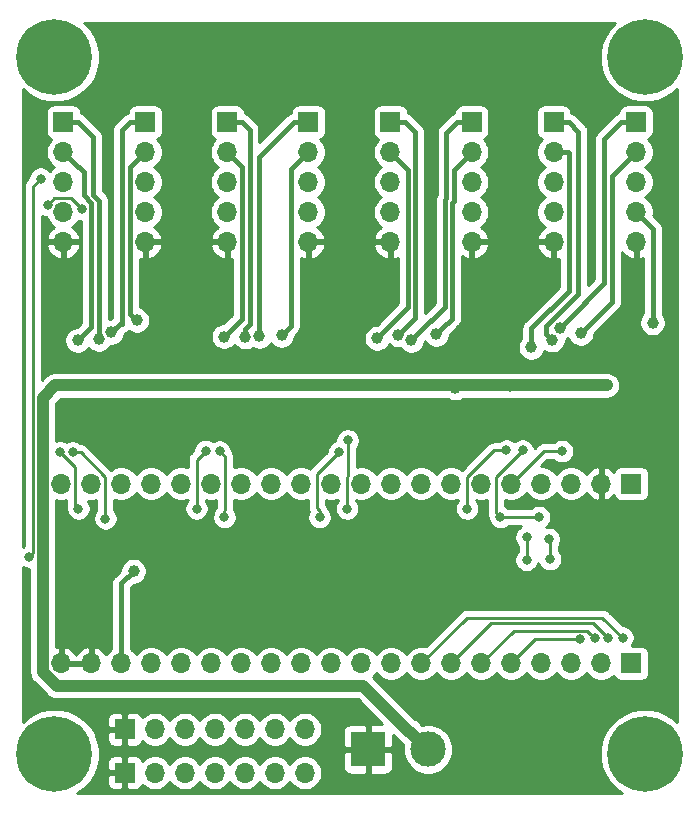
<source format=gbr>
G04 #@! TF.GenerationSoftware,KiCad,Pcbnew,(5.1.5)-3*
G04 #@! TF.CreationDate,2020-07-11T03:23:53+02:00*
G04 #@! TF.ProjectId,mixer Motor Driver board,6d697865-7220-44d6-9f74-6f7220447269,rev?*
G04 #@! TF.SameCoordinates,Original*
G04 #@! TF.FileFunction,Copper,L2,Bot*
G04 #@! TF.FilePolarity,Positive*
%FSLAX46Y46*%
G04 Gerber Fmt 4.6, Leading zero omitted, Abs format (unit mm)*
G04 Created by KiCad (PCBNEW (5.1.5)-3) date 2020-07-11 03:23:53*
%MOMM*%
%LPD*%
G04 APERTURE LIST*
%ADD10C,6.400000*%
%ADD11C,0.800000*%
%ADD12O,1.700000X1.700000*%
%ADD13R,1.700000X1.700000*%
%ADD14C,3.000000*%
%ADD15R,3.000000X3.000000*%
%ADD16C,1.000000*%
%ADD17C,1.000000*%
%ADD18C,0.400000*%
%ADD19C,0.250000*%
%ADD20C,0.254000*%
G04 APERTURE END LIST*
D10*
X43802000Y-70800000D03*
D11*
X46202000Y-70800000D03*
X45499056Y-72497056D03*
X43802000Y-73200000D03*
X42104944Y-72497056D03*
X41402000Y-70800000D03*
X42104944Y-69102944D03*
X43802000Y-68400000D03*
X45499056Y-69102944D03*
D10*
X93802200Y-70800000D03*
D11*
X96202200Y-70800000D03*
X95499256Y-72497056D03*
X93802200Y-73200000D03*
X92105144Y-72497056D03*
X91402200Y-70800000D03*
X92105144Y-69102944D03*
X93802200Y-68400000D03*
X95499256Y-69102944D03*
X45499056Y-10102944D03*
X43802000Y-9400000D03*
X42104944Y-10102944D03*
X41402000Y-11800000D03*
X42104944Y-13497056D03*
X43802000Y-14200000D03*
X45499056Y-13497056D03*
X46202000Y-11800000D03*
D10*
X43802000Y-11800000D03*
D11*
X95499256Y-10102944D03*
X93802200Y-9400000D03*
X92105144Y-10102944D03*
X91402200Y-11800000D03*
X92105144Y-13497056D03*
X93802200Y-14200000D03*
X95499256Y-13497056D03*
X96202200Y-11800000D03*
D10*
X93802200Y-11800000D03*
D12*
X64998600Y-72390000D03*
X62458600Y-72390000D03*
X59918600Y-72390000D03*
X57378600Y-72390000D03*
X54838600Y-72390000D03*
X52298600Y-72390000D03*
D13*
X49758600Y-72390000D03*
D12*
X44373800Y-47904400D03*
X46913800Y-47904400D03*
X49453800Y-47904400D03*
X51993800Y-47904400D03*
X54533800Y-47904400D03*
X57073800Y-47904400D03*
X59613800Y-47904400D03*
X62153800Y-47904400D03*
X64693800Y-47904400D03*
X67233800Y-47904400D03*
X69773800Y-47904400D03*
X72313800Y-47904400D03*
X74853800Y-47904400D03*
X77393800Y-47904400D03*
X79933800Y-47904400D03*
X82473800Y-47904400D03*
X85013800Y-47904400D03*
X87553800Y-47904400D03*
X90093800Y-47904400D03*
D13*
X92633800Y-47904400D03*
D12*
X44373800Y-63143201D03*
X46913800Y-63143201D03*
X49453800Y-63143201D03*
X51993800Y-63143201D03*
X54533800Y-63143201D03*
X57073800Y-63143201D03*
X59613800Y-63143201D03*
X62153800Y-63143201D03*
X64693800Y-63143201D03*
X67233800Y-63143201D03*
X69773800Y-63143201D03*
X72313800Y-63143201D03*
X74853800Y-63143201D03*
X77393800Y-63143201D03*
X79933800Y-63143201D03*
X82473800Y-63143201D03*
X85013800Y-63143201D03*
X87553800Y-63143201D03*
X90093800Y-63143201D03*
D13*
X92633800Y-63143201D03*
D12*
X93040200Y-27453601D03*
X93040200Y-24913601D03*
X93040200Y-22373601D03*
X93040200Y-19833601D03*
D13*
X93040200Y-17293601D03*
D12*
X86080600Y-27453601D03*
X86080600Y-24913601D03*
X86080600Y-22373601D03*
X86080600Y-19833601D03*
D13*
X86080600Y-17293601D03*
D12*
X79146400Y-27453601D03*
X79146400Y-24913601D03*
X79146400Y-22373601D03*
X79146400Y-19833601D03*
D13*
X79146400Y-17293601D03*
D12*
X72237600Y-27453601D03*
X72237600Y-24913601D03*
X72237600Y-22373601D03*
X72237600Y-19833601D03*
D13*
X72237600Y-17293601D03*
D12*
X65303400Y-27453601D03*
X65303400Y-24913601D03*
X65303400Y-22373601D03*
X65303400Y-19833601D03*
D13*
X65303400Y-17293601D03*
D12*
X58420000Y-27453601D03*
X58420000Y-24913601D03*
X58420000Y-22373601D03*
X58420000Y-19833601D03*
D13*
X58420000Y-17293601D03*
D12*
X51481399Y-27453601D03*
X51481399Y-24913601D03*
X51481399Y-22373601D03*
X51481399Y-19833601D03*
D13*
X51481399Y-17293601D03*
D12*
X44551400Y-27453601D03*
X44551400Y-24913601D03*
X44551400Y-22373601D03*
X44551400Y-19833601D03*
D13*
X44551400Y-17293601D03*
D12*
X64998600Y-68707000D03*
X62458600Y-68707000D03*
X59918600Y-68707000D03*
X57378600Y-68707000D03*
X54838600Y-68707000D03*
X52298600Y-68707000D03*
D13*
X49758600Y-68707000D03*
D14*
X75438000Y-70408800D03*
D15*
X70358000Y-70408800D03*
D16*
X82346800Y-39624000D03*
X90551000Y-39598600D03*
X69646800Y-39598600D03*
X64770000Y-39598600D03*
X56819800Y-39598600D03*
X52120800Y-39598600D03*
X43865800Y-39598600D03*
X77751246Y-39808811D03*
D11*
X90551000Y-39598600D03*
X53619400Y-45313600D03*
X80568800Y-34671000D03*
X66751200Y-35179000D03*
X53873400Y-35153600D03*
X65989200Y-45161200D03*
X78536800Y-45135800D03*
X91236800Y-45440600D03*
X43464200Y-37744400D03*
D16*
X94437200Y-34290000D03*
X50495200Y-55321200D03*
D11*
X85750400Y-54305200D03*
X85648800Y-52603400D03*
X45339000Y-45262800D03*
X48107600Y-50876200D03*
X57785000Y-45186600D03*
X67905790Y-45262800D03*
X83441387Y-45105020D03*
X58183896Y-50763010D03*
X81565433Y-50763010D03*
X66245104Y-50763010D03*
X84810600Y-50749200D03*
X44272200Y-45262800D03*
X45821600Y-50038000D03*
X56591200Y-45135800D03*
X68630800Y-44246800D03*
X82067400Y-45100802D03*
X83769200Y-52451000D03*
X83769200Y-54381400D03*
X78740000Y-50038000D03*
X68580000Y-50038000D03*
X55829200Y-50038000D03*
D16*
X45764220Y-35788600D03*
X47564232Y-35695234D03*
X50786520Y-34071225D03*
X48615600Y-35102800D03*
X63025812Y-35349959D03*
X61162108Y-35430919D03*
X59960087Y-35501370D03*
X76120910Y-35270340D03*
X74021631Y-35780369D03*
X72920926Y-35302378D03*
X71120914Y-35604113D03*
D11*
X86766400Y-45161200D03*
D16*
X88374545Y-35183305D03*
X86575475Y-34710121D03*
X85942317Y-35729503D03*
X84170734Y-36385924D03*
D11*
X43230800Y-24307800D03*
X46126400Y-24638000D03*
D16*
X58160076Y-35463238D03*
D11*
X42621200Y-22098000D03*
X41681400Y-54102000D03*
X91897200Y-60960000D03*
X90652600Y-61010800D03*
X89535000Y-61010800D03*
X88290400Y-61100810D03*
D17*
X43865800Y-39598600D02*
X90551000Y-39598600D01*
X73938001Y-68908801D02*
X75438000Y-70408800D01*
X42823799Y-40640601D02*
X42823799Y-63887202D01*
X43865800Y-39598600D02*
X42823799Y-40640601D01*
X43985997Y-65049400D02*
X69951600Y-65049400D01*
X73811001Y-68908801D02*
X73938001Y-68908801D01*
X42823799Y-63887202D02*
X43985997Y-65049400D01*
X69951600Y-65049400D02*
X73811001Y-68908801D01*
D18*
X93040200Y-24913601D02*
X94462600Y-26336001D01*
X94462600Y-26336001D02*
X94462600Y-34264600D01*
X94462600Y-34264600D02*
X94437200Y-34290000D01*
X49453800Y-56362600D02*
X49453800Y-63143201D01*
X50495200Y-55321200D02*
X49453800Y-56362600D01*
D19*
X85750400Y-54305200D02*
X85750400Y-52705000D01*
X85750400Y-52705000D02*
X85648800Y-52603400D01*
X48107600Y-47359198D02*
X48107600Y-50876200D01*
X45339000Y-45262800D02*
X46011202Y-45262800D01*
X46011202Y-45262800D02*
X48107600Y-47359198D01*
X58248801Y-45650401D02*
X58248801Y-50132420D01*
X66058799Y-47109791D02*
X66058799Y-50011020D01*
X66245104Y-50197325D02*
X66245104Y-50763010D01*
X83441387Y-45105020D02*
X81165434Y-47380973D01*
X81165434Y-50363011D02*
X81565433Y-50763010D01*
X81165434Y-47380973D02*
X81165434Y-50363011D01*
X67905790Y-45262800D02*
X66058799Y-47109791D01*
X66058799Y-50011020D02*
X66245104Y-50197325D01*
X58183896Y-50197325D02*
X58183896Y-50763010D01*
X58248801Y-50132420D02*
X58183896Y-50197325D01*
X57785000Y-45186600D02*
X58248801Y-45650401D01*
X81579243Y-50749200D02*
X81565433Y-50763010D01*
X84810600Y-50749200D02*
X81579243Y-50749200D01*
X45548801Y-49765201D02*
X45821600Y-50038000D01*
X44272200Y-45262800D02*
X45548801Y-46539401D01*
X45548801Y-46539401D02*
X45548801Y-49765201D01*
X56591200Y-45135800D02*
X55854600Y-45872400D01*
X78714600Y-47384598D02*
X78714600Y-49453800D01*
X82067400Y-45100802D02*
X80998396Y-45100802D01*
X80998396Y-45100802D02*
X78714600Y-47384598D01*
X83769200Y-52451000D02*
X83769200Y-54381400D01*
X78721485Y-49453800D02*
X78714600Y-49453800D01*
X78740000Y-49472315D02*
X78721485Y-49453800D01*
X78740000Y-50038000D02*
X78740000Y-49472315D01*
X68598799Y-47340399D02*
X68630800Y-47308398D01*
X68580000Y-49472315D02*
X68598799Y-49453516D01*
X68630800Y-47308398D02*
X68630800Y-44246800D01*
X68598799Y-49453516D02*
X68598799Y-47340399D01*
X68580000Y-50038000D02*
X68580000Y-49472315D01*
X55829200Y-49657000D02*
X55854600Y-49631600D01*
X55829200Y-50038000D02*
X55829200Y-49657000D01*
X55854600Y-45872400D02*
X55854600Y-49631600D01*
X55854600Y-49631600D02*
X55854600Y-49784000D01*
D18*
X50631400Y-20683600D02*
X51481399Y-19833601D01*
X50231398Y-21083602D02*
X50631400Y-20683600D01*
X50231398Y-33516103D02*
X50231398Y-21083602D01*
X50786520Y-34071225D02*
X50231398Y-33516103D01*
X50231399Y-17293601D02*
X49530000Y-17995000D01*
X51481399Y-17293601D02*
X50231399Y-17293601D01*
X49530000Y-17995000D02*
X49530000Y-34378909D01*
X49530000Y-34378909D02*
X49339491Y-34378909D01*
X49339491Y-34378909D02*
X48615600Y-35102800D01*
X47564232Y-35695234D02*
X47564232Y-23967085D01*
X45801400Y-17293601D02*
X44551400Y-17293601D01*
X47564232Y-23967085D02*
X47064233Y-23467086D01*
X47064233Y-23467086D02*
X47064233Y-18556434D01*
X47064233Y-18556434D02*
X45801400Y-17293601D01*
X46926402Y-34626418D02*
X46926402Y-24177798D01*
X46926402Y-24177798D02*
X46264219Y-23515615D01*
X46264219Y-23515615D02*
X46264219Y-21546420D01*
X46264219Y-21546420D02*
X45401399Y-20683600D01*
X45401399Y-20683600D02*
X44551400Y-19833601D01*
X45764220Y-35788600D02*
X46926402Y-34626418D01*
X63846011Y-21290990D02*
X64453401Y-20683600D01*
X64453401Y-20683600D02*
X65303400Y-19833601D01*
X63846011Y-34529760D02*
X63846011Y-21290990D01*
X63025812Y-35349959D02*
X63846011Y-34529760D01*
X64053400Y-17293601D02*
X61100892Y-20246109D01*
X65303400Y-17293601D02*
X64053400Y-17293601D01*
X61162108Y-34723813D02*
X61162108Y-35430919D01*
X61100892Y-34662597D02*
X61162108Y-34723813D01*
X61100892Y-20246109D02*
X61100892Y-34662597D01*
X60325000Y-34429351D02*
X59960087Y-34794264D01*
X60325000Y-17948601D02*
X60325000Y-34429351D01*
X59960087Y-34794264D02*
X59960087Y-35501370D01*
X59670000Y-17293601D02*
X60325000Y-17948601D01*
X58420000Y-17293601D02*
X59670000Y-17293601D01*
X76620909Y-34770341D02*
X76120910Y-35270340D01*
X77622400Y-23956122D02*
X77446388Y-24132134D01*
X77446388Y-33944862D02*
X76620909Y-34770341D01*
X79146400Y-19833601D02*
X77622400Y-21357601D01*
X77446388Y-24132134D02*
X77446388Y-33944862D01*
X77622400Y-21357601D02*
X77622400Y-23956122D01*
X74521630Y-35280370D02*
X74021631Y-35780369D01*
X76987400Y-23742579D02*
X76846377Y-23883602D01*
X79146400Y-17293601D02*
X77896400Y-17293601D01*
X76846377Y-23883602D02*
X76846377Y-32955623D01*
X76846377Y-32955623D02*
X74521630Y-35280370D01*
X76987400Y-18202601D02*
X76987400Y-23742579D01*
X77896400Y-17293601D02*
X76987400Y-18202601D01*
X73487600Y-17293601D02*
X74345800Y-18151801D01*
X72237600Y-17293601D02*
X73487600Y-17293601D01*
X74345800Y-18151801D02*
X74345800Y-33877504D01*
X74345800Y-33877504D02*
X73420925Y-34802379D01*
X73420925Y-34802379D02*
X72920926Y-35302378D01*
X73745789Y-21341790D02*
X73745789Y-32979238D01*
X71620913Y-35104114D02*
X71120914Y-35604113D01*
X73745789Y-32979238D02*
X71620913Y-35104114D01*
X72237600Y-19833601D02*
X73745789Y-21341790D01*
D19*
X85217000Y-45161200D02*
X82473800Y-47904400D01*
X86766400Y-45161200D02*
X85217000Y-45161200D01*
D18*
X91008200Y-21865601D02*
X91008200Y-32549650D01*
X88874544Y-34683306D02*
X88374545Y-35183305D01*
X93040200Y-19833601D02*
X91008200Y-21865601D01*
X91008200Y-32549650D02*
X88874544Y-34683306D01*
X90322400Y-18761401D02*
X90322400Y-30963196D01*
X91790200Y-17293601D02*
X90322400Y-18761401D01*
X90322400Y-30963196D02*
X87075474Y-34210122D01*
X87075474Y-34210122D02*
X86575475Y-34710121D01*
X93040200Y-17293601D02*
X91790200Y-17293601D01*
X86080600Y-17293601D02*
X87330600Y-17293601D01*
X88163400Y-18126401D02*
X88163400Y-31827813D01*
X85442318Y-34548895D02*
X85442318Y-35229504D01*
X85442318Y-35229504D02*
X85942317Y-35729503D01*
X87330600Y-17293601D02*
X88163400Y-18126401D01*
X88163400Y-31827813D02*
X85442318Y-34548895D01*
X87330601Y-19881521D02*
X87330601Y-31617599D01*
X86080600Y-19833601D02*
X87282681Y-19833601D01*
X87282681Y-19833601D02*
X87330601Y-19881521D01*
X84170734Y-34777466D02*
X84170734Y-36385924D01*
X87330601Y-31617599D02*
X84170734Y-34777466D01*
D19*
X45227000Y-23738600D02*
X46126400Y-24638000D01*
X43800000Y-23738600D02*
X45227000Y-23738600D01*
X43230800Y-24307800D02*
X43800000Y-23738600D01*
D18*
X58420000Y-19833601D02*
X59670001Y-21083602D01*
X59670001Y-21083602D02*
X59670001Y-33953313D01*
X58660075Y-34963239D02*
X58160076Y-35463238D01*
X59670001Y-33953313D02*
X58660075Y-34963239D01*
D19*
X41998788Y-22720412D02*
X41998788Y-53784612D01*
X42621200Y-22098000D02*
X41998788Y-22720412D01*
X41998788Y-53784612D02*
X41681400Y-54102000D01*
X74853800Y-63143201D02*
X78738801Y-59258200D01*
X78738801Y-59258200D02*
X90195400Y-59258200D01*
X90195400Y-59258200D02*
X91897200Y-60960000D01*
X77393800Y-63143201D02*
X80796201Y-59740800D01*
X80796201Y-59740800D02*
X89382600Y-59740800D01*
X89382600Y-59740800D02*
X90652600Y-61010800D01*
X82701201Y-60375800D02*
X88900000Y-60375800D01*
X88900000Y-60375800D02*
X89135001Y-60610801D01*
X89135001Y-60610801D02*
X89535000Y-61010800D01*
X79933800Y-63143201D02*
X82701201Y-60375800D01*
X82473800Y-63143201D02*
X84516191Y-61100810D01*
X84516191Y-61100810D02*
X87724715Y-61100810D01*
X87724715Y-61100810D02*
X88290400Y-61100810D01*
D20*
G36*
X90823361Y-9355330D02*
G01*
X90403667Y-9983446D01*
X90114577Y-10681372D01*
X89967200Y-11422285D01*
X89967200Y-12177715D01*
X90114577Y-12918628D01*
X90403667Y-13616554D01*
X90823361Y-14244670D01*
X91357530Y-14778839D01*
X91985646Y-15198533D01*
X92683572Y-15487623D01*
X93424485Y-15635000D01*
X94179915Y-15635000D01*
X94920828Y-15487623D01*
X95618754Y-15198533D01*
X96246870Y-14778839D01*
X96545801Y-14479908D01*
X96545800Y-68120091D01*
X96246870Y-67821161D01*
X95618754Y-67401467D01*
X94920828Y-67112377D01*
X94179915Y-66965000D01*
X93424485Y-66965000D01*
X92683572Y-67112377D01*
X91985646Y-67401467D01*
X91357530Y-67821161D01*
X90823361Y-68355330D01*
X90403667Y-68983446D01*
X90114577Y-69681372D01*
X89967200Y-70422285D01*
X89967200Y-71177715D01*
X90114577Y-71918628D01*
X90403667Y-72616554D01*
X90823361Y-73244670D01*
X91357530Y-73778839D01*
X91864521Y-74117600D01*
X45739679Y-74117600D01*
X46246670Y-73778839D01*
X46780839Y-73244670D01*
X46783959Y-73240000D01*
X48270528Y-73240000D01*
X48282788Y-73364482D01*
X48319098Y-73484180D01*
X48378063Y-73594494D01*
X48457415Y-73691185D01*
X48554106Y-73770537D01*
X48664420Y-73829502D01*
X48784118Y-73865812D01*
X48908600Y-73878072D01*
X49472850Y-73875000D01*
X49631600Y-73716250D01*
X49631600Y-72517000D01*
X48432350Y-72517000D01*
X48273600Y-72675750D01*
X48270528Y-73240000D01*
X46783959Y-73240000D01*
X47200533Y-72616554D01*
X47489623Y-71918628D01*
X47564936Y-71540000D01*
X48270528Y-71540000D01*
X48273600Y-72104250D01*
X48432350Y-72263000D01*
X49631600Y-72263000D01*
X49631600Y-71063750D01*
X49885600Y-71063750D01*
X49885600Y-72263000D01*
X49905600Y-72263000D01*
X49905600Y-72517000D01*
X49885600Y-72517000D01*
X49885600Y-73716250D01*
X50044350Y-73875000D01*
X50608600Y-73878072D01*
X50733082Y-73865812D01*
X50852780Y-73829502D01*
X50963094Y-73770537D01*
X51059785Y-73691185D01*
X51139137Y-73594494D01*
X51198102Y-73484180D01*
X51220113Y-73411620D01*
X51351968Y-73543475D01*
X51595189Y-73705990D01*
X51865442Y-73817932D01*
X52152340Y-73875000D01*
X52444860Y-73875000D01*
X52731758Y-73817932D01*
X53002011Y-73705990D01*
X53245232Y-73543475D01*
X53452075Y-73336632D01*
X53568600Y-73162240D01*
X53685125Y-73336632D01*
X53891968Y-73543475D01*
X54135189Y-73705990D01*
X54405442Y-73817932D01*
X54692340Y-73875000D01*
X54984860Y-73875000D01*
X55271758Y-73817932D01*
X55542011Y-73705990D01*
X55785232Y-73543475D01*
X55992075Y-73336632D01*
X56108600Y-73162240D01*
X56225125Y-73336632D01*
X56431968Y-73543475D01*
X56675189Y-73705990D01*
X56945442Y-73817932D01*
X57232340Y-73875000D01*
X57524860Y-73875000D01*
X57811758Y-73817932D01*
X58082011Y-73705990D01*
X58325232Y-73543475D01*
X58532075Y-73336632D01*
X58648600Y-73162240D01*
X58765125Y-73336632D01*
X58971968Y-73543475D01*
X59215189Y-73705990D01*
X59485442Y-73817932D01*
X59772340Y-73875000D01*
X60064860Y-73875000D01*
X60351758Y-73817932D01*
X60622011Y-73705990D01*
X60865232Y-73543475D01*
X61072075Y-73336632D01*
X61188600Y-73162240D01*
X61305125Y-73336632D01*
X61511968Y-73543475D01*
X61755189Y-73705990D01*
X62025442Y-73817932D01*
X62312340Y-73875000D01*
X62604860Y-73875000D01*
X62891758Y-73817932D01*
X63162011Y-73705990D01*
X63405232Y-73543475D01*
X63612075Y-73336632D01*
X63728600Y-73162240D01*
X63845125Y-73336632D01*
X64051968Y-73543475D01*
X64295189Y-73705990D01*
X64565442Y-73817932D01*
X64852340Y-73875000D01*
X65144860Y-73875000D01*
X65431758Y-73817932D01*
X65702011Y-73705990D01*
X65945232Y-73543475D01*
X66152075Y-73336632D01*
X66314590Y-73093411D01*
X66426532Y-72823158D01*
X66483600Y-72536260D01*
X66483600Y-72243740D01*
X66426532Y-71956842D01*
X66406633Y-71908800D01*
X68219928Y-71908800D01*
X68232188Y-72033282D01*
X68268498Y-72152980D01*
X68327463Y-72263294D01*
X68406815Y-72359985D01*
X68503506Y-72439337D01*
X68613820Y-72498302D01*
X68733518Y-72534612D01*
X68858000Y-72546872D01*
X70072250Y-72543800D01*
X70231000Y-72385050D01*
X70231000Y-70535800D01*
X70485000Y-70535800D01*
X70485000Y-72385050D01*
X70643750Y-72543800D01*
X71858000Y-72546872D01*
X71982482Y-72534612D01*
X72102180Y-72498302D01*
X72212494Y-72439337D01*
X72309185Y-72359985D01*
X72388537Y-72263294D01*
X72447502Y-72152980D01*
X72483812Y-72033282D01*
X72496072Y-71908800D01*
X72493000Y-70694550D01*
X72334250Y-70535800D01*
X70485000Y-70535800D01*
X70231000Y-70535800D01*
X68381750Y-70535800D01*
X68223000Y-70694550D01*
X68219928Y-71908800D01*
X66406633Y-71908800D01*
X66314590Y-71686589D01*
X66152075Y-71443368D01*
X65945232Y-71236525D01*
X65702011Y-71074010D01*
X65431758Y-70962068D01*
X65144860Y-70905000D01*
X64852340Y-70905000D01*
X64565442Y-70962068D01*
X64295189Y-71074010D01*
X64051968Y-71236525D01*
X63845125Y-71443368D01*
X63728600Y-71617760D01*
X63612075Y-71443368D01*
X63405232Y-71236525D01*
X63162011Y-71074010D01*
X62891758Y-70962068D01*
X62604860Y-70905000D01*
X62312340Y-70905000D01*
X62025442Y-70962068D01*
X61755189Y-71074010D01*
X61511968Y-71236525D01*
X61305125Y-71443368D01*
X61188600Y-71617760D01*
X61072075Y-71443368D01*
X60865232Y-71236525D01*
X60622011Y-71074010D01*
X60351758Y-70962068D01*
X60064860Y-70905000D01*
X59772340Y-70905000D01*
X59485442Y-70962068D01*
X59215189Y-71074010D01*
X58971968Y-71236525D01*
X58765125Y-71443368D01*
X58648600Y-71617760D01*
X58532075Y-71443368D01*
X58325232Y-71236525D01*
X58082011Y-71074010D01*
X57811758Y-70962068D01*
X57524860Y-70905000D01*
X57232340Y-70905000D01*
X56945442Y-70962068D01*
X56675189Y-71074010D01*
X56431968Y-71236525D01*
X56225125Y-71443368D01*
X56108600Y-71617760D01*
X55992075Y-71443368D01*
X55785232Y-71236525D01*
X55542011Y-71074010D01*
X55271758Y-70962068D01*
X54984860Y-70905000D01*
X54692340Y-70905000D01*
X54405442Y-70962068D01*
X54135189Y-71074010D01*
X53891968Y-71236525D01*
X53685125Y-71443368D01*
X53568600Y-71617760D01*
X53452075Y-71443368D01*
X53245232Y-71236525D01*
X53002011Y-71074010D01*
X52731758Y-70962068D01*
X52444860Y-70905000D01*
X52152340Y-70905000D01*
X51865442Y-70962068D01*
X51595189Y-71074010D01*
X51351968Y-71236525D01*
X51220113Y-71368380D01*
X51198102Y-71295820D01*
X51139137Y-71185506D01*
X51059785Y-71088815D01*
X50963094Y-71009463D01*
X50852780Y-70950498D01*
X50733082Y-70914188D01*
X50608600Y-70901928D01*
X50044350Y-70905000D01*
X49885600Y-71063750D01*
X49631600Y-71063750D01*
X49472850Y-70905000D01*
X48908600Y-70901928D01*
X48784118Y-70914188D01*
X48664420Y-70950498D01*
X48554106Y-71009463D01*
X48457415Y-71088815D01*
X48378063Y-71185506D01*
X48319098Y-71295820D01*
X48282788Y-71415518D01*
X48270528Y-71540000D01*
X47564936Y-71540000D01*
X47637000Y-71177715D01*
X47637000Y-70422285D01*
X47489623Y-69681372D01*
X47438107Y-69557000D01*
X48270528Y-69557000D01*
X48282788Y-69681482D01*
X48319098Y-69801180D01*
X48378063Y-69911494D01*
X48457415Y-70008185D01*
X48554106Y-70087537D01*
X48664420Y-70146502D01*
X48784118Y-70182812D01*
X48908600Y-70195072D01*
X49472850Y-70192000D01*
X49631600Y-70033250D01*
X49631600Y-68834000D01*
X48432350Y-68834000D01*
X48273600Y-68992750D01*
X48270528Y-69557000D01*
X47438107Y-69557000D01*
X47200533Y-68983446D01*
X46780839Y-68355330D01*
X46282509Y-67857000D01*
X48270528Y-67857000D01*
X48273600Y-68421250D01*
X48432350Y-68580000D01*
X49631600Y-68580000D01*
X49631600Y-67380750D01*
X49885600Y-67380750D01*
X49885600Y-68580000D01*
X49905600Y-68580000D01*
X49905600Y-68834000D01*
X49885600Y-68834000D01*
X49885600Y-70033250D01*
X50044350Y-70192000D01*
X50608600Y-70195072D01*
X50733082Y-70182812D01*
X50852780Y-70146502D01*
X50963094Y-70087537D01*
X51059785Y-70008185D01*
X51139137Y-69911494D01*
X51198102Y-69801180D01*
X51220113Y-69728620D01*
X51351968Y-69860475D01*
X51595189Y-70022990D01*
X51865442Y-70134932D01*
X52152340Y-70192000D01*
X52444860Y-70192000D01*
X52731758Y-70134932D01*
X53002011Y-70022990D01*
X53245232Y-69860475D01*
X53452075Y-69653632D01*
X53568600Y-69479240D01*
X53685125Y-69653632D01*
X53891968Y-69860475D01*
X54135189Y-70022990D01*
X54405442Y-70134932D01*
X54692340Y-70192000D01*
X54984860Y-70192000D01*
X55271758Y-70134932D01*
X55542011Y-70022990D01*
X55785232Y-69860475D01*
X55992075Y-69653632D01*
X56108600Y-69479240D01*
X56225125Y-69653632D01*
X56431968Y-69860475D01*
X56675189Y-70022990D01*
X56945442Y-70134932D01*
X57232340Y-70192000D01*
X57524860Y-70192000D01*
X57811758Y-70134932D01*
X58082011Y-70022990D01*
X58325232Y-69860475D01*
X58532075Y-69653632D01*
X58648600Y-69479240D01*
X58765125Y-69653632D01*
X58971968Y-69860475D01*
X59215189Y-70022990D01*
X59485442Y-70134932D01*
X59772340Y-70192000D01*
X60064860Y-70192000D01*
X60351758Y-70134932D01*
X60622011Y-70022990D01*
X60865232Y-69860475D01*
X61072075Y-69653632D01*
X61188600Y-69479240D01*
X61305125Y-69653632D01*
X61511968Y-69860475D01*
X61755189Y-70022990D01*
X62025442Y-70134932D01*
X62312340Y-70192000D01*
X62604860Y-70192000D01*
X62891758Y-70134932D01*
X63162011Y-70022990D01*
X63405232Y-69860475D01*
X63612075Y-69653632D01*
X63728600Y-69479240D01*
X63845125Y-69653632D01*
X64051968Y-69860475D01*
X64295189Y-70022990D01*
X64565442Y-70134932D01*
X64852340Y-70192000D01*
X65144860Y-70192000D01*
X65431758Y-70134932D01*
X65702011Y-70022990D01*
X65945232Y-69860475D01*
X66152075Y-69653632D01*
X66314590Y-69410411D01*
X66426532Y-69140158D01*
X66472552Y-68908800D01*
X68219928Y-68908800D01*
X68223000Y-70123050D01*
X68381750Y-70281800D01*
X70231000Y-70281800D01*
X70231000Y-68432550D01*
X70072250Y-68273800D01*
X68858000Y-68270728D01*
X68733518Y-68282988D01*
X68613820Y-68319298D01*
X68503506Y-68378263D01*
X68406815Y-68457615D01*
X68327463Y-68554306D01*
X68268498Y-68664620D01*
X68232188Y-68784318D01*
X68219928Y-68908800D01*
X66472552Y-68908800D01*
X66483600Y-68853260D01*
X66483600Y-68560740D01*
X66426532Y-68273842D01*
X66314590Y-68003589D01*
X66152075Y-67760368D01*
X65945232Y-67553525D01*
X65702011Y-67391010D01*
X65431758Y-67279068D01*
X65144860Y-67222000D01*
X64852340Y-67222000D01*
X64565442Y-67279068D01*
X64295189Y-67391010D01*
X64051968Y-67553525D01*
X63845125Y-67760368D01*
X63728600Y-67934760D01*
X63612075Y-67760368D01*
X63405232Y-67553525D01*
X63162011Y-67391010D01*
X62891758Y-67279068D01*
X62604860Y-67222000D01*
X62312340Y-67222000D01*
X62025442Y-67279068D01*
X61755189Y-67391010D01*
X61511968Y-67553525D01*
X61305125Y-67760368D01*
X61188600Y-67934760D01*
X61072075Y-67760368D01*
X60865232Y-67553525D01*
X60622011Y-67391010D01*
X60351758Y-67279068D01*
X60064860Y-67222000D01*
X59772340Y-67222000D01*
X59485442Y-67279068D01*
X59215189Y-67391010D01*
X58971968Y-67553525D01*
X58765125Y-67760368D01*
X58648600Y-67934760D01*
X58532075Y-67760368D01*
X58325232Y-67553525D01*
X58082011Y-67391010D01*
X57811758Y-67279068D01*
X57524860Y-67222000D01*
X57232340Y-67222000D01*
X56945442Y-67279068D01*
X56675189Y-67391010D01*
X56431968Y-67553525D01*
X56225125Y-67760368D01*
X56108600Y-67934760D01*
X55992075Y-67760368D01*
X55785232Y-67553525D01*
X55542011Y-67391010D01*
X55271758Y-67279068D01*
X54984860Y-67222000D01*
X54692340Y-67222000D01*
X54405442Y-67279068D01*
X54135189Y-67391010D01*
X53891968Y-67553525D01*
X53685125Y-67760368D01*
X53568600Y-67934760D01*
X53452075Y-67760368D01*
X53245232Y-67553525D01*
X53002011Y-67391010D01*
X52731758Y-67279068D01*
X52444860Y-67222000D01*
X52152340Y-67222000D01*
X51865442Y-67279068D01*
X51595189Y-67391010D01*
X51351968Y-67553525D01*
X51220113Y-67685380D01*
X51198102Y-67612820D01*
X51139137Y-67502506D01*
X51059785Y-67405815D01*
X50963094Y-67326463D01*
X50852780Y-67267498D01*
X50733082Y-67231188D01*
X50608600Y-67218928D01*
X50044350Y-67222000D01*
X49885600Y-67380750D01*
X49631600Y-67380750D01*
X49472850Y-67222000D01*
X48908600Y-67218928D01*
X48784118Y-67231188D01*
X48664420Y-67267498D01*
X48554106Y-67326463D01*
X48457415Y-67405815D01*
X48378063Y-67502506D01*
X48319098Y-67612820D01*
X48282788Y-67732518D01*
X48270528Y-67857000D01*
X46282509Y-67857000D01*
X46246670Y-67821161D01*
X45618554Y-67401467D01*
X44920628Y-67112377D01*
X44179715Y-66965000D01*
X43424285Y-66965000D01*
X42683372Y-67112377D01*
X41985446Y-67401467D01*
X41357330Y-67821161D01*
X41096800Y-68081691D01*
X41096800Y-54956167D01*
X41191144Y-55019205D01*
X41379502Y-55097226D01*
X41579461Y-55137000D01*
X41688800Y-55137000D01*
X41688800Y-63831440D01*
X41683308Y-63887202D01*
X41705222Y-64109700D01*
X41770123Y-64323648D01*
X41818867Y-64414842D01*
X41875516Y-64520825D01*
X42017351Y-64693651D01*
X42060659Y-64729193D01*
X43144005Y-65812540D01*
X43179548Y-65855849D01*
X43352374Y-65997684D01*
X43549550Y-66103076D01*
X43713702Y-66152871D01*
X43763497Y-66167977D01*
X43784490Y-66170044D01*
X43930245Y-66184400D01*
X43930252Y-66184400D01*
X43985996Y-66189890D01*
X44041740Y-66184400D01*
X69481469Y-66184400D01*
X71568529Y-68271460D01*
X70643750Y-68273800D01*
X70485000Y-68432550D01*
X70485000Y-70281800D01*
X72334250Y-70281800D01*
X72493000Y-70123050D01*
X72495340Y-69198272D01*
X72969010Y-69671942D01*
X73004552Y-69715250D01*
X73177378Y-69857085D01*
X73352316Y-69950591D01*
X73303000Y-70198521D01*
X73303000Y-70619079D01*
X73385047Y-71031556D01*
X73545988Y-71420102D01*
X73779637Y-71769783D01*
X74077017Y-72067163D01*
X74426698Y-72300812D01*
X74815244Y-72461753D01*
X75227721Y-72543800D01*
X75648279Y-72543800D01*
X76060756Y-72461753D01*
X76449302Y-72300812D01*
X76798983Y-72067163D01*
X77096363Y-71769783D01*
X77330012Y-71420102D01*
X77490953Y-71031556D01*
X77573000Y-70619079D01*
X77573000Y-70198521D01*
X77490953Y-69786044D01*
X77330012Y-69397498D01*
X77096363Y-69047817D01*
X76798983Y-68750437D01*
X76449302Y-68516788D01*
X76060756Y-68355847D01*
X75648279Y-68273800D01*
X75227721Y-68273800D01*
X74961155Y-68326823D01*
X74779997Y-68145666D01*
X74744450Y-68102352D01*
X74571624Y-67960517D01*
X74374448Y-67855125D01*
X74357236Y-67849904D01*
X70793596Y-64286265D01*
X70765310Y-64251798D01*
X70927275Y-64089833D01*
X71043800Y-63915441D01*
X71160325Y-64089833D01*
X71367168Y-64296676D01*
X71610389Y-64459191D01*
X71880642Y-64571133D01*
X72167540Y-64628201D01*
X72460060Y-64628201D01*
X72746958Y-64571133D01*
X73017211Y-64459191D01*
X73260432Y-64296676D01*
X73467275Y-64089833D01*
X73583800Y-63915441D01*
X73700325Y-64089833D01*
X73907168Y-64296676D01*
X74150389Y-64459191D01*
X74420642Y-64571133D01*
X74707540Y-64628201D01*
X75000060Y-64628201D01*
X75286958Y-64571133D01*
X75557211Y-64459191D01*
X75800432Y-64296676D01*
X76007275Y-64089833D01*
X76123800Y-63915441D01*
X76240325Y-64089833D01*
X76447168Y-64296676D01*
X76690389Y-64459191D01*
X76960642Y-64571133D01*
X77247540Y-64628201D01*
X77540060Y-64628201D01*
X77826958Y-64571133D01*
X78097211Y-64459191D01*
X78340432Y-64296676D01*
X78547275Y-64089833D01*
X78663800Y-63915441D01*
X78780325Y-64089833D01*
X78987168Y-64296676D01*
X79230389Y-64459191D01*
X79500642Y-64571133D01*
X79787540Y-64628201D01*
X80080060Y-64628201D01*
X80366958Y-64571133D01*
X80637211Y-64459191D01*
X80880432Y-64296676D01*
X81087275Y-64089833D01*
X81203800Y-63915441D01*
X81320325Y-64089833D01*
X81527168Y-64296676D01*
X81770389Y-64459191D01*
X82040642Y-64571133D01*
X82327540Y-64628201D01*
X82620060Y-64628201D01*
X82906958Y-64571133D01*
X83177211Y-64459191D01*
X83420432Y-64296676D01*
X83627275Y-64089833D01*
X83743800Y-63915441D01*
X83860325Y-64089833D01*
X84067168Y-64296676D01*
X84310389Y-64459191D01*
X84580642Y-64571133D01*
X84867540Y-64628201D01*
X85160060Y-64628201D01*
X85446958Y-64571133D01*
X85717211Y-64459191D01*
X85960432Y-64296676D01*
X86167275Y-64089833D01*
X86283800Y-63915441D01*
X86400325Y-64089833D01*
X86607168Y-64296676D01*
X86850389Y-64459191D01*
X87120642Y-64571133D01*
X87407540Y-64628201D01*
X87700060Y-64628201D01*
X87986958Y-64571133D01*
X88257211Y-64459191D01*
X88500432Y-64296676D01*
X88707275Y-64089833D01*
X88823800Y-63915441D01*
X88940325Y-64089833D01*
X89147168Y-64296676D01*
X89390389Y-64459191D01*
X89660642Y-64571133D01*
X89947540Y-64628201D01*
X90240060Y-64628201D01*
X90526958Y-64571133D01*
X90797211Y-64459191D01*
X91040432Y-64296676D01*
X91172287Y-64164821D01*
X91194298Y-64237381D01*
X91253263Y-64347695D01*
X91332615Y-64444386D01*
X91429306Y-64523738D01*
X91539620Y-64582703D01*
X91659318Y-64619013D01*
X91783800Y-64631273D01*
X93483800Y-64631273D01*
X93608282Y-64619013D01*
X93727980Y-64582703D01*
X93838294Y-64523738D01*
X93934985Y-64444386D01*
X94014337Y-64347695D01*
X94073302Y-64237381D01*
X94109612Y-64117683D01*
X94121872Y-63993201D01*
X94121872Y-62293201D01*
X94109612Y-62168719D01*
X94073302Y-62049021D01*
X94014337Y-61938707D01*
X93934985Y-61842016D01*
X93838294Y-61762664D01*
X93727980Y-61703699D01*
X93608282Y-61667389D01*
X93483800Y-61655129D01*
X92665782Y-61655129D01*
X92701137Y-61619774D01*
X92814405Y-61450256D01*
X92892426Y-61261898D01*
X92932200Y-61061939D01*
X92932200Y-60858061D01*
X92892426Y-60658102D01*
X92814405Y-60469744D01*
X92701137Y-60300226D01*
X92556974Y-60156063D01*
X92387456Y-60042795D01*
X92199098Y-59964774D01*
X91999139Y-59925000D01*
X91937002Y-59925000D01*
X90759204Y-58747203D01*
X90735401Y-58718199D01*
X90619676Y-58623226D01*
X90487647Y-58552654D01*
X90344386Y-58509197D01*
X90232733Y-58498200D01*
X90232722Y-58498200D01*
X90195400Y-58494524D01*
X90158078Y-58498200D01*
X78776123Y-58498200D01*
X78738800Y-58494524D01*
X78701477Y-58498200D01*
X78701468Y-58498200D01*
X78589815Y-58509197D01*
X78446554Y-58552654D01*
X78314524Y-58623226D01*
X78230884Y-58691868D01*
X78198800Y-58718199D01*
X78175002Y-58747197D01*
X75220208Y-61701992D01*
X75000060Y-61658201D01*
X74707540Y-61658201D01*
X74420642Y-61715269D01*
X74150389Y-61827211D01*
X73907168Y-61989726D01*
X73700325Y-62196569D01*
X73583800Y-62370961D01*
X73467275Y-62196569D01*
X73260432Y-61989726D01*
X73017211Y-61827211D01*
X72746958Y-61715269D01*
X72460060Y-61658201D01*
X72167540Y-61658201D01*
X71880642Y-61715269D01*
X71610389Y-61827211D01*
X71367168Y-61989726D01*
X71160325Y-62196569D01*
X71043800Y-62370961D01*
X70927275Y-62196569D01*
X70720432Y-61989726D01*
X70477211Y-61827211D01*
X70206958Y-61715269D01*
X69920060Y-61658201D01*
X69627540Y-61658201D01*
X69340642Y-61715269D01*
X69070389Y-61827211D01*
X68827168Y-61989726D01*
X68620325Y-62196569D01*
X68503800Y-62370961D01*
X68387275Y-62196569D01*
X68180432Y-61989726D01*
X67937211Y-61827211D01*
X67666958Y-61715269D01*
X67380060Y-61658201D01*
X67087540Y-61658201D01*
X66800642Y-61715269D01*
X66530389Y-61827211D01*
X66287168Y-61989726D01*
X66080325Y-62196569D01*
X65963800Y-62370961D01*
X65847275Y-62196569D01*
X65640432Y-61989726D01*
X65397211Y-61827211D01*
X65126958Y-61715269D01*
X64840060Y-61658201D01*
X64547540Y-61658201D01*
X64260642Y-61715269D01*
X63990389Y-61827211D01*
X63747168Y-61989726D01*
X63540325Y-62196569D01*
X63423800Y-62370961D01*
X63307275Y-62196569D01*
X63100432Y-61989726D01*
X62857211Y-61827211D01*
X62586958Y-61715269D01*
X62300060Y-61658201D01*
X62007540Y-61658201D01*
X61720642Y-61715269D01*
X61450389Y-61827211D01*
X61207168Y-61989726D01*
X61000325Y-62196569D01*
X60883800Y-62370961D01*
X60767275Y-62196569D01*
X60560432Y-61989726D01*
X60317211Y-61827211D01*
X60046958Y-61715269D01*
X59760060Y-61658201D01*
X59467540Y-61658201D01*
X59180642Y-61715269D01*
X58910389Y-61827211D01*
X58667168Y-61989726D01*
X58460325Y-62196569D01*
X58343800Y-62370961D01*
X58227275Y-62196569D01*
X58020432Y-61989726D01*
X57777211Y-61827211D01*
X57506958Y-61715269D01*
X57220060Y-61658201D01*
X56927540Y-61658201D01*
X56640642Y-61715269D01*
X56370389Y-61827211D01*
X56127168Y-61989726D01*
X55920325Y-62196569D01*
X55803800Y-62370961D01*
X55687275Y-62196569D01*
X55480432Y-61989726D01*
X55237211Y-61827211D01*
X54966958Y-61715269D01*
X54680060Y-61658201D01*
X54387540Y-61658201D01*
X54100642Y-61715269D01*
X53830389Y-61827211D01*
X53587168Y-61989726D01*
X53380325Y-62196569D01*
X53263800Y-62370961D01*
X53147275Y-62196569D01*
X52940432Y-61989726D01*
X52697211Y-61827211D01*
X52426958Y-61715269D01*
X52140060Y-61658201D01*
X51847540Y-61658201D01*
X51560642Y-61715269D01*
X51290389Y-61827211D01*
X51047168Y-61989726D01*
X50840325Y-62196569D01*
X50723800Y-62370961D01*
X50607275Y-62196569D01*
X50400432Y-61989726D01*
X50288800Y-61915136D01*
X50288800Y-56708467D01*
X50541067Y-56456200D01*
X50606988Y-56456200D01*
X50826267Y-56412583D01*
X51032824Y-56327024D01*
X51218720Y-56202812D01*
X51376812Y-56044720D01*
X51501024Y-55858824D01*
X51586583Y-55652267D01*
X51630200Y-55432988D01*
X51630200Y-55209412D01*
X51586583Y-54990133D01*
X51501024Y-54783576D01*
X51376812Y-54597680D01*
X51218720Y-54439588D01*
X51032824Y-54315376D01*
X50826267Y-54229817D01*
X50606988Y-54186200D01*
X50383412Y-54186200D01*
X50164133Y-54229817D01*
X49957576Y-54315376D01*
X49771680Y-54439588D01*
X49613588Y-54597680D01*
X49489376Y-54783576D01*
X49403817Y-54990133D01*
X49360200Y-55209412D01*
X49360200Y-55275333D01*
X48892379Y-55743154D01*
X48860509Y-55769309D01*
X48787047Y-55858824D01*
X48756164Y-55896455D01*
X48678628Y-56041514D01*
X48630882Y-56198912D01*
X48614760Y-56362600D01*
X48618800Y-56403619D01*
X48618801Y-61915135D01*
X48507168Y-61989726D01*
X48300325Y-62196569D01*
X48178605Y-62378735D01*
X48108978Y-62261846D01*
X47914069Y-62045613D01*
X47680720Y-61871560D01*
X47417899Y-61746376D01*
X47270690Y-61701725D01*
X47040800Y-61823046D01*
X47040800Y-63016201D01*
X47060800Y-63016201D01*
X47060800Y-63270201D01*
X47040800Y-63270201D01*
X47040800Y-63290201D01*
X46786800Y-63290201D01*
X46786800Y-63270201D01*
X44500800Y-63270201D01*
X44500800Y-63290201D01*
X44246800Y-63290201D01*
X44246800Y-63270201D01*
X44226800Y-63270201D01*
X44226800Y-63016201D01*
X44246800Y-63016201D01*
X44246800Y-61823046D01*
X44500800Y-61823046D01*
X44500800Y-63016201D01*
X46786800Y-63016201D01*
X46786800Y-61823046D01*
X46556910Y-61701725D01*
X46409701Y-61746376D01*
X46146880Y-61871560D01*
X45913531Y-62045613D01*
X45718622Y-62261846D01*
X45643800Y-62387456D01*
X45568978Y-62261846D01*
X45374069Y-62045613D01*
X45140720Y-61871560D01*
X44877899Y-61746376D01*
X44730690Y-61701725D01*
X44500800Y-61823046D01*
X44246800Y-61823046D01*
X44016910Y-61701725D01*
X43958799Y-61719351D01*
X43958799Y-49335944D01*
X44227540Y-49389400D01*
X44520060Y-49389400D01*
X44788802Y-49335944D01*
X44788802Y-49727869D01*
X44785125Y-49765201D01*
X44788802Y-49802534D01*
X44796869Y-49884436D01*
X44786600Y-49936061D01*
X44786600Y-50139939D01*
X44826374Y-50339898D01*
X44904395Y-50528256D01*
X45017663Y-50697774D01*
X45161826Y-50841937D01*
X45331344Y-50955205D01*
X45519702Y-51033226D01*
X45719661Y-51073000D01*
X45923539Y-51073000D01*
X46123498Y-51033226D01*
X46311856Y-50955205D01*
X46481374Y-50841937D01*
X46625537Y-50697774D01*
X46738805Y-50528256D01*
X46816826Y-50339898D01*
X46856600Y-50139939D01*
X46856600Y-49936061D01*
X46816826Y-49736102D01*
X46738805Y-49547744D01*
X46625537Y-49378226D01*
X46604225Y-49356914D01*
X46767540Y-49389400D01*
X47060060Y-49389400D01*
X47346958Y-49332332D01*
X47347601Y-49332066D01*
X47347601Y-50172488D01*
X47303663Y-50216426D01*
X47190395Y-50385944D01*
X47112374Y-50574302D01*
X47072600Y-50774261D01*
X47072600Y-50978139D01*
X47112374Y-51178098D01*
X47190395Y-51366456D01*
X47303663Y-51535974D01*
X47447826Y-51680137D01*
X47617344Y-51793405D01*
X47805702Y-51871426D01*
X48005661Y-51911200D01*
X48209539Y-51911200D01*
X48409498Y-51871426D01*
X48597856Y-51793405D01*
X48767374Y-51680137D01*
X48911537Y-51535974D01*
X49024805Y-51366456D01*
X49102826Y-51178098D01*
X49142600Y-50978139D01*
X49142600Y-50774261D01*
X49102826Y-50574302D01*
X49024805Y-50385944D01*
X48911537Y-50216426D01*
X48867600Y-50172489D01*
X48867600Y-49268940D01*
X49020642Y-49332332D01*
X49307540Y-49389400D01*
X49600060Y-49389400D01*
X49886958Y-49332332D01*
X50157211Y-49220390D01*
X50400432Y-49057875D01*
X50607275Y-48851032D01*
X50723800Y-48676640D01*
X50840325Y-48851032D01*
X51047168Y-49057875D01*
X51290389Y-49220390D01*
X51560642Y-49332332D01*
X51847540Y-49389400D01*
X52140060Y-49389400D01*
X52426958Y-49332332D01*
X52697211Y-49220390D01*
X52940432Y-49057875D01*
X53147275Y-48851032D01*
X53263800Y-48676640D01*
X53380325Y-48851032D01*
X53587168Y-49057875D01*
X53830389Y-49220390D01*
X54100642Y-49332332D01*
X54387540Y-49389400D01*
X54680060Y-49389400D01*
X54966958Y-49332332D01*
X55094601Y-49279461D01*
X55094601Y-49308888D01*
X55025263Y-49378226D01*
X54911995Y-49547744D01*
X54833974Y-49736102D01*
X54794200Y-49936061D01*
X54794200Y-50139939D01*
X54833974Y-50339898D01*
X54911995Y-50528256D01*
X55025263Y-50697774D01*
X55169426Y-50841937D01*
X55338944Y-50955205D01*
X55527302Y-51033226D01*
X55727261Y-51073000D01*
X55931139Y-51073000D01*
X56131098Y-51033226D01*
X56319456Y-50955205D01*
X56488974Y-50841937D01*
X56633137Y-50697774D01*
X56746405Y-50528256D01*
X56824426Y-50339898D01*
X56864200Y-50139939D01*
X56864200Y-49936061D01*
X56824426Y-49736102D01*
X56746405Y-49547744D01*
X56633137Y-49378226D01*
X56614600Y-49359689D01*
X56614600Y-49321545D01*
X56640642Y-49332332D01*
X56927540Y-49389400D01*
X57220060Y-49389400D01*
X57488802Y-49335944D01*
X57488802Y-49885525D01*
X57482887Y-49896591D01*
X57478350Y-49905079D01*
X57434910Y-50048285D01*
X57379959Y-50103236D01*
X57266691Y-50272754D01*
X57188670Y-50461112D01*
X57148896Y-50661071D01*
X57148896Y-50864949D01*
X57188670Y-51064908D01*
X57266691Y-51253266D01*
X57379959Y-51422784D01*
X57524122Y-51566947D01*
X57693640Y-51680215D01*
X57881998Y-51758236D01*
X58081957Y-51798010D01*
X58285835Y-51798010D01*
X58485794Y-51758236D01*
X58674152Y-51680215D01*
X58843670Y-51566947D01*
X58987833Y-51422784D01*
X59101101Y-51253266D01*
X59179122Y-51064908D01*
X59218896Y-50864949D01*
X59218896Y-50661071D01*
X59179122Y-50461112D01*
X59101101Y-50272754D01*
X59011817Y-50139131D01*
X59012478Y-50132420D01*
X59008801Y-50095087D01*
X59008801Y-49261153D01*
X59180642Y-49332332D01*
X59467540Y-49389400D01*
X59760060Y-49389400D01*
X60046958Y-49332332D01*
X60317211Y-49220390D01*
X60560432Y-49057875D01*
X60767275Y-48851032D01*
X60883800Y-48676640D01*
X61000325Y-48851032D01*
X61207168Y-49057875D01*
X61450389Y-49220390D01*
X61720642Y-49332332D01*
X62007540Y-49389400D01*
X62300060Y-49389400D01*
X62586958Y-49332332D01*
X62857211Y-49220390D01*
X63100432Y-49057875D01*
X63307275Y-48851032D01*
X63423800Y-48676640D01*
X63540325Y-48851032D01*
X63747168Y-49057875D01*
X63990389Y-49220390D01*
X64260642Y-49332332D01*
X64547540Y-49389400D01*
X64840060Y-49389400D01*
X65126958Y-49332332D01*
X65298800Y-49261153D01*
X65298800Y-49973688D01*
X65295123Y-50011020D01*
X65309797Y-50160005D01*
X65338971Y-50256183D01*
X65327899Y-50272754D01*
X65249878Y-50461112D01*
X65210104Y-50661071D01*
X65210104Y-50864949D01*
X65249878Y-51064908D01*
X65327899Y-51253266D01*
X65441167Y-51422784D01*
X65585330Y-51566947D01*
X65754848Y-51680215D01*
X65943206Y-51758236D01*
X66143165Y-51798010D01*
X66347043Y-51798010D01*
X66547002Y-51758236D01*
X66735360Y-51680215D01*
X66904878Y-51566947D01*
X67049041Y-51422784D01*
X67162309Y-51253266D01*
X67240330Y-51064908D01*
X67280104Y-50864949D01*
X67280104Y-50661071D01*
X67240330Y-50461112D01*
X67162309Y-50272754D01*
X67049041Y-50103236D01*
X66994091Y-50048286D01*
X66950650Y-49905078D01*
X66880078Y-49773049D01*
X66818799Y-49698380D01*
X66818799Y-49335944D01*
X67087540Y-49389400D01*
X67380060Y-49389400D01*
X67666958Y-49332332D01*
X67838799Y-49261153D01*
X67838799Y-49297609D01*
X67831013Y-49323276D01*
X67776063Y-49378226D01*
X67662795Y-49547744D01*
X67584774Y-49736102D01*
X67545000Y-49936061D01*
X67545000Y-50139939D01*
X67584774Y-50339898D01*
X67662795Y-50528256D01*
X67776063Y-50697774D01*
X67920226Y-50841937D01*
X68089744Y-50955205D01*
X68278102Y-51033226D01*
X68478061Y-51073000D01*
X68681939Y-51073000D01*
X68881898Y-51033226D01*
X69070256Y-50955205D01*
X69239774Y-50841937D01*
X69383937Y-50697774D01*
X69497205Y-50528256D01*
X69575226Y-50339898D01*
X69615000Y-50139939D01*
X69615000Y-49936061D01*
X69575226Y-49736102D01*
X69497205Y-49547744D01*
X69383937Y-49378226D01*
X69358799Y-49353088D01*
X69358799Y-49335944D01*
X69627540Y-49389400D01*
X69920060Y-49389400D01*
X70206958Y-49332332D01*
X70477211Y-49220390D01*
X70720432Y-49057875D01*
X70927275Y-48851032D01*
X71043800Y-48676640D01*
X71160325Y-48851032D01*
X71367168Y-49057875D01*
X71610389Y-49220390D01*
X71880642Y-49332332D01*
X72167540Y-49389400D01*
X72460060Y-49389400D01*
X72746958Y-49332332D01*
X73017211Y-49220390D01*
X73260432Y-49057875D01*
X73467275Y-48851032D01*
X73583800Y-48676640D01*
X73700325Y-48851032D01*
X73907168Y-49057875D01*
X74150389Y-49220390D01*
X74420642Y-49332332D01*
X74707540Y-49389400D01*
X75000060Y-49389400D01*
X75286958Y-49332332D01*
X75557211Y-49220390D01*
X75800432Y-49057875D01*
X76007275Y-48851032D01*
X76123800Y-48676640D01*
X76240325Y-48851032D01*
X76447168Y-49057875D01*
X76690389Y-49220390D01*
X76960642Y-49332332D01*
X77247540Y-49389400D01*
X77540060Y-49389400D01*
X77826958Y-49332332D01*
X77954601Y-49279461D01*
X77954601Y-49359688D01*
X77936063Y-49378226D01*
X77822795Y-49547744D01*
X77744774Y-49736102D01*
X77705000Y-49936061D01*
X77705000Y-50139939D01*
X77744774Y-50339898D01*
X77822795Y-50528256D01*
X77936063Y-50697774D01*
X78080226Y-50841937D01*
X78249744Y-50955205D01*
X78438102Y-51033226D01*
X78638061Y-51073000D01*
X78841939Y-51073000D01*
X79041898Y-51033226D01*
X79230256Y-50955205D01*
X79399774Y-50841937D01*
X79543937Y-50697774D01*
X79657205Y-50528256D01*
X79735226Y-50339898D01*
X79775000Y-50139939D01*
X79775000Y-49936061D01*
X79735226Y-49736102D01*
X79657205Y-49547744D01*
X79543937Y-49378226D01*
X79496205Y-49330494D01*
X79500642Y-49332332D01*
X79787540Y-49389400D01*
X80080060Y-49389400D01*
X80366958Y-49332332D01*
X80405435Y-49316395D01*
X80405435Y-50325679D01*
X80401758Y-50363011D01*
X80405435Y-50400344D01*
X80416432Y-50511997D01*
X80419473Y-50522022D01*
X80459888Y-50655257D01*
X80530433Y-50787236D01*
X80530433Y-50864949D01*
X80570207Y-51064908D01*
X80648228Y-51253266D01*
X80761496Y-51422784D01*
X80905659Y-51566947D01*
X81075177Y-51680215D01*
X81263535Y-51758236D01*
X81463494Y-51798010D01*
X81667372Y-51798010D01*
X81867331Y-51758236D01*
X82055689Y-51680215D01*
X82225207Y-51566947D01*
X82282954Y-51509200D01*
X83338321Y-51509200D01*
X83278944Y-51533795D01*
X83109426Y-51647063D01*
X82965263Y-51791226D01*
X82851995Y-51960744D01*
X82773974Y-52149102D01*
X82734200Y-52349061D01*
X82734200Y-52552939D01*
X82773974Y-52752898D01*
X82851995Y-52941256D01*
X82965263Y-53110774D01*
X83009200Y-53154711D01*
X83009201Y-53677688D01*
X82965263Y-53721626D01*
X82851995Y-53891144D01*
X82773974Y-54079502D01*
X82734200Y-54279461D01*
X82734200Y-54483339D01*
X82773974Y-54683298D01*
X82851995Y-54871656D01*
X82965263Y-55041174D01*
X83109426Y-55185337D01*
X83278944Y-55298605D01*
X83467302Y-55376626D01*
X83667261Y-55416400D01*
X83871139Y-55416400D01*
X84071098Y-55376626D01*
X84259456Y-55298605D01*
X84428974Y-55185337D01*
X84573137Y-55041174D01*
X84686405Y-54871656D01*
X84764426Y-54683298D01*
X84771664Y-54646909D01*
X84833195Y-54795456D01*
X84946463Y-54964974D01*
X85090626Y-55109137D01*
X85260144Y-55222405D01*
X85448502Y-55300426D01*
X85648461Y-55340200D01*
X85852339Y-55340200D01*
X86052298Y-55300426D01*
X86240656Y-55222405D01*
X86410174Y-55109137D01*
X86554337Y-54964974D01*
X86667605Y-54795456D01*
X86745626Y-54607098D01*
X86785400Y-54407139D01*
X86785400Y-54203261D01*
X86745626Y-54003302D01*
X86667605Y-53814944D01*
X86554337Y-53645426D01*
X86510400Y-53601489D01*
X86510400Y-53176875D01*
X86566005Y-53093656D01*
X86644026Y-52905298D01*
X86683800Y-52705339D01*
X86683800Y-52501461D01*
X86644026Y-52301502D01*
X86566005Y-52113144D01*
X86452737Y-51943626D01*
X86308574Y-51799463D01*
X86139056Y-51686195D01*
X85950698Y-51608174D01*
X85750739Y-51568400D01*
X85546861Y-51568400D01*
X85405428Y-51596533D01*
X85470374Y-51553137D01*
X85614537Y-51408974D01*
X85727805Y-51239456D01*
X85805826Y-51051098D01*
X85845600Y-50851139D01*
X85845600Y-50647261D01*
X85805826Y-50447302D01*
X85727805Y-50258944D01*
X85614537Y-50089426D01*
X85470374Y-49945263D01*
X85300856Y-49831995D01*
X85112498Y-49753974D01*
X84912539Y-49714200D01*
X84708661Y-49714200D01*
X84508702Y-49753974D01*
X84320344Y-49831995D01*
X84150826Y-49945263D01*
X84106889Y-49989200D01*
X82255334Y-49989200D01*
X82225207Y-49959073D01*
X82055689Y-49845805D01*
X81925434Y-49791851D01*
X81925434Y-49284611D01*
X82040642Y-49332332D01*
X82327540Y-49389400D01*
X82620060Y-49389400D01*
X82906958Y-49332332D01*
X83177211Y-49220390D01*
X83420432Y-49057875D01*
X83627275Y-48851032D01*
X83743800Y-48676640D01*
X83860325Y-48851032D01*
X84067168Y-49057875D01*
X84310389Y-49220390D01*
X84580642Y-49332332D01*
X84867540Y-49389400D01*
X85160060Y-49389400D01*
X85446958Y-49332332D01*
X85717211Y-49220390D01*
X85960432Y-49057875D01*
X86167275Y-48851032D01*
X86283800Y-48676640D01*
X86400325Y-48851032D01*
X86607168Y-49057875D01*
X86850389Y-49220390D01*
X87120642Y-49332332D01*
X87407540Y-49389400D01*
X87700060Y-49389400D01*
X87986958Y-49332332D01*
X88257211Y-49220390D01*
X88500432Y-49057875D01*
X88707275Y-48851032D01*
X88828995Y-48668866D01*
X88898622Y-48785755D01*
X89093531Y-49001988D01*
X89326880Y-49176041D01*
X89589701Y-49301225D01*
X89736910Y-49345876D01*
X89966800Y-49224555D01*
X89966800Y-48031400D01*
X89946800Y-48031400D01*
X89946800Y-47777400D01*
X89966800Y-47777400D01*
X89966800Y-46584245D01*
X90220800Y-46584245D01*
X90220800Y-47777400D01*
X90240800Y-47777400D01*
X90240800Y-48031400D01*
X90220800Y-48031400D01*
X90220800Y-49224555D01*
X90450690Y-49345876D01*
X90597899Y-49301225D01*
X90860720Y-49176041D01*
X91094069Y-49001988D01*
X91169834Y-48917934D01*
X91194298Y-48998580D01*
X91253263Y-49108894D01*
X91332615Y-49205585D01*
X91429306Y-49284937D01*
X91539620Y-49343902D01*
X91659318Y-49380212D01*
X91783800Y-49392472D01*
X93483800Y-49392472D01*
X93608282Y-49380212D01*
X93727980Y-49343902D01*
X93838294Y-49284937D01*
X93934985Y-49205585D01*
X94014337Y-49108894D01*
X94073302Y-48998580D01*
X94109612Y-48878882D01*
X94121872Y-48754400D01*
X94121872Y-47054400D01*
X94109612Y-46929918D01*
X94073302Y-46810220D01*
X94014337Y-46699906D01*
X93934985Y-46603215D01*
X93838294Y-46523863D01*
X93727980Y-46464898D01*
X93608282Y-46428588D01*
X93483800Y-46416328D01*
X91783800Y-46416328D01*
X91659318Y-46428588D01*
X91539620Y-46464898D01*
X91429306Y-46523863D01*
X91332615Y-46603215D01*
X91253263Y-46699906D01*
X91194298Y-46810220D01*
X91169834Y-46890866D01*
X91094069Y-46806812D01*
X90860720Y-46632759D01*
X90597899Y-46507575D01*
X90450690Y-46462924D01*
X90220800Y-46584245D01*
X89966800Y-46584245D01*
X89736910Y-46462924D01*
X89589701Y-46507575D01*
X89326880Y-46632759D01*
X89093531Y-46806812D01*
X88898622Y-47023045D01*
X88828995Y-47139934D01*
X88707275Y-46957768D01*
X88500432Y-46750925D01*
X88257211Y-46588410D01*
X87986958Y-46476468D01*
X87700060Y-46419400D01*
X87407540Y-46419400D01*
X87120642Y-46476468D01*
X86850389Y-46588410D01*
X86607168Y-46750925D01*
X86400325Y-46957768D01*
X86283800Y-47132160D01*
X86167275Y-46957768D01*
X85960432Y-46750925D01*
X85717211Y-46588410D01*
X85446958Y-46476468D01*
X85160060Y-46419400D01*
X85033602Y-46419400D01*
X85531802Y-45921200D01*
X86062689Y-45921200D01*
X86106626Y-45965137D01*
X86276144Y-46078405D01*
X86464502Y-46156426D01*
X86664461Y-46196200D01*
X86868339Y-46196200D01*
X87068298Y-46156426D01*
X87256656Y-46078405D01*
X87426174Y-45965137D01*
X87570337Y-45820974D01*
X87683605Y-45651456D01*
X87761626Y-45463098D01*
X87801400Y-45263139D01*
X87801400Y-45059261D01*
X87761626Y-44859302D01*
X87683605Y-44670944D01*
X87570337Y-44501426D01*
X87426174Y-44357263D01*
X87256656Y-44243995D01*
X87068298Y-44165974D01*
X86868339Y-44126200D01*
X86664461Y-44126200D01*
X86464502Y-44165974D01*
X86276144Y-44243995D01*
X86106626Y-44357263D01*
X86062689Y-44401200D01*
X85254325Y-44401200D01*
X85217000Y-44397524D01*
X85179675Y-44401200D01*
X85179667Y-44401200D01*
X85068014Y-44412197D01*
X84924753Y-44455654D01*
X84792724Y-44526226D01*
X84676999Y-44621199D01*
X84653201Y-44650197D01*
X84447175Y-44856223D01*
X84436613Y-44803122D01*
X84358592Y-44614764D01*
X84245324Y-44445246D01*
X84101161Y-44301083D01*
X83931643Y-44187815D01*
X83743285Y-44109794D01*
X83543326Y-44070020D01*
X83339448Y-44070020D01*
X83139489Y-44109794D01*
X82951131Y-44187815D01*
X82781613Y-44301083D01*
X82756503Y-44326194D01*
X82727174Y-44296865D01*
X82557656Y-44183597D01*
X82369298Y-44105576D01*
X82169339Y-44065802D01*
X81965461Y-44065802D01*
X81765502Y-44105576D01*
X81577144Y-44183597D01*
X81407626Y-44296865D01*
X81363689Y-44340802D01*
X81035718Y-44340802D01*
X80998395Y-44337126D01*
X80961072Y-44340802D01*
X80961063Y-44340802D01*
X80849410Y-44351799D01*
X80706149Y-44395256D01*
X80574120Y-44465828D01*
X80458395Y-44560801D01*
X80434597Y-44589799D01*
X78300292Y-46724105D01*
X78097211Y-46588410D01*
X77826958Y-46476468D01*
X77540060Y-46419400D01*
X77247540Y-46419400D01*
X76960642Y-46476468D01*
X76690389Y-46588410D01*
X76447168Y-46750925D01*
X76240325Y-46957768D01*
X76123800Y-47132160D01*
X76007275Y-46957768D01*
X75800432Y-46750925D01*
X75557211Y-46588410D01*
X75286958Y-46476468D01*
X75000060Y-46419400D01*
X74707540Y-46419400D01*
X74420642Y-46476468D01*
X74150389Y-46588410D01*
X73907168Y-46750925D01*
X73700325Y-46957768D01*
X73583800Y-47132160D01*
X73467275Y-46957768D01*
X73260432Y-46750925D01*
X73017211Y-46588410D01*
X72746958Y-46476468D01*
X72460060Y-46419400D01*
X72167540Y-46419400D01*
X71880642Y-46476468D01*
X71610389Y-46588410D01*
X71367168Y-46750925D01*
X71160325Y-46957768D01*
X71043800Y-47132160D01*
X70927275Y-46957768D01*
X70720432Y-46750925D01*
X70477211Y-46588410D01*
X70206958Y-46476468D01*
X69920060Y-46419400D01*
X69627540Y-46419400D01*
X69390800Y-46466491D01*
X69390800Y-44950511D01*
X69434737Y-44906574D01*
X69548005Y-44737056D01*
X69626026Y-44548698D01*
X69665800Y-44348739D01*
X69665800Y-44144861D01*
X69626026Y-43944902D01*
X69548005Y-43756544D01*
X69434737Y-43587026D01*
X69290574Y-43442863D01*
X69121056Y-43329595D01*
X68932698Y-43251574D01*
X68732739Y-43211800D01*
X68528861Y-43211800D01*
X68328902Y-43251574D01*
X68140544Y-43329595D01*
X67971026Y-43442863D01*
X67826863Y-43587026D01*
X67713595Y-43756544D01*
X67635574Y-43944902D01*
X67595800Y-44144861D01*
X67595800Y-44270926D01*
X67415534Y-44345595D01*
X67246016Y-44458863D01*
X67101853Y-44603026D01*
X66988585Y-44772544D01*
X66910564Y-44960902D01*
X66870790Y-45160861D01*
X66870790Y-45222998D01*
X65547802Y-46545987D01*
X65518798Y-46569790D01*
X65476442Y-46621402D01*
X65465868Y-46634285D01*
X65397211Y-46588410D01*
X65126958Y-46476468D01*
X64840060Y-46419400D01*
X64547540Y-46419400D01*
X64260642Y-46476468D01*
X63990389Y-46588410D01*
X63747168Y-46750925D01*
X63540325Y-46957768D01*
X63423800Y-47132160D01*
X63307275Y-46957768D01*
X63100432Y-46750925D01*
X62857211Y-46588410D01*
X62586958Y-46476468D01*
X62300060Y-46419400D01*
X62007540Y-46419400D01*
X61720642Y-46476468D01*
X61450389Y-46588410D01*
X61207168Y-46750925D01*
X61000325Y-46957768D01*
X60883800Y-47132160D01*
X60767275Y-46957768D01*
X60560432Y-46750925D01*
X60317211Y-46588410D01*
X60046958Y-46476468D01*
X59760060Y-46419400D01*
X59467540Y-46419400D01*
X59180642Y-46476468D01*
X59008801Y-46547647D01*
X59008801Y-45687726D01*
X59012477Y-45650401D01*
X59008801Y-45613076D01*
X59008801Y-45613068D01*
X58997804Y-45501415D01*
X58954347Y-45358154D01*
X58883775Y-45226125D01*
X58820000Y-45148415D01*
X58820000Y-45084661D01*
X58780226Y-44884702D01*
X58702205Y-44696344D01*
X58588937Y-44526826D01*
X58444774Y-44382663D01*
X58275256Y-44269395D01*
X58086898Y-44191374D01*
X57886939Y-44151600D01*
X57683061Y-44151600D01*
X57483102Y-44191374D01*
X57294744Y-44269395D01*
X57226114Y-44315252D01*
X57081456Y-44218595D01*
X56893098Y-44140574D01*
X56693139Y-44100800D01*
X56489261Y-44100800D01*
X56289302Y-44140574D01*
X56100944Y-44218595D01*
X55931426Y-44331863D01*
X55787263Y-44476026D01*
X55673995Y-44645544D01*
X55595974Y-44833902D01*
X55556200Y-45033861D01*
X55556200Y-45095999D01*
X55343602Y-45308597D01*
X55314599Y-45332399D01*
X55264825Y-45393049D01*
X55219626Y-45448124D01*
X55149055Y-45580153D01*
X55149054Y-45580154D01*
X55105597Y-45723415D01*
X55094600Y-45835068D01*
X55094600Y-45835078D01*
X55090924Y-45872400D01*
X55094600Y-45909723D01*
X55094600Y-46529339D01*
X54966958Y-46476468D01*
X54680060Y-46419400D01*
X54387540Y-46419400D01*
X54100642Y-46476468D01*
X53830389Y-46588410D01*
X53587168Y-46750925D01*
X53380325Y-46957768D01*
X53263800Y-47132160D01*
X53147275Y-46957768D01*
X52940432Y-46750925D01*
X52697211Y-46588410D01*
X52426958Y-46476468D01*
X52140060Y-46419400D01*
X51847540Y-46419400D01*
X51560642Y-46476468D01*
X51290389Y-46588410D01*
X51047168Y-46750925D01*
X50840325Y-46957768D01*
X50723800Y-47132160D01*
X50607275Y-46957768D01*
X50400432Y-46750925D01*
X50157211Y-46588410D01*
X49886958Y-46476468D01*
X49600060Y-46419400D01*
X49307540Y-46419400D01*
X49020642Y-46476468D01*
X48750389Y-46588410D01*
X48547309Y-46724104D01*
X46575006Y-44751802D01*
X46551203Y-44722799D01*
X46435478Y-44627826D01*
X46303449Y-44557254D01*
X46160188Y-44513797D01*
X46048535Y-44502800D01*
X46048524Y-44502800D01*
X46042076Y-44502165D01*
X45998774Y-44458863D01*
X45829256Y-44345595D01*
X45640898Y-44267574D01*
X45440939Y-44227800D01*
X45237061Y-44227800D01*
X45037102Y-44267574D01*
X44848744Y-44345595D01*
X44805600Y-44374423D01*
X44762456Y-44345595D01*
X44574098Y-44267574D01*
X44374139Y-44227800D01*
X44170261Y-44227800D01*
X43970302Y-44267574D01*
X43958799Y-44272339D01*
X43958799Y-41110732D01*
X44335932Y-40733600D01*
X77092345Y-40733600D01*
X77213622Y-40814635D01*
X77420179Y-40900194D01*
X77639458Y-40943811D01*
X77863034Y-40943811D01*
X78082313Y-40900194D01*
X78288870Y-40814635D01*
X78410147Y-40733600D01*
X82107317Y-40733600D01*
X82235012Y-40759000D01*
X82458588Y-40759000D01*
X82586283Y-40733600D01*
X90662788Y-40733600D01*
X90717747Y-40722668D01*
X90773499Y-40717177D01*
X90827106Y-40700915D01*
X90882067Y-40689983D01*
X90933842Y-40668537D01*
X90987447Y-40652276D01*
X91036851Y-40625869D01*
X91088624Y-40604424D01*
X91135214Y-40573293D01*
X91184623Y-40546884D01*
X91227932Y-40511341D01*
X91274520Y-40480212D01*
X91314141Y-40440591D01*
X91357449Y-40405049D01*
X91392991Y-40361741D01*
X91432612Y-40322120D01*
X91463741Y-40275532D01*
X91499284Y-40232223D01*
X91525693Y-40182814D01*
X91556824Y-40136224D01*
X91578269Y-40084451D01*
X91604676Y-40035047D01*
X91620937Y-39981442D01*
X91642383Y-39929667D01*
X91653315Y-39874706D01*
X91669577Y-39821099D01*
X91675068Y-39765347D01*
X91686000Y-39710388D01*
X91686000Y-39654352D01*
X91691491Y-39598600D01*
X91686000Y-39542848D01*
X91686000Y-39486812D01*
X91675068Y-39431853D01*
X91669577Y-39376101D01*
X91653315Y-39322494D01*
X91642383Y-39267533D01*
X91620937Y-39215758D01*
X91604676Y-39162153D01*
X91578269Y-39112749D01*
X91556824Y-39060976D01*
X91525693Y-39014386D01*
X91499284Y-38964977D01*
X91463741Y-38921668D01*
X91432612Y-38875080D01*
X91392991Y-38835459D01*
X91357449Y-38792151D01*
X91314141Y-38756609D01*
X91274520Y-38716988D01*
X91227932Y-38685859D01*
X91184623Y-38650316D01*
X91135214Y-38623907D01*
X91088624Y-38592776D01*
X91036851Y-38571331D01*
X90987447Y-38544924D01*
X90933842Y-38528663D01*
X90882067Y-38507217D01*
X90827106Y-38496285D01*
X90773499Y-38480023D01*
X90717747Y-38474532D01*
X90662788Y-38463600D01*
X43921551Y-38463600D01*
X43865800Y-38458109D01*
X43810048Y-38463600D01*
X43754012Y-38463600D01*
X43699053Y-38474532D01*
X43643301Y-38480023D01*
X43589694Y-38496285D01*
X43534733Y-38507217D01*
X43482958Y-38528663D01*
X43429353Y-38544924D01*
X43379949Y-38571331D01*
X43328176Y-38592776D01*
X43281586Y-38623907D01*
X43232177Y-38650316D01*
X43188868Y-38685859D01*
X43142280Y-38716988D01*
X43102659Y-38756609D01*
X43059351Y-38792151D01*
X43023808Y-38835460D01*
X42758788Y-39100480D01*
X42758788Y-27810491D01*
X43109924Y-27810491D01*
X43154575Y-27957700D01*
X43279759Y-28220521D01*
X43453812Y-28453870D01*
X43670045Y-28648779D01*
X43920148Y-28797758D01*
X44194509Y-28895082D01*
X44424400Y-28774415D01*
X44424400Y-27580601D01*
X44678400Y-27580601D01*
X44678400Y-28774415D01*
X44908291Y-28895082D01*
X45182652Y-28797758D01*
X45432755Y-28648779D01*
X45648988Y-28453870D01*
X45823041Y-28220521D01*
X45948225Y-27957700D01*
X45992876Y-27810491D01*
X45871555Y-27580601D01*
X44678400Y-27580601D01*
X44424400Y-27580601D01*
X43231245Y-27580601D01*
X43109924Y-27810491D01*
X42758788Y-27810491D01*
X42758788Y-25232562D01*
X42928902Y-25303026D01*
X43122426Y-25341520D01*
X43123468Y-25346759D01*
X43235410Y-25617012D01*
X43397925Y-25860233D01*
X43604768Y-26067076D01*
X43786934Y-26188796D01*
X43670045Y-26258423D01*
X43453812Y-26453332D01*
X43279759Y-26686681D01*
X43154575Y-26949502D01*
X43109924Y-27096711D01*
X43231245Y-27326601D01*
X44424400Y-27326601D01*
X44424400Y-27306601D01*
X44678400Y-27306601D01*
X44678400Y-27326601D01*
X45871555Y-27326601D01*
X45992876Y-27096711D01*
X45948225Y-26949502D01*
X45823041Y-26686681D01*
X45648988Y-26453332D01*
X45432755Y-26258423D01*
X45315866Y-26188796D01*
X45498032Y-26067076D01*
X45704875Y-25860233D01*
X45852796Y-25638854D01*
X46024461Y-25673000D01*
X46091403Y-25673000D01*
X46091402Y-34280549D01*
X45718352Y-34653600D01*
X45652432Y-34653600D01*
X45433153Y-34697217D01*
X45226596Y-34782776D01*
X45040700Y-34906988D01*
X44882608Y-35065080D01*
X44758396Y-35250976D01*
X44672837Y-35457533D01*
X44629220Y-35676812D01*
X44629220Y-35900388D01*
X44672837Y-36119667D01*
X44758396Y-36326224D01*
X44882608Y-36512120D01*
X45040700Y-36670212D01*
X45226596Y-36794424D01*
X45433153Y-36879983D01*
X45652432Y-36923600D01*
X45876008Y-36923600D01*
X46095287Y-36879983D01*
X46301844Y-36794424D01*
X46487740Y-36670212D01*
X46645832Y-36512120D01*
X46697964Y-36434098D01*
X46840712Y-36576846D01*
X47026608Y-36701058D01*
X47233165Y-36786617D01*
X47452444Y-36830234D01*
X47676020Y-36830234D01*
X47895299Y-36786617D01*
X48101856Y-36701058D01*
X48287752Y-36576846D01*
X48445844Y-36418754D01*
X48566754Y-36237800D01*
X48727388Y-36237800D01*
X48946667Y-36194183D01*
X49153224Y-36108624D01*
X49339120Y-35984412D01*
X49497212Y-35826320D01*
X49621424Y-35640424D01*
X49706983Y-35433867D01*
X49750600Y-35214588D01*
X49750600Y-35184563D01*
X49851087Y-35154081D01*
X49996146Y-35076545D01*
X50109238Y-34983733D01*
X50248896Y-35077049D01*
X50455453Y-35162608D01*
X50674732Y-35206225D01*
X50898308Y-35206225D01*
X51117587Y-35162608D01*
X51324144Y-35077049D01*
X51510040Y-34952837D01*
X51668132Y-34794745D01*
X51792344Y-34608849D01*
X51877903Y-34402292D01*
X51921520Y-34183013D01*
X51921520Y-33959437D01*
X51877903Y-33740158D01*
X51792344Y-33533601D01*
X51668132Y-33347705D01*
X51510040Y-33189613D01*
X51324144Y-33065401D01*
X51117587Y-32979842D01*
X51066398Y-32969660D01*
X51066398Y-28874469D01*
X51124508Y-28895082D01*
X51354399Y-28774415D01*
X51354399Y-27580601D01*
X51608399Y-27580601D01*
X51608399Y-28774415D01*
X51838290Y-28895082D01*
X52112651Y-28797758D01*
X52362754Y-28648779D01*
X52578987Y-28453870D01*
X52753040Y-28220521D01*
X52878224Y-27957700D01*
X52922875Y-27810491D01*
X56978524Y-27810491D01*
X57023175Y-27957700D01*
X57148359Y-28220521D01*
X57322412Y-28453870D01*
X57538645Y-28648779D01*
X57788748Y-28797758D01*
X58063109Y-28895082D01*
X58293000Y-28774415D01*
X58293000Y-27580601D01*
X57099845Y-27580601D01*
X56978524Y-27810491D01*
X52922875Y-27810491D01*
X52801554Y-27580601D01*
X51608399Y-27580601D01*
X51354399Y-27580601D01*
X51334399Y-27580601D01*
X51334399Y-27326601D01*
X51354399Y-27326601D01*
X51354399Y-27306601D01*
X51608399Y-27306601D01*
X51608399Y-27326601D01*
X52801554Y-27326601D01*
X52922875Y-27096711D01*
X52878224Y-26949502D01*
X52753040Y-26686681D01*
X52578987Y-26453332D01*
X52362754Y-26258423D01*
X52245865Y-26188796D01*
X52428031Y-26067076D01*
X52634874Y-25860233D01*
X52797389Y-25617012D01*
X52909331Y-25346759D01*
X52966399Y-25059861D01*
X52966399Y-24767341D01*
X52909331Y-24480443D01*
X52797389Y-24210190D01*
X52634874Y-23966969D01*
X52428031Y-23760126D01*
X52253639Y-23643601D01*
X52428031Y-23527076D01*
X52634874Y-23320233D01*
X52797389Y-23077012D01*
X52909331Y-22806759D01*
X52966399Y-22519861D01*
X52966399Y-22227341D01*
X52909331Y-21940443D01*
X52797389Y-21670190D01*
X52634874Y-21426969D01*
X52428031Y-21220126D01*
X52253639Y-21103601D01*
X52428031Y-20987076D01*
X52634874Y-20780233D01*
X52797389Y-20537012D01*
X52909331Y-20266759D01*
X52966399Y-19979861D01*
X52966399Y-19687341D01*
X52909331Y-19400443D01*
X52797389Y-19130190D01*
X52634874Y-18886969D01*
X52503019Y-18755114D01*
X52575579Y-18733103D01*
X52685893Y-18674138D01*
X52782584Y-18594786D01*
X52861936Y-18498095D01*
X52920901Y-18387781D01*
X52957211Y-18268083D01*
X52969471Y-18143601D01*
X52969471Y-16443601D01*
X56931928Y-16443601D01*
X56931928Y-18143601D01*
X56944188Y-18268083D01*
X56980498Y-18387781D01*
X57039463Y-18498095D01*
X57118815Y-18594786D01*
X57215506Y-18674138D01*
X57325820Y-18733103D01*
X57398380Y-18755114D01*
X57266525Y-18886969D01*
X57104010Y-19130190D01*
X56992068Y-19400443D01*
X56935000Y-19687341D01*
X56935000Y-19979861D01*
X56992068Y-20266759D01*
X57104010Y-20537012D01*
X57266525Y-20780233D01*
X57473368Y-20987076D01*
X57647760Y-21103601D01*
X57473368Y-21220126D01*
X57266525Y-21426969D01*
X57104010Y-21670190D01*
X56992068Y-21940443D01*
X56935000Y-22227341D01*
X56935000Y-22519861D01*
X56992068Y-22806759D01*
X57104010Y-23077012D01*
X57266525Y-23320233D01*
X57473368Y-23527076D01*
X57647760Y-23643601D01*
X57473368Y-23760126D01*
X57266525Y-23966969D01*
X57104010Y-24210190D01*
X56992068Y-24480443D01*
X56935000Y-24767341D01*
X56935000Y-25059861D01*
X56992068Y-25346759D01*
X57104010Y-25617012D01*
X57266525Y-25860233D01*
X57473368Y-26067076D01*
X57655534Y-26188796D01*
X57538645Y-26258423D01*
X57322412Y-26453332D01*
X57148359Y-26686681D01*
X57023175Y-26949502D01*
X56978524Y-27096711D01*
X57099845Y-27326601D01*
X58293000Y-27326601D01*
X58293000Y-27306601D01*
X58547000Y-27306601D01*
X58547000Y-27326601D01*
X58567000Y-27326601D01*
X58567000Y-27580601D01*
X58547000Y-27580601D01*
X58547000Y-28774415D01*
X58776891Y-28895082D01*
X58835002Y-28874468D01*
X58835002Y-33607444D01*
X58114209Y-34328238D01*
X58048288Y-34328238D01*
X57829009Y-34371855D01*
X57622452Y-34457414D01*
X57436556Y-34581626D01*
X57278464Y-34739718D01*
X57154252Y-34925614D01*
X57068693Y-35132171D01*
X57025076Y-35351450D01*
X57025076Y-35575026D01*
X57068693Y-35794305D01*
X57154252Y-36000862D01*
X57278464Y-36186758D01*
X57436556Y-36344850D01*
X57622452Y-36469062D01*
X57829009Y-36554621D01*
X58048288Y-36598238D01*
X58271864Y-36598238D01*
X58491143Y-36554621D01*
X58697700Y-36469062D01*
X58883596Y-36344850D01*
X59041688Y-36186758D01*
X59047342Y-36178296D01*
X59078475Y-36224890D01*
X59236567Y-36382982D01*
X59422463Y-36507194D01*
X59629020Y-36592753D01*
X59848299Y-36636370D01*
X60071875Y-36636370D01*
X60291154Y-36592753D01*
X60497711Y-36507194D01*
X60613816Y-36429615D01*
X60624484Y-36436743D01*
X60831041Y-36522302D01*
X61050320Y-36565919D01*
X61273896Y-36565919D01*
X61493175Y-36522302D01*
X61699732Y-36436743D01*
X61885628Y-36312531D01*
X62043720Y-36154439D01*
X62121008Y-36038770D01*
X62144200Y-36073479D01*
X62302292Y-36231571D01*
X62488188Y-36355783D01*
X62694745Y-36441342D01*
X62914024Y-36484959D01*
X63137600Y-36484959D01*
X63356879Y-36441342D01*
X63563436Y-36355783D01*
X63749332Y-36231571D01*
X63907424Y-36073479D01*
X64031636Y-35887583D01*
X64117195Y-35681026D01*
X64154729Y-35492325D01*
X69985914Y-35492325D01*
X69985914Y-35715901D01*
X70029531Y-35935180D01*
X70115090Y-36141737D01*
X70239302Y-36327633D01*
X70397394Y-36485725D01*
X70583290Y-36609937D01*
X70789847Y-36695496D01*
X71009126Y-36739113D01*
X71232702Y-36739113D01*
X71451981Y-36695496D01*
X71658538Y-36609937D01*
X71844434Y-36485725D01*
X72002526Y-36327633D01*
X72126738Y-36141737D01*
X72135061Y-36121645D01*
X72197406Y-36183990D01*
X72383302Y-36308202D01*
X72589859Y-36393761D01*
X72809138Y-36437378D01*
X73032714Y-36437378D01*
X73088203Y-36426341D01*
X73140019Y-36503889D01*
X73298111Y-36661981D01*
X73484007Y-36786193D01*
X73690564Y-36871752D01*
X73909843Y-36915369D01*
X74133419Y-36915369D01*
X74352698Y-36871752D01*
X74559255Y-36786193D01*
X74745151Y-36661981D01*
X74903243Y-36503889D01*
X75027455Y-36317993D01*
X75113014Y-36111436D01*
X75156631Y-35892157D01*
X75156631Y-35870140D01*
X75239298Y-35993860D01*
X75397390Y-36151952D01*
X75583286Y-36276164D01*
X75789843Y-36361723D01*
X76009122Y-36405340D01*
X76232698Y-36405340D01*
X76451977Y-36361723D01*
X76658534Y-36276164D01*
X76661569Y-36274136D01*
X83035734Y-36274136D01*
X83035734Y-36497712D01*
X83079351Y-36716991D01*
X83164910Y-36923548D01*
X83289122Y-37109444D01*
X83447214Y-37267536D01*
X83633110Y-37391748D01*
X83839667Y-37477307D01*
X84058946Y-37520924D01*
X84282522Y-37520924D01*
X84501801Y-37477307D01*
X84708358Y-37391748D01*
X84894254Y-37267536D01*
X85052346Y-37109444D01*
X85176558Y-36923548D01*
X85262117Y-36716991D01*
X85275624Y-36649086D01*
X85404693Y-36735327D01*
X85611250Y-36820886D01*
X85830529Y-36864503D01*
X86054105Y-36864503D01*
X86273384Y-36820886D01*
X86479941Y-36735327D01*
X86665837Y-36611115D01*
X86823929Y-36453023D01*
X86948141Y-36267127D01*
X87033700Y-36060570D01*
X87077317Y-35841291D01*
X87077317Y-35730766D01*
X87113099Y-35715945D01*
X87298995Y-35591733D01*
X87310458Y-35580270D01*
X87368721Y-35720929D01*
X87492933Y-35906825D01*
X87651025Y-36064917D01*
X87836921Y-36189129D01*
X88043478Y-36274688D01*
X88262757Y-36318305D01*
X88486333Y-36318305D01*
X88705612Y-36274688D01*
X88912169Y-36189129D01*
X89098065Y-36064917D01*
X89256157Y-35906825D01*
X89380369Y-35720929D01*
X89465928Y-35514372D01*
X89509545Y-35295093D01*
X89509545Y-35229172D01*
X91569627Y-33169091D01*
X91601491Y-33142941D01*
X91705836Y-33015796D01*
X91783372Y-32870737D01*
X91831118Y-32713339D01*
X91843200Y-32590669D01*
X91843200Y-32590659D01*
X91847239Y-32549651D01*
X91843200Y-32508643D01*
X91843200Y-28320591D01*
X91942612Y-28453870D01*
X92158845Y-28648779D01*
X92408948Y-28797758D01*
X92683309Y-28895082D01*
X92913200Y-28774415D01*
X92913200Y-27580601D01*
X92893200Y-27580601D01*
X92893200Y-27326601D01*
X92913200Y-27326601D01*
X92913200Y-27306601D01*
X93167200Y-27306601D01*
X93167200Y-27326601D01*
X93187200Y-27326601D01*
X93187200Y-27580601D01*
X93167200Y-27580601D01*
X93167200Y-28774415D01*
X93397091Y-28895082D01*
X93627600Y-28813313D01*
X93627601Y-33494467D01*
X93555588Y-33566480D01*
X93431376Y-33752376D01*
X93345817Y-33958933D01*
X93302200Y-34178212D01*
X93302200Y-34401788D01*
X93345817Y-34621067D01*
X93431376Y-34827624D01*
X93555588Y-35013520D01*
X93713680Y-35171612D01*
X93899576Y-35295824D01*
X94106133Y-35381383D01*
X94325412Y-35425000D01*
X94548988Y-35425000D01*
X94768267Y-35381383D01*
X94974824Y-35295824D01*
X95160720Y-35171612D01*
X95318812Y-35013520D01*
X95443024Y-34827624D01*
X95528583Y-34621067D01*
X95572200Y-34401788D01*
X95572200Y-34178212D01*
X95528583Y-33958933D01*
X95443024Y-33752376D01*
X95318812Y-33566480D01*
X95297600Y-33545268D01*
X95297600Y-26377008D01*
X95301639Y-26336000D01*
X95297600Y-26294992D01*
X95297600Y-26294982D01*
X95285518Y-26172312D01*
X95237772Y-26014914D01*
X95160236Y-25869855D01*
X95055891Y-25742710D01*
X95024028Y-25716561D01*
X94499007Y-25191541D01*
X94525200Y-25059861D01*
X94525200Y-24767341D01*
X94468132Y-24480443D01*
X94356190Y-24210190D01*
X94193675Y-23966969D01*
X93986832Y-23760126D01*
X93812440Y-23643601D01*
X93986832Y-23527076D01*
X94193675Y-23320233D01*
X94356190Y-23077012D01*
X94468132Y-22806759D01*
X94525200Y-22519861D01*
X94525200Y-22227341D01*
X94468132Y-21940443D01*
X94356190Y-21670190D01*
X94193675Y-21426969D01*
X93986832Y-21220126D01*
X93812440Y-21103601D01*
X93986832Y-20987076D01*
X94193675Y-20780233D01*
X94356190Y-20537012D01*
X94468132Y-20266759D01*
X94525200Y-19979861D01*
X94525200Y-19687341D01*
X94468132Y-19400443D01*
X94356190Y-19130190D01*
X94193675Y-18886969D01*
X94061820Y-18755114D01*
X94134380Y-18733103D01*
X94244694Y-18674138D01*
X94341385Y-18594786D01*
X94420737Y-18498095D01*
X94479702Y-18387781D01*
X94516012Y-18268083D01*
X94528272Y-18143601D01*
X94528272Y-16443601D01*
X94516012Y-16319119D01*
X94479702Y-16199421D01*
X94420737Y-16089107D01*
X94341385Y-15992416D01*
X94244694Y-15913064D01*
X94134380Y-15854099D01*
X94014682Y-15817789D01*
X93890200Y-15805529D01*
X92190200Y-15805529D01*
X92065718Y-15817789D01*
X91946020Y-15854099D01*
X91835706Y-15913064D01*
X91739015Y-15992416D01*
X91659663Y-16089107D01*
X91600698Y-16199421D01*
X91564388Y-16319119D01*
X91552128Y-16443601D01*
X91552128Y-16493247D01*
X91469113Y-16518429D01*
X91324054Y-16595965D01*
X91196909Y-16700310D01*
X91170763Y-16732169D01*
X89760978Y-18141955D01*
X89729109Y-18168110D01*
X89673930Y-18235347D01*
X89624764Y-18295256D01*
X89547228Y-18440315D01*
X89499482Y-18597713D01*
X89483360Y-18761401D01*
X89487400Y-18802420D01*
X89487401Y-30617326D01*
X88998400Y-31106327D01*
X88998400Y-18167419D01*
X89002440Y-18126400D01*
X88986318Y-17962712D01*
X88938572Y-17805314D01*
X88861036Y-17660255D01*
X88823639Y-17614687D01*
X88756691Y-17533110D01*
X88724827Y-17506961D01*
X87950046Y-16732180D01*
X87923891Y-16700310D01*
X87796746Y-16595965D01*
X87651687Y-16518429D01*
X87568672Y-16493247D01*
X87568672Y-16443601D01*
X87556412Y-16319119D01*
X87520102Y-16199421D01*
X87461137Y-16089107D01*
X87381785Y-15992416D01*
X87285094Y-15913064D01*
X87174780Y-15854099D01*
X87055082Y-15817789D01*
X86930600Y-15805529D01*
X85230600Y-15805529D01*
X85106118Y-15817789D01*
X84986420Y-15854099D01*
X84876106Y-15913064D01*
X84779415Y-15992416D01*
X84700063Y-16089107D01*
X84641098Y-16199421D01*
X84604788Y-16319119D01*
X84592528Y-16443601D01*
X84592528Y-18143601D01*
X84604788Y-18268083D01*
X84641098Y-18387781D01*
X84700063Y-18498095D01*
X84779415Y-18594786D01*
X84876106Y-18674138D01*
X84986420Y-18733103D01*
X85058980Y-18755114D01*
X84927125Y-18886969D01*
X84764610Y-19130190D01*
X84652668Y-19400443D01*
X84595600Y-19687341D01*
X84595600Y-19979861D01*
X84652668Y-20266759D01*
X84764610Y-20537012D01*
X84927125Y-20780233D01*
X85133968Y-20987076D01*
X85308360Y-21103601D01*
X85133968Y-21220126D01*
X84927125Y-21426969D01*
X84764610Y-21670190D01*
X84652668Y-21940443D01*
X84595600Y-22227341D01*
X84595600Y-22519861D01*
X84652668Y-22806759D01*
X84764610Y-23077012D01*
X84927125Y-23320233D01*
X85133968Y-23527076D01*
X85308360Y-23643601D01*
X85133968Y-23760126D01*
X84927125Y-23966969D01*
X84764610Y-24210190D01*
X84652668Y-24480443D01*
X84595600Y-24767341D01*
X84595600Y-25059861D01*
X84652668Y-25346759D01*
X84764610Y-25617012D01*
X84927125Y-25860233D01*
X85133968Y-26067076D01*
X85316134Y-26188796D01*
X85199245Y-26258423D01*
X84983012Y-26453332D01*
X84808959Y-26686681D01*
X84683775Y-26949502D01*
X84639124Y-27096711D01*
X84760445Y-27326601D01*
X85953600Y-27326601D01*
X85953600Y-27306601D01*
X86207600Y-27306601D01*
X86207600Y-27326601D01*
X86227600Y-27326601D01*
X86227600Y-27580601D01*
X86207600Y-27580601D01*
X86207600Y-28774415D01*
X86437491Y-28895082D01*
X86495602Y-28874468D01*
X86495602Y-31271729D01*
X83609313Y-34158020D01*
X83577443Y-34184175D01*
X83473099Y-34311320D01*
X83473098Y-34311321D01*
X83395562Y-34456380D01*
X83347816Y-34613778D01*
X83331694Y-34777466D01*
X83335734Y-34818485D01*
X83335735Y-35615791D01*
X83289122Y-35662404D01*
X83164910Y-35848300D01*
X83079351Y-36054857D01*
X83035734Y-36274136D01*
X76661569Y-36274136D01*
X76844430Y-36151952D01*
X77002522Y-35993860D01*
X77126734Y-35807964D01*
X77212293Y-35601407D01*
X77255910Y-35382128D01*
X77255910Y-35316207D01*
X78007820Y-34564299D01*
X78039679Y-34538153D01*
X78073376Y-34497094D01*
X78144024Y-34411008D01*
X78221560Y-34265949D01*
X78236360Y-34217161D01*
X78269306Y-34108551D01*
X78281388Y-33985881D01*
X78281388Y-33985880D01*
X78285428Y-33944862D01*
X78281388Y-33903844D01*
X78281388Y-28658514D01*
X78515148Y-28797758D01*
X78789509Y-28895082D01*
X79019400Y-28774415D01*
X79019400Y-27580601D01*
X79273400Y-27580601D01*
X79273400Y-28774415D01*
X79503291Y-28895082D01*
X79777652Y-28797758D01*
X80027755Y-28648779D01*
X80243988Y-28453870D01*
X80418041Y-28220521D01*
X80543225Y-27957700D01*
X80587876Y-27810491D01*
X84639124Y-27810491D01*
X84683775Y-27957700D01*
X84808959Y-28220521D01*
X84983012Y-28453870D01*
X85199245Y-28648779D01*
X85449348Y-28797758D01*
X85723709Y-28895082D01*
X85953600Y-28774415D01*
X85953600Y-27580601D01*
X84760445Y-27580601D01*
X84639124Y-27810491D01*
X80587876Y-27810491D01*
X80466555Y-27580601D01*
X79273400Y-27580601D01*
X79019400Y-27580601D01*
X78999400Y-27580601D01*
X78999400Y-27326601D01*
X79019400Y-27326601D01*
X79019400Y-27306601D01*
X79273400Y-27306601D01*
X79273400Y-27326601D01*
X80466555Y-27326601D01*
X80587876Y-27096711D01*
X80543225Y-26949502D01*
X80418041Y-26686681D01*
X80243988Y-26453332D01*
X80027755Y-26258423D01*
X79910866Y-26188796D01*
X80093032Y-26067076D01*
X80299875Y-25860233D01*
X80462390Y-25617012D01*
X80574332Y-25346759D01*
X80631400Y-25059861D01*
X80631400Y-24767341D01*
X80574332Y-24480443D01*
X80462390Y-24210190D01*
X80299875Y-23966969D01*
X80093032Y-23760126D01*
X79918640Y-23643601D01*
X80093032Y-23527076D01*
X80299875Y-23320233D01*
X80462390Y-23077012D01*
X80574332Y-22806759D01*
X80631400Y-22519861D01*
X80631400Y-22227341D01*
X80574332Y-21940443D01*
X80462390Y-21670190D01*
X80299875Y-21426969D01*
X80093032Y-21220126D01*
X79918640Y-21103601D01*
X80093032Y-20987076D01*
X80299875Y-20780233D01*
X80462390Y-20537012D01*
X80574332Y-20266759D01*
X80631400Y-19979861D01*
X80631400Y-19687341D01*
X80574332Y-19400443D01*
X80462390Y-19130190D01*
X80299875Y-18886969D01*
X80168020Y-18755114D01*
X80240580Y-18733103D01*
X80350894Y-18674138D01*
X80447585Y-18594786D01*
X80526937Y-18498095D01*
X80585902Y-18387781D01*
X80622212Y-18268083D01*
X80634472Y-18143601D01*
X80634472Y-16443601D01*
X80622212Y-16319119D01*
X80585902Y-16199421D01*
X80526937Y-16089107D01*
X80447585Y-15992416D01*
X80350894Y-15913064D01*
X80240580Y-15854099D01*
X80120882Y-15817789D01*
X79996400Y-15805529D01*
X78296400Y-15805529D01*
X78171918Y-15817789D01*
X78052220Y-15854099D01*
X77941906Y-15913064D01*
X77845215Y-15992416D01*
X77765863Y-16089107D01*
X77706898Y-16199421D01*
X77670588Y-16319119D01*
X77658328Y-16443601D01*
X77658328Y-16493247D01*
X77575313Y-16518429D01*
X77430254Y-16595965D01*
X77303109Y-16700310D01*
X77276958Y-16732175D01*
X76425979Y-17583155D01*
X76394109Y-17609310D01*
X76305408Y-17717394D01*
X76289764Y-17736456D01*
X76212228Y-17881515D01*
X76164482Y-18038913D01*
X76148360Y-18202601D01*
X76152400Y-18243620D01*
X76152401Y-23412997D01*
X76148741Y-23417457D01*
X76071205Y-23562516D01*
X76023459Y-23719914D01*
X76007337Y-23883602D01*
X76011377Y-23924621D01*
X76011378Y-32609753D01*
X75180800Y-33440332D01*
X75180800Y-18192819D01*
X75184840Y-18151800D01*
X75168718Y-17988112D01*
X75120972Y-17830714D01*
X75043436Y-17685655D01*
X75033800Y-17673913D01*
X74939091Y-17558510D01*
X74907227Y-17532361D01*
X74107046Y-16732180D01*
X74080891Y-16700310D01*
X73953746Y-16595965D01*
X73808687Y-16518429D01*
X73725672Y-16493247D01*
X73725672Y-16443601D01*
X73713412Y-16319119D01*
X73677102Y-16199421D01*
X73618137Y-16089107D01*
X73538785Y-15992416D01*
X73442094Y-15913064D01*
X73331780Y-15854099D01*
X73212082Y-15817789D01*
X73087600Y-15805529D01*
X71387600Y-15805529D01*
X71263118Y-15817789D01*
X71143420Y-15854099D01*
X71033106Y-15913064D01*
X70936415Y-15992416D01*
X70857063Y-16089107D01*
X70798098Y-16199421D01*
X70761788Y-16319119D01*
X70749528Y-16443601D01*
X70749528Y-18143601D01*
X70761788Y-18268083D01*
X70798098Y-18387781D01*
X70857063Y-18498095D01*
X70936415Y-18594786D01*
X71033106Y-18674138D01*
X71143420Y-18733103D01*
X71215980Y-18755114D01*
X71084125Y-18886969D01*
X70921610Y-19130190D01*
X70809668Y-19400443D01*
X70752600Y-19687341D01*
X70752600Y-19979861D01*
X70809668Y-20266759D01*
X70921610Y-20537012D01*
X71084125Y-20780233D01*
X71290968Y-20987076D01*
X71465360Y-21103601D01*
X71290968Y-21220126D01*
X71084125Y-21426969D01*
X70921610Y-21670190D01*
X70809668Y-21940443D01*
X70752600Y-22227341D01*
X70752600Y-22519861D01*
X70809668Y-22806759D01*
X70921610Y-23077012D01*
X71084125Y-23320233D01*
X71290968Y-23527076D01*
X71465360Y-23643601D01*
X71290968Y-23760126D01*
X71084125Y-23966969D01*
X70921610Y-24210190D01*
X70809668Y-24480443D01*
X70752600Y-24767341D01*
X70752600Y-25059861D01*
X70809668Y-25346759D01*
X70921610Y-25617012D01*
X71084125Y-25860233D01*
X71290968Y-26067076D01*
X71473134Y-26188796D01*
X71356245Y-26258423D01*
X71140012Y-26453332D01*
X70965959Y-26686681D01*
X70840775Y-26949502D01*
X70796124Y-27096711D01*
X70917445Y-27326601D01*
X72110600Y-27326601D01*
X72110600Y-27306601D01*
X72364600Y-27306601D01*
X72364600Y-27326601D01*
X72384600Y-27326601D01*
X72384600Y-27580601D01*
X72364600Y-27580601D01*
X72364600Y-28774415D01*
X72594491Y-28895082D01*
X72868852Y-28797758D01*
X72910790Y-28772777D01*
X72910790Y-32633369D01*
X71075047Y-34469113D01*
X71009126Y-34469113D01*
X70789847Y-34512730D01*
X70583290Y-34598289D01*
X70397394Y-34722501D01*
X70239302Y-34880593D01*
X70115090Y-35066489D01*
X70029531Y-35273046D01*
X69985914Y-35492325D01*
X64154729Y-35492325D01*
X64160812Y-35461747D01*
X64160812Y-35395827D01*
X64407444Y-35149196D01*
X64439302Y-35123051D01*
X64477469Y-35076545D01*
X64499941Y-35049162D01*
X64543647Y-34995906D01*
X64621183Y-34850847D01*
X64668929Y-34693449D01*
X64681011Y-34570779D01*
X64681011Y-34570778D01*
X64685051Y-34529760D01*
X64681011Y-34488742D01*
X64681011Y-28800902D01*
X64946509Y-28895082D01*
X65176400Y-28774415D01*
X65176400Y-27580601D01*
X65430400Y-27580601D01*
X65430400Y-28774415D01*
X65660291Y-28895082D01*
X65934652Y-28797758D01*
X66184755Y-28648779D01*
X66400988Y-28453870D01*
X66575041Y-28220521D01*
X66700225Y-27957700D01*
X66744876Y-27810491D01*
X70796124Y-27810491D01*
X70840775Y-27957700D01*
X70965959Y-28220521D01*
X71140012Y-28453870D01*
X71356245Y-28648779D01*
X71606348Y-28797758D01*
X71880709Y-28895082D01*
X72110600Y-28774415D01*
X72110600Y-27580601D01*
X70917445Y-27580601D01*
X70796124Y-27810491D01*
X66744876Y-27810491D01*
X66623555Y-27580601D01*
X65430400Y-27580601D01*
X65176400Y-27580601D01*
X65156400Y-27580601D01*
X65156400Y-27326601D01*
X65176400Y-27326601D01*
X65176400Y-27306601D01*
X65430400Y-27306601D01*
X65430400Y-27326601D01*
X66623555Y-27326601D01*
X66744876Y-27096711D01*
X66700225Y-26949502D01*
X66575041Y-26686681D01*
X66400988Y-26453332D01*
X66184755Y-26258423D01*
X66067866Y-26188796D01*
X66250032Y-26067076D01*
X66456875Y-25860233D01*
X66619390Y-25617012D01*
X66731332Y-25346759D01*
X66788400Y-25059861D01*
X66788400Y-24767341D01*
X66731332Y-24480443D01*
X66619390Y-24210190D01*
X66456875Y-23966969D01*
X66250032Y-23760126D01*
X66075640Y-23643601D01*
X66250032Y-23527076D01*
X66456875Y-23320233D01*
X66619390Y-23077012D01*
X66731332Y-22806759D01*
X66788400Y-22519861D01*
X66788400Y-22227341D01*
X66731332Y-21940443D01*
X66619390Y-21670190D01*
X66456875Y-21426969D01*
X66250032Y-21220126D01*
X66075640Y-21103601D01*
X66250032Y-20987076D01*
X66456875Y-20780233D01*
X66619390Y-20537012D01*
X66731332Y-20266759D01*
X66788400Y-19979861D01*
X66788400Y-19687341D01*
X66731332Y-19400443D01*
X66619390Y-19130190D01*
X66456875Y-18886969D01*
X66325020Y-18755114D01*
X66397580Y-18733103D01*
X66507894Y-18674138D01*
X66604585Y-18594786D01*
X66683937Y-18498095D01*
X66742902Y-18387781D01*
X66779212Y-18268083D01*
X66791472Y-18143601D01*
X66791472Y-16443601D01*
X66779212Y-16319119D01*
X66742902Y-16199421D01*
X66683937Y-16089107D01*
X66604585Y-15992416D01*
X66507894Y-15913064D01*
X66397580Y-15854099D01*
X66277882Y-15817789D01*
X66153400Y-15805529D01*
X64453400Y-15805529D01*
X64328918Y-15817789D01*
X64209220Y-15854099D01*
X64098906Y-15913064D01*
X64002215Y-15992416D01*
X63922863Y-16089107D01*
X63863898Y-16199421D01*
X63827588Y-16319119D01*
X63815328Y-16443601D01*
X63815328Y-16493247D01*
X63732313Y-16518429D01*
X63587254Y-16595965D01*
X63460109Y-16700310D01*
X63433963Y-16732169D01*
X61160000Y-19006134D01*
X61160000Y-17989619D01*
X61164040Y-17948601D01*
X61157433Y-17881514D01*
X61147918Y-17784912D01*
X61100172Y-17627514D01*
X61022636Y-17482455D01*
X60978574Y-17428765D01*
X60944439Y-17387171D01*
X60944437Y-17387169D01*
X60918291Y-17355310D01*
X60886432Y-17329165D01*
X60289445Y-16732179D01*
X60263291Y-16700310D01*
X60136146Y-16595965D01*
X59991087Y-16518429D01*
X59908072Y-16493247D01*
X59908072Y-16443601D01*
X59895812Y-16319119D01*
X59859502Y-16199421D01*
X59800537Y-16089107D01*
X59721185Y-15992416D01*
X59624494Y-15913064D01*
X59514180Y-15854099D01*
X59394482Y-15817789D01*
X59270000Y-15805529D01*
X57570000Y-15805529D01*
X57445518Y-15817789D01*
X57325820Y-15854099D01*
X57215506Y-15913064D01*
X57118815Y-15992416D01*
X57039463Y-16089107D01*
X56980498Y-16199421D01*
X56944188Y-16319119D01*
X56931928Y-16443601D01*
X52969471Y-16443601D01*
X52957211Y-16319119D01*
X52920901Y-16199421D01*
X52861936Y-16089107D01*
X52782584Y-15992416D01*
X52685893Y-15913064D01*
X52575579Y-15854099D01*
X52455881Y-15817789D01*
X52331399Y-15805529D01*
X50631399Y-15805529D01*
X50506917Y-15817789D01*
X50387219Y-15854099D01*
X50276905Y-15913064D01*
X50180214Y-15992416D01*
X50100862Y-16089107D01*
X50041897Y-16199421D01*
X50005587Y-16319119D01*
X49993327Y-16443601D01*
X49993327Y-16493247D01*
X49910312Y-16518429D01*
X49765253Y-16595965D01*
X49638108Y-16700310D01*
X49611957Y-16732175D01*
X48968578Y-17375554D01*
X48936709Y-17401709D01*
X48851970Y-17504965D01*
X48832364Y-17528855D01*
X48754828Y-17673914D01*
X48707082Y-17831312D01*
X48690960Y-17995000D01*
X48695000Y-18036019D01*
X48695001Y-33842531D01*
X48569732Y-33967800D01*
X48503812Y-33967800D01*
X48399232Y-33988602D01*
X48399232Y-24008092D01*
X48403271Y-23967084D01*
X48399232Y-23926076D01*
X48399232Y-23926066D01*
X48387150Y-23803396D01*
X48339404Y-23645998D01*
X48261868Y-23500939D01*
X48157523Y-23373794D01*
X48125653Y-23347639D01*
X47899233Y-23121219D01*
X47899233Y-18597452D01*
X47903273Y-18556434D01*
X47887151Y-18392746D01*
X47879126Y-18366289D01*
X47839405Y-18235347D01*
X47761869Y-18090288D01*
X47657524Y-17963143D01*
X47625665Y-17936997D01*
X46420845Y-16732179D01*
X46394691Y-16700310D01*
X46267546Y-16595965D01*
X46122487Y-16518429D01*
X46039472Y-16493247D01*
X46039472Y-16443601D01*
X46027212Y-16319119D01*
X45990902Y-16199421D01*
X45931937Y-16089107D01*
X45852585Y-15992416D01*
X45755894Y-15913064D01*
X45645580Y-15854099D01*
X45525882Y-15817789D01*
X45401400Y-15805529D01*
X43701400Y-15805529D01*
X43576918Y-15817789D01*
X43457220Y-15854099D01*
X43346906Y-15913064D01*
X43250215Y-15992416D01*
X43170863Y-16089107D01*
X43111898Y-16199421D01*
X43075588Y-16319119D01*
X43063328Y-16443601D01*
X43063328Y-18143601D01*
X43075588Y-18268083D01*
X43111898Y-18387781D01*
X43170863Y-18498095D01*
X43250215Y-18594786D01*
X43346906Y-18674138D01*
X43457220Y-18733103D01*
X43529780Y-18755114D01*
X43397925Y-18886969D01*
X43235410Y-19130190D01*
X43123468Y-19400443D01*
X43066400Y-19687341D01*
X43066400Y-19979861D01*
X43123468Y-20266759D01*
X43235410Y-20537012D01*
X43397925Y-20780233D01*
X43604768Y-20987076D01*
X43779160Y-21103601D01*
X43604768Y-21220126D01*
X43405903Y-21418992D01*
X43280974Y-21294063D01*
X43111456Y-21180795D01*
X42923098Y-21102774D01*
X42723139Y-21063000D01*
X42519261Y-21063000D01*
X42319302Y-21102774D01*
X42130944Y-21180795D01*
X41961426Y-21294063D01*
X41817263Y-21438226D01*
X41703995Y-21607744D01*
X41625974Y-21796102D01*
X41586200Y-21996061D01*
X41586200Y-22058199D01*
X41487790Y-22156609D01*
X41458787Y-22180411D01*
X41420273Y-22227341D01*
X41363814Y-22296136D01*
X41316069Y-22385460D01*
X41293242Y-22428166D01*
X41249785Y-22571427D01*
X41238788Y-22683080D01*
X41238788Y-22683090D01*
X41235112Y-22720412D01*
X41238788Y-22757734D01*
X41238789Y-53165060D01*
X41191144Y-53184795D01*
X41096800Y-53247833D01*
X41096800Y-14518309D01*
X41357330Y-14778839D01*
X41985446Y-15198533D01*
X42683372Y-15487623D01*
X43424285Y-15635000D01*
X44179715Y-15635000D01*
X44920628Y-15487623D01*
X45618554Y-15198533D01*
X46246670Y-14778839D01*
X46780839Y-14244670D01*
X47200533Y-13616554D01*
X47489623Y-12918628D01*
X47637000Y-12177715D01*
X47637000Y-11422285D01*
X47489623Y-10681372D01*
X47200533Y-9983446D01*
X46780839Y-9355330D01*
X46340509Y-8915000D01*
X91263691Y-8915000D01*
X90823361Y-9355330D01*
G37*
X90823361Y-9355330D02*
X90403667Y-9983446D01*
X90114577Y-10681372D01*
X89967200Y-11422285D01*
X89967200Y-12177715D01*
X90114577Y-12918628D01*
X90403667Y-13616554D01*
X90823361Y-14244670D01*
X91357530Y-14778839D01*
X91985646Y-15198533D01*
X92683572Y-15487623D01*
X93424485Y-15635000D01*
X94179915Y-15635000D01*
X94920828Y-15487623D01*
X95618754Y-15198533D01*
X96246870Y-14778839D01*
X96545801Y-14479908D01*
X96545800Y-68120091D01*
X96246870Y-67821161D01*
X95618754Y-67401467D01*
X94920828Y-67112377D01*
X94179915Y-66965000D01*
X93424485Y-66965000D01*
X92683572Y-67112377D01*
X91985646Y-67401467D01*
X91357530Y-67821161D01*
X90823361Y-68355330D01*
X90403667Y-68983446D01*
X90114577Y-69681372D01*
X89967200Y-70422285D01*
X89967200Y-71177715D01*
X90114577Y-71918628D01*
X90403667Y-72616554D01*
X90823361Y-73244670D01*
X91357530Y-73778839D01*
X91864521Y-74117600D01*
X45739679Y-74117600D01*
X46246670Y-73778839D01*
X46780839Y-73244670D01*
X46783959Y-73240000D01*
X48270528Y-73240000D01*
X48282788Y-73364482D01*
X48319098Y-73484180D01*
X48378063Y-73594494D01*
X48457415Y-73691185D01*
X48554106Y-73770537D01*
X48664420Y-73829502D01*
X48784118Y-73865812D01*
X48908600Y-73878072D01*
X49472850Y-73875000D01*
X49631600Y-73716250D01*
X49631600Y-72517000D01*
X48432350Y-72517000D01*
X48273600Y-72675750D01*
X48270528Y-73240000D01*
X46783959Y-73240000D01*
X47200533Y-72616554D01*
X47489623Y-71918628D01*
X47564936Y-71540000D01*
X48270528Y-71540000D01*
X48273600Y-72104250D01*
X48432350Y-72263000D01*
X49631600Y-72263000D01*
X49631600Y-71063750D01*
X49885600Y-71063750D01*
X49885600Y-72263000D01*
X49905600Y-72263000D01*
X49905600Y-72517000D01*
X49885600Y-72517000D01*
X49885600Y-73716250D01*
X50044350Y-73875000D01*
X50608600Y-73878072D01*
X50733082Y-73865812D01*
X50852780Y-73829502D01*
X50963094Y-73770537D01*
X51059785Y-73691185D01*
X51139137Y-73594494D01*
X51198102Y-73484180D01*
X51220113Y-73411620D01*
X51351968Y-73543475D01*
X51595189Y-73705990D01*
X51865442Y-73817932D01*
X52152340Y-73875000D01*
X52444860Y-73875000D01*
X52731758Y-73817932D01*
X53002011Y-73705990D01*
X53245232Y-73543475D01*
X53452075Y-73336632D01*
X53568600Y-73162240D01*
X53685125Y-73336632D01*
X53891968Y-73543475D01*
X54135189Y-73705990D01*
X54405442Y-73817932D01*
X54692340Y-73875000D01*
X54984860Y-73875000D01*
X55271758Y-73817932D01*
X55542011Y-73705990D01*
X55785232Y-73543475D01*
X55992075Y-73336632D01*
X56108600Y-73162240D01*
X56225125Y-73336632D01*
X56431968Y-73543475D01*
X56675189Y-73705990D01*
X56945442Y-73817932D01*
X57232340Y-73875000D01*
X57524860Y-73875000D01*
X57811758Y-73817932D01*
X58082011Y-73705990D01*
X58325232Y-73543475D01*
X58532075Y-73336632D01*
X58648600Y-73162240D01*
X58765125Y-73336632D01*
X58971968Y-73543475D01*
X59215189Y-73705990D01*
X59485442Y-73817932D01*
X59772340Y-73875000D01*
X60064860Y-73875000D01*
X60351758Y-73817932D01*
X60622011Y-73705990D01*
X60865232Y-73543475D01*
X61072075Y-73336632D01*
X61188600Y-73162240D01*
X61305125Y-73336632D01*
X61511968Y-73543475D01*
X61755189Y-73705990D01*
X62025442Y-73817932D01*
X62312340Y-73875000D01*
X62604860Y-73875000D01*
X62891758Y-73817932D01*
X63162011Y-73705990D01*
X63405232Y-73543475D01*
X63612075Y-73336632D01*
X63728600Y-73162240D01*
X63845125Y-73336632D01*
X64051968Y-73543475D01*
X64295189Y-73705990D01*
X64565442Y-73817932D01*
X64852340Y-73875000D01*
X65144860Y-73875000D01*
X65431758Y-73817932D01*
X65702011Y-73705990D01*
X65945232Y-73543475D01*
X66152075Y-73336632D01*
X66314590Y-73093411D01*
X66426532Y-72823158D01*
X66483600Y-72536260D01*
X66483600Y-72243740D01*
X66426532Y-71956842D01*
X66406633Y-71908800D01*
X68219928Y-71908800D01*
X68232188Y-72033282D01*
X68268498Y-72152980D01*
X68327463Y-72263294D01*
X68406815Y-72359985D01*
X68503506Y-72439337D01*
X68613820Y-72498302D01*
X68733518Y-72534612D01*
X68858000Y-72546872D01*
X70072250Y-72543800D01*
X70231000Y-72385050D01*
X70231000Y-70535800D01*
X70485000Y-70535800D01*
X70485000Y-72385050D01*
X70643750Y-72543800D01*
X71858000Y-72546872D01*
X71982482Y-72534612D01*
X72102180Y-72498302D01*
X72212494Y-72439337D01*
X72309185Y-72359985D01*
X72388537Y-72263294D01*
X72447502Y-72152980D01*
X72483812Y-72033282D01*
X72496072Y-71908800D01*
X72493000Y-70694550D01*
X72334250Y-70535800D01*
X70485000Y-70535800D01*
X70231000Y-70535800D01*
X68381750Y-70535800D01*
X68223000Y-70694550D01*
X68219928Y-71908800D01*
X66406633Y-71908800D01*
X66314590Y-71686589D01*
X66152075Y-71443368D01*
X65945232Y-71236525D01*
X65702011Y-71074010D01*
X65431758Y-70962068D01*
X65144860Y-70905000D01*
X64852340Y-70905000D01*
X64565442Y-70962068D01*
X64295189Y-71074010D01*
X64051968Y-71236525D01*
X63845125Y-71443368D01*
X63728600Y-71617760D01*
X63612075Y-71443368D01*
X63405232Y-71236525D01*
X63162011Y-71074010D01*
X62891758Y-70962068D01*
X62604860Y-70905000D01*
X62312340Y-70905000D01*
X62025442Y-70962068D01*
X61755189Y-71074010D01*
X61511968Y-71236525D01*
X61305125Y-71443368D01*
X61188600Y-71617760D01*
X61072075Y-71443368D01*
X60865232Y-71236525D01*
X60622011Y-71074010D01*
X60351758Y-70962068D01*
X60064860Y-70905000D01*
X59772340Y-70905000D01*
X59485442Y-70962068D01*
X59215189Y-71074010D01*
X58971968Y-71236525D01*
X58765125Y-71443368D01*
X58648600Y-71617760D01*
X58532075Y-71443368D01*
X58325232Y-71236525D01*
X58082011Y-71074010D01*
X57811758Y-70962068D01*
X57524860Y-70905000D01*
X57232340Y-70905000D01*
X56945442Y-70962068D01*
X56675189Y-71074010D01*
X56431968Y-71236525D01*
X56225125Y-71443368D01*
X56108600Y-71617760D01*
X55992075Y-71443368D01*
X55785232Y-71236525D01*
X55542011Y-71074010D01*
X55271758Y-70962068D01*
X54984860Y-70905000D01*
X54692340Y-70905000D01*
X54405442Y-70962068D01*
X54135189Y-71074010D01*
X53891968Y-71236525D01*
X53685125Y-71443368D01*
X53568600Y-71617760D01*
X53452075Y-71443368D01*
X53245232Y-71236525D01*
X53002011Y-71074010D01*
X52731758Y-70962068D01*
X52444860Y-70905000D01*
X52152340Y-70905000D01*
X51865442Y-70962068D01*
X51595189Y-71074010D01*
X51351968Y-71236525D01*
X51220113Y-71368380D01*
X51198102Y-71295820D01*
X51139137Y-71185506D01*
X51059785Y-71088815D01*
X50963094Y-71009463D01*
X50852780Y-70950498D01*
X50733082Y-70914188D01*
X50608600Y-70901928D01*
X50044350Y-70905000D01*
X49885600Y-71063750D01*
X49631600Y-71063750D01*
X49472850Y-70905000D01*
X48908600Y-70901928D01*
X48784118Y-70914188D01*
X48664420Y-70950498D01*
X48554106Y-71009463D01*
X48457415Y-71088815D01*
X48378063Y-71185506D01*
X48319098Y-71295820D01*
X48282788Y-71415518D01*
X48270528Y-71540000D01*
X47564936Y-71540000D01*
X47637000Y-71177715D01*
X47637000Y-70422285D01*
X47489623Y-69681372D01*
X47438107Y-69557000D01*
X48270528Y-69557000D01*
X48282788Y-69681482D01*
X48319098Y-69801180D01*
X48378063Y-69911494D01*
X48457415Y-70008185D01*
X48554106Y-70087537D01*
X48664420Y-70146502D01*
X48784118Y-70182812D01*
X48908600Y-70195072D01*
X49472850Y-70192000D01*
X49631600Y-70033250D01*
X49631600Y-68834000D01*
X48432350Y-68834000D01*
X48273600Y-68992750D01*
X48270528Y-69557000D01*
X47438107Y-69557000D01*
X47200533Y-68983446D01*
X46780839Y-68355330D01*
X46282509Y-67857000D01*
X48270528Y-67857000D01*
X48273600Y-68421250D01*
X48432350Y-68580000D01*
X49631600Y-68580000D01*
X49631600Y-67380750D01*
X49885600Y-67380750D01*
X49885600Y-68580000D01*
X49905600Y-68580000D01*
X49905600Y-68834000D01*
X49885600Y-68834000D01*
X49885600Y-70033250D01*
X50044350Y-70192000D01*
X50608600Y-70195072D01*
X50733082Y-70182812D01*
X50852780Y-70146502D01*
X50963094Y-70087537D01*
X51059785Y-70008185D01*
X51139137Y-69911494D01*
X51198102Y-69801180D01*
X51220113Y-69728620D01*
X51351968Y-69860475D01*
X51595189Y-70022990D01*
X51865442Y-70134932D01*
X52152340Y-70192000D01*
X52444860Y-70192000D01*
X52731758Y-70134932D01*
X53002011Y-70022990D01*
X53245232Y-69860475D01*
X53452075Y-69653632D01*
X53568600Y-69479240D01*
X53685125Y-69653632D01*
X53891968Y-69860475D01*
X54135189Y-70022990D01*
X54405442Y-70134932D01*
X54692340Y-70192000D01*
X54984860Y-70192000D01*
X55271758Y-70134932D01*
X55542011Y-70022990D01*
X55785232Y-69860475D01*
X55992075Y-69653632D01*
X56108600Y-69479240D01*
X56225125Y-69653632D01*
X56431968Y-69860475D01*
X56675189Y-70022990D01*
X56945442Y-70134932D01*
X57232340Y-70192000D01*
X57524860Y-70192000D01*
X57811758Y-70134932D01*
X58082011Y-70022990D01*
X58325232Y-69860475D01*
X58532075Y-69653632D01*
X58648600Y-69479240D01*
X58765125Y-69653632D01*
X58971968Y-69860475D01*
X59215189Y-70022990D01*
X59485442Y-70134932D01*
X59772340Y-70192000D01*
X60064860Y-70192000D01*
X60351758Y-70134932D01*
X60622011Y-70022990D01*
X60865232Y-69860475D01*
X61072075Y-69653632D01*
X61188600Y-69479240D01*
X61305125Y-69653632D01*
X61511968Y-69860475D01*
X61755189Y-70022990D01*
X62025442Y-70134932D01*
X62312340Y-70192000D01*
X62604860Y-70192000D01*
X62891758Y-70134932D01*
X63162011Y-70022990D01*
X63405232Y-69860475D01*
X63612075Y-69653632D01*
X63728600Y-69479240D01*
X63845125Y-69653632D01*
X64051968Y-69860475D01*
X64295189Y-70022990D01*
X64565442Y-70134932D01*
X64852340Y-70192000D01*
X65144860Y-70192000D01*
X65431758Y-70134932D01*
X65702011Y-70022990D01*
X65945232Y-69860475D01*
X66152075Y-69653632D01*
X66314590Y-69410411D01*
X66426532Y-69140158D01*
X66472552Y-68908800D01*
X68219928Y-68908800D01*
X68223000Y-70123050D01*
X68381750Y-70281800D01*
X70231000Y-70281800D01*
X70231000Y-68432550D01*
X70072250Y-68273800D01*
X68858000Y-68270728D01*
X68733518Y-68282988D01*
X68613820Y-68319298D01*
X68503506Y-68378263D01*
X68406815Y-68457615D01*
X68327463Y-68554306D01*
X68268498Y-68664620D01*
X68232188Y-68784318D01*
X68219928Y-68908800D01*
X66472552Y-68908800D01*
X66483600Y-68853260D01*
X66483600Y-68560740D01*
X66426532Y-68273842D01*
X66314590Y-68003589D01*
X66152075Y-67760368D01*
X65945232Y-67553525D01*
X65702011Y-67391010D01*
X65431758Y-67279068D01*
X65144860Y-67222000D01*
X64852340Y-67222000D01*
X64565442Y-67279068D01*
X64295189Y-67391010D01*
X64051968Y-67553525D01*
X63845125Y-67760368D01*
X63728600Y-67934760D01*
X63612075Y-67760368D01*
X63405232Y-67553525D01*
X63162011Y-67391010D01*
X62891758Y-67279068D01*
X62604860Y-67222000D01*
X62312340Y-67222000D01*
X62025442Y-67279068D01*
X61755189Y-67391010D01*
X61511968Y-67553525D01*
X61305125Y-67760368D01*
X61188600Y-67934760D01*
X61072075Y-67760368D01*
X60865232Y-67553525D01*
X60622011Y-67391010D01*
X60351758Y-67279068D01*
X60064860Y-67222000D01*
X59772340Y-67222000D01*
X59485442Y-67279068D01*
X59215189Y-67391010D01*
X58971968Y-67553525D01*
X58765125Y-67760368D01*
X58648600Y-67934760D01*
X58532075Y-67760368D01*
X58325232Y-67553525D01*
X58082011Y-67391010D01*
X57811758Y-67279068D01*
X57524860Y-67222000D01*
X57232340Y-67222000D01*
X56945442Y-67279068D01*
X56675189Y-67391010D01*
X56431968Y-67553525D01*
X56225125Y-67760368D01*
X56108600Y-67934760D01*
X55992075Y-67760368D01*
X55785232Y-67553525D01*
X55542011Y-67391010D01*
X55271758Y-67279068D01*
X54984860Y-67222000D01*
X54692340Y-67222000D01*
X54405442Y-67279068D01*
X54135189Y-67391010D01*
X53891968Y-67553525D01*
X53685125Y-67760368D01*
X53568600Y-67934760D01*
X53452075Y-67760368D01*
X53245232Y-67553525D01*
X53002011Y-67391010D01*
X52731758Y-67279068D01*
X52444860Y-67222000D01*
X52152340Y-67222000D01*
X51865442Y-67279068D01*
X51595189Y-67391010D01*
X51351968Y-67553525D01*
X51220113Y-67685380D01*
X51198102Y-67612820D01*
X51139137Y-67502506D01*
X51059785Y-67405815D01*
X50963094Y-67326463D01*
X50852780Y-67267498D01*
X50733082Y-67231188D01*
X50608600Y-67218928D01*
X50044350Y-67222000D01*
X49885600Y-67380750D01*
X49631600Y-67380750D01*
X49472850Y-67222000D01*
X48908600Y-67218928D01*
X48784118Y-67231188D01*
X48664420Y-67267498D01*
X48554106Y-67326463D01*
X48457415Y-67405815D01*
X48378063Y-67502506D01*
X48319098Y-67612820D01*
X48282788Y-67732518D01*
X48270528Y-67857000D01*
X46282509Y-67857000D01*
X46246670Y-67821161D01*
X45618554Y-67401467D01*
X44920628Y-67112377D01*
X44179715Y-66965000D01*
X43424285Y-66965000D01*
X42683372Y-67112377D01*
X41985446Y-67401467D01*
X41357330Y-67821161D01*
X41096800Y-68081691D01*
X41096800Y-54956167D01*
X41191144Y-55019205D01*
X41379502Y-55097226D01*
X41579461Y-55137000D01*
X41688800Y-55137000D01*
X41688800Y-63831440D01*
X41683308Y-63887202D01*
X41705222Y-64109700D01*
X41770123Y-64323648D01*
X41818867Y-64414842D01*
X41875516Y-64520825D01*
X42017351Y-64693651D01*
X42060659Y-64729193D01*
X43144005Y-65812540D01*
X43179548Y-65855849D01*
X43352374Y-65997684D01*
X43549550Y-66103076D01*
X43713702Y-66152871D01*
X43763497Y-66167977D01*
X43784490Y-66170044D01*
X43930245Y-66184400D01*
X43930252Y-66184400D01*
X43985996Y-66189890D01*
X44041740Y-66184400D01*
X69481469Y-66184400D01*
X71568529Y-68271460D01*
X70643750Y-68273800D01*
X70485000Y-68432550D01*
X70485000Y-70281800D01*
X72334250Y-70281800D01*
X72493000Y-70123050D01*
X72495340Y-69198272D01*
X72969010Y-69671942D01*
X73004552Y-69715250D01*
X73177378Y-69857085D01*
X73352316Y-69950591D01*
X73303000Y-70198521D01*
X73303000Y-70619079D01*
X73385047Y-71031556D01*
X73545988Y-71420102D01*
X73779637Y-71769783D01*
X74077017Y-72067163D01*
X74426698Y-72300812D01*
X74815244Y-72461753D01*
X75227721Y-72543800D01*
X75648279Y-72543800D01*
X76060756Y-72461753D01*
X76449302Y-72300812D01*
X76798983Y-72067163D01*
X77096363Y-71769783D01*
X77330012Y-71420102D01*
X77490953Y-71031556D01*
X77573000Y-70619079D01*
X77573000Y-70198521D01*
X77490953Y-69786044D01*
X77330012Y-69397498D01*
X77096363Y-69047817D01*
X76798983Y-68750437D01*
X76449302Y-68516788D01*
X76060756Y-68355847D01*
X75648279Y-68273800D01*
X75227721Y-68273800D01*
X74961155Y-68326823D01*
X74779997Y-68145666D01*
X74744450Y-68102352D01*
X74571624Y-67960517D01*
X74374448Y-67855125D01*
X74357236Y-67849904D01*
X70793596Y-64286265D01*
X70765310Y-64251798D01*
X70927275Y-64089833D01*
X71043800Y-63915441D01*
X71160325Y-64089833D01*
X71367168Y-64296676D01*
X71610389Y-64459191D01*
X71880642Y-64571133D01*
X72167540Y-64628201D01*
X72460060Y-64628201D01*
X72746958Y-64571133D01*
X73017211Y-64459191D01*
X73260432Y-64296676D01*
X73467275Y-64089833D01*
X73583800Y-63915441D01*
X73700325Y-64089833D01*
X73907168Y-64296676D01*
X74150389Y-64459191D01*
X74420642Y-64571133D01*
X74707540Y-64628201D01*
X75000060Y-64628201D01*
X75286958Y-64571133D01*
X75557211Y-64459191D01*
X75800432Y-64296676D01*
X76007275Y-64089833D01*
X76123800Y-63915441D01*
X76240325Y-64089833D01*
X76447168Y-64296676D01*
X76690389Y-64459191D01*
X76960642Y-64571133D01*
X77247540Y-64628201D01*
X77540060Y-64628201D01*
X77826958Y-64571133D01*
X78097211Y-64459191D01*
X78340432Y-64296676D01*
X78547275Y-64089833D01*
X78663800Y-63915441D01*
X78780325Y-64089833D01*
X78987168Y-64296676D01*
X79230389Y-64459191D01*
X79500642Y-64571133D01*
X79787540Y-64628201D01*
X80080060Y-64628201D01*
X80366958Y-64571133D01*
X80637211Y-64459191D01*
X80880432Y-64296676D01*
X81087275Y-64089833D01*
X81203800Y-63915441D01*
X81320325Y-64089833D01*
X81527168Y-64296676D01*
X81770389Y-64459191D01*
X82040642Y-64571133D01*
X82327540Y-64628201D01*
X82620060Y-64628201D01*
X82906958Y-64571133D01*
X83177211Y-64459191D01*
X83420432Y-64296676D01*
X83627275Y-64089833D01*
X83743800Y-63915441D01*
X83860325Y-64089833D01*
X84067168Y-64296676D01*
X84310389Y-64459191D01*
X84580642Y-64571133D01*
X84867540Y-64628201D01*
X85160060Y-64628201D01*
X85446958Y-64571133D01*
X85717211Y-64459191D01*
X85960432Y-64296676D01*
X86167275Y-64089833D01*
X86283800Y-63915441D01*
X86400325Y-64089833D01*
X86607168Y-64296676D01*
X86850389Y-64459191D01*
X87120642Y-64571133D01*
X87407540Y-64628201D01*
X87700060Y-64628201D01*
X87986958Y-64571133D01*
X88257211Y-64459191D01*
X88500432Y-64296676D01*
X88707275Y-64089833D01*
X88823800Y-63915441D01*
X88940325Y-64089833D01*
X89147168Y-64296676D01*
X89390389Y-64459191D01*
X89660642Y-64571133D01*
X89947540Y-64628201D01*
X90240060Y-64628201D01*
X90526958Y-64571133D01*
X90797211Y-64459191D01*
X91040432Y-64296676D01*
X91172287Y-64164821D01*
X91194298Y-64237381D01*
X91253263Y-64347695D01*
X91332615Y-64444386D01*
X91429306Y-64523738D01*
X91539620Y-64582703D01*
X91659318Y-64619013D01*
X91783800Y-64631273D01*
X93483800Y-64631273D01*
X93608282Y-64619013D01*
X93727980Y-64582703D01*
X93838294Y-64523738D01*
X93934985Y-64444386D01*
X94014337Y-64347695D01*
X94073302Y-64237381D01*
X94109612Y-64117683D01*
X94121872Y-63993201D01*
X94121872Y-62293201D01*
X94109612Y-62168719D01*
X94073302Y-62049021D01*
X94014337Y-61938707D01*
X93934985Y-61842016D01*
X93838294Y-61762664D01*
X93727980Y-61703699D01*
X93608282Y-61667389D01*
X93483800Y-61655129D01*
X92665782Y-61655129D01*
X92701137Y-61619774D01*
X92814405Y-61450256D01*
X92892426Y-61261898D01*
X92932200Y-61061939D01*
X92932200Y-60858061D01*
X92892426Y-60658102D01*
X92814405Y-60469744D01*
X92701137Y-60300226D01*
X92556974Y-60156063D01*
X92387456Y-60042795D01*
X92199098Y-59964774D01*
X91999139Y-59925000D01*
X91937002Y-59925000D01*
X90759204Y-58747203D01*
X90735401Y-58718199D01*
X90619676Y-58623226D01*
X90487647Y-58552654D01*
X90344386Y-58509197D01*
X90232733Y-58498200D01*
X90232722Y-58498200D01*
X90195400Y-58494524D01*
X90158078Y-58498200D01*
X78776123Y-58498200D01*
X78738800Y-58494524D01*
X78701477Y-58498200D01*
X78701468Y-58498200D01*
X78589815Y-58509197D01*
X78446554Y-58552654D01*
X78314524Y-58623226D01*
X78230884Y-58691868D01*
X78198800Y-58718199D01*
X78175002Y-58747197D01*
X75220208Y-61701992D01*
X75000060Y-61658201D01*
X74707540Y-61658201D01*
X74420642Y-61715269D01*
X74150389Y-61827211D01*
X73907168Y-61989726D01*
X73700325Y-62196569D01*
X73583800Y-62370961D01*
X73467275Y-62196569D01*
X73260432Y-61989726D01*
X73017211Y-61827211D01*
X72746958Y-61715269D01*
X72460060Y-61658201D01*
X72167540Y-61658201D01*
X71880642Y-61715269D01*
X71610389Y-61827211D01*
X71367168Y-61989726D01*
X71160325Y-62196569D01*
X71043800Y-62370961D01*
X70927275Y-62196569D01*
X70720432Y-61989726D01*
X70477211Y-61827211D01*
X70206958Y-61715269D01*
X69920060Y-61658201D01*
X69627540Y-61658201D01*
X69340642Y-61715269D01*
X69070389Y-61827211D01*
X68827168Y-61989726D01*
X68620325Y-62196569D01*
X68503800Y-62370961D01*
X68387275Y-62196569D01*
X68180432Y-61989726D01*
X67937211Y-61827211D01*
X67666958Y-61715269D01*
X67380060Y-61658201D01*
X67087540Y-61658201D01*
X66800642Y-61715269D01*
X66530389Y-61827211D01*
X66287168Y-61989726D01*
X66080325Y-62196569D01*
X65963800Y-62370961D01*
X65847275Y-62196569D01*
X65640432Y-61989726D01*
X65397211Y-61827211D01*
X65126958Y-61715269D01*
X64840060Y-61658201D01*
X64547540Y-61658201D01*
X64260642Y-61715269D01*
X63990389Y-61827211D01*
X63747168Y-61989726D01*
X63540325Y-62196569D01*
X63423800Y-62370961D01*
X63307275Y-62196569D01*
X63100432Y-61989726D01*
X62857211Y-61827211D01*
X62586958Y-61715269D01*
X62300060Y-61658201D01*
X62007540Y-61658201D01*
X61720642Y-61715269D01*
X61450389Y-61827211D01*
X61207168Y-61989726D01*
X61000325Y-62196569D01*
X60883800Y-62370961D01*
X60767275Y-62196569D01*
X60560432Y-61989726D01*
X60317211Y-61827211D01*
X60046958Y-61715269D01*
X59760060Y-61658201D01*
X59467540Y-61658201D01*
X59180642Y-61715269D01*
X58910389Y-61827211D01*
X58667168Y-61989726D01*
X58460325Y-62196569D01*
X58343800Y-62370961D01*
X58227275Y-62196569D01*
X58020432Y-61989726D01*
X57777211Y-61827211D01*
X57506958Y-61715269D01*
X57220060Y-61658201D01*
X56927540Y-61658201D01*
X56640642Y-61715269D01*
X56370389Y-61827211D01*
X56127168Y-61989726D01*
X55920325Y-62196569D01*
X55803800Y-62370961D01*
X55687275Y-62196569D01*
X55480432Y-61989726D01*
X55237211Y-61827211D01*
X54966958Y-61715269D01*
X54680060Y-61658201D01*
X54387540Y-61658201D01*
X54100642Y-61715269D01*
X53830389Y-61827211D01*
X53587168Y-61989726D01*
X53380325Y-62196569D01*
X53263800Y-62370961D01*
X53147275Y-62196569D01*
X52940432Y-61989726D01*
X52697211Y-61827211D01*
X52426958Y-61715269D01*
X52140060Y-61658201D01*
X51847540Y-61658201D01*
X51560642Y-61715269D01*
X51290389Y-61827211D01*
X51047168Y-61989726D01*
X50840325Y-62196569D01*
X50723800Y-62370961D01*
X50607275Y-62196569D01*
X50400432Y-61989726D01*
X50288800Y-61915136D01*
X50288800Y-56708467D01*
X50541067Y-56456200D01*
X50606988Y-56456200D01*
X50826267Y-56412583D01*
X51032824Y-56327024D01*
X51218720Y-56202812D01*
X51376812Y-56044720D01*
X51501024Y-55858824D01*
X51586583Y-55652267D01*
X51630200Y-55432988D01*
X51630200Y-55209412D01*
X51586583Y-54990133D01*
X51501024Y-54783576D01*
X51376812Y-54597680D01*
X51218720Y-54439588D01*
X51032824Y-54315376D01*
X50826267Y-54229817D01*
X50606988Y-54186200D01*
X50383412Y-54186200D01*
X50164133Y-54229817D01*
X49957576Y-54315376D01*
X49771680Y-54439588D01*
X49613588Y-54597680D01*
X49489376Y-54783576D01*
X49403817Y-54990133D01*
X49360200Y-55209412D01*
X49360200Y-55275333D01*
X48892379Y-55743154D01*
X48860509Y-55769309D01*
X48787047Y-55858824D01*
X48756164Y-55896455D01*
X48678628Y-56041514D01*
X48630882Y-56198912D01*
X48614760Y-56362600D01*
X48618800Y-56403619D01*
X48618801Y-61915135D01*
X48507168Y-61989726D01*
X48300325Y-62196569D01*
X48178605Y-62378735D01*
X48108978Y-62261846D01*
X47914069Y-62045613D01*
X47680720Y-61871560D01*
X47417899Y-61746376D01*
X47270690Y-61701725D01*
X47040800Y-61823046D01*
X47040800Y-63016201D01*
X47060800Y-63016201D01*
X47060800Y-63270201D01*
X47040800Y-63270201D01*
X47040800Y-63290201D01*
X46786800Y-63290201D01*
X46786800Y-63270201D01*
X44500800Y-63270201D01*
X44500800Y-63290201D01*
X44246800Y-63290201D01*
X44246800Y-63270201D01*
X44226800Y-63270201D01*
X44226800Y-63016201D01*
X44246800Y-63016201D01*
X44246800Y-61823046D01*
X44500800Y-61823046D01*
X44500800Y-63016201D01*
X46786800Y-63016201D01*
X46786800Y-61823046D01*
X46556910Y-61701725D01*
X46409701Y-61746376D01*
X46146880Y-61871560D01*
X45913531Y-62045613D01*
X45718622Y-62261846D01*
X45643800Y-62387456D01*
X45568978Y-62261846D01*
X45374069Y-62045613D01*
X45140720Y-61871560D01*
X44877899Y-61746376D01*
X44730690Y-61701725D01*
X44500800Y-61823046D01*
X44246800Y-61823046D01*
X44016910Y-61701725D01*
X43958799Y-61719351D01*
X43958799Y-49335944D01*
X44227540Y-49389400D01*
X44520060Y-49389400D01*
X44788802Y-49335944D01*
X44788802Y-49727869D01*
X44785125Y-49765201D01*
X44788802Y-49802534D01*
X44796869Y-49884436D01*
X44786600Y-49936061D01*
X44786600Y-50139939D01*
X44826374Y-50339898D01*
X44904395Y-50528256D01*
X45017663Y-50697774D01*
X45161826Y-50841937D01*
X45331344Y-50955205D01*
X45519702Y-51033226D01*
X45719661Y-51073000D01*
X45923539Y-51073000D01*
X46123498Y-51033226D01*
X46311856Y-50955205D01*
X46481374Y-50841937D01*
X46625537Y-50697774D01*
X46738805Y-50528256D01*
X46816826Y-50339898D01*
X46856600Y-50139939D01*
X46856600Y-49936061D01*
X46816826Y-49736102D01*
X46738805Y-49547744D01*
X46625537Y-49378226D01*
X46604225Y-49356914D01*
X46767540Y-49389400D01*
X47060060Y-49389400D01*
X47346958Y-49332332D01*
X47347601Y-49332066D01*
X47347601Y-50172488D01*
X47303663Y-50216426D01*
X47190395Y-50385944D01*
X47112374Y-50574302D01*
X47072600Y-50774261D01*
X47072600Y-50978139D01*
X47112374Y-51178098D01*
X47190395Y-51366456D01*
X47303663Y-51535974D01*
X47447826Y-51680137D01*
X47617344Y-51793405D01*
X47805702Y-51871426D01*
X48005661Y-51911200D01*
X48209539Y-51911200D01*
X48409498Y-51871426D01*
X48597856Y-51793405D01*
X48767374Y-51680137D01*
X48911537Y-51535974D01*
X49024805Y-51366456D01*
X49102826Y-51178098D01*
X49142600Y-50978139D01*
X49142600Y-50774261D01*
X49102826Y-50574302D01*
X49024805Y-50385944D01*
X48911537Y-50216426D01*
X48867600Y-50172489D01*
X48867600Y-49268940D01*
X49020642Y-49332332D01*
X49307540Y-49389400D01*
X49600060Y-49389400D01*
X49886958Y-49332332D01*
X50157211Y-49220390D01*
X50400432Y-49057875D01*
X50607275Y-48851032D01*
X50723800Y-48676640D01*
X50840325Y-48851032D01*
X51047168Y-49057875D01*
X51290389Y-49220390D01*
X51560642Y-49332332D01*
X51847540Y-49389400D01*
X52140060Y-49389400D01*
X52426958Y-49332332D01*
X52697211Y-49220390D01*
X52940432Y-49057875D01*
X53147275Y-48851032D01*
X53263800Y-48676640D01*
X53380325Y-48851032D01*
X53587168Y-49057875D01*
X53830389Y-49220390D01*
X54100642Y-49332332D01*
X54387540Y-49389400D01*
X54680060Y-49389400D01*
X54966958Y-49332332D01*
X55094601Y-49279461D01*
X55094601Y-49308888D01*
X55025263Y-49378226D01*
X54911995Y-49547744D01*
X54833974Y-49736102D01*
X54794200Y-49936061D01*
X54794200Y-50139939D01*
X54833974Y-50339898D01*
X54911995Y-50528256D01*
X55025263Y-50697774D01*
X55169426Y-50841937D01*
X55338944Y-50955205D01*
X55527302Y-51033226D01*
X55727261Y-51073000D01*
X55931139Y-51073000D01*
X56131098Y-51033226D01*
X56319456Y-50955205D01*
X56488974Y-50841937D01*
X56633137Y-50697774D01*
X56746405Y-50528256D01*
X56824426Y-50339898D01*
X56864200Y-50139939D01*
X56864200Y-49936061D01*
X56824426Y-49736102D01*
X56746405Y-49547744D01*
X56633137Y-49378226D01*
X56614600Y-49359689D01*
X56614600Y-49321545D01*
X56640642Y-49332332D01*
X56927540Y-49389400D01*
X57220060Y-49389400D01*
X57488802Y-49335944D01*
X57488802Y-49885525D01*
X57482887Y-49896591D01*
X57478350Y-49905079D01*
X57434910Y-50048285D01*
X57379959Y-50103236D01*
X57266691Y-50272754D01*
X57188670Y-50461112D01*
X57148896Y-50661071D01*
X57148896Y-50864949D01*
X57188670Y-51064908D01*
X57266691Y-51253266D01*
X57379959Y-51422784D01*
X57524122Y-51566947D01*
X57693640Y-51680215D01*
X57881998Y-51758236D01*
X58081957Y-51798010D01*
X58285835Y-51798010D01*
X58485794Y-51758236D01*
X58674152Y-51680215D01*
X58843670Y-51566947D01*
X58987833Y-51422784D01*
X59101101Y-51253266D01*
X59179122Y-51064908D01*
X59218896Y-50864949D01*
X59218896Y-50661071D01*
X59179122Y-50461112D01*
X59101101Y-50272754D01*
X59011817Y-50139131D01*
X59012478Y-50132420D01*
X59008801Y-50095087D01*
X59008801Y-49261153D01*
X59180642Y-49332332D01*
X59467540Y-49389400D01*
X59760060Y-49389400D01*
X60046958Y-49332332D01*
X60317211Y-49220390D01*
X60560432Y-49057875D01*
X60767275Y-48851032D01*
X60883800Y-48676640D01*
X61000325Y-48851032D01*
X61207168Y-49057875D01*
X61450389Y-49220390D01*
X61720642Y-49332332D01*
X62007540Y-49389400D01*
X62300060Y-49389400D01*
X62586958Y-49332332D01*
X62857211Y-49220390D01*
X63100432Y-49057875D01*
X63307275Y-48851032D01*
X63423800Y-48676640D01*
X63540325Y-48851032D01*
X63747168Y-49057875D01*
X63990389Y-49220390D01*
X64260642Y-49332332D01*
X64547540Y-49389400D01*
X64840060Y-49389400D01*
X65126958Y-49332332D01*
X65298800Y-49261153D01*
X65298800Y-49973688D01*
X65295123Y-50011020D01*
X65309797Y-50160005D01*
X65338971Y-50256183D01*
X65327899Y-50272754D01*
X65249878Y-50461112D01*
X65210104Y-50661071D01*
X65210104Y-50864949D01*
X65249878Y-51064908D01*
X65327899Y-51253266D01*
X65441167Y-51422784D01*
X65585330Y-51566947D01*
X65754848Y-51680215D01*
X65943206Y-51758236D01*
X66143165Y-51798010D01*
X66347043Y-51798010D01*
X66547002Y-51758236D01*
X66735360Y-51680215D01*
X66904878Y-51566947D01*
X67049041Y-51422784D01*
X67162309Y-51253266D01*
X67240330Y-51064908D01*
X67280104Y-50864949D01*
X67280104Y-50661071D01*
X67240330Y-50461112D01*
X67162309Y-50272754D01*
X67049041Y-50103236D01*
X66994091Y-50048286D01*
X66950650Y-49905078D01*
X66880078Y-49773049D01*
X66818799Y-49698380D01*
X66818799Y-49335944D01*
X67087540Y-49389400D01*
X67380060Y-49389400D01*
X67666958Y-49332332D01*
X67838799Y-49261153D01*
X67838799Y-49297609D01*
X67831013Y-49323276D01*
X67776063Y-49378226D01*
X67662795Y-49547744D01*
X67584774Y-49736102D01*
X67545000Y-49936061D01*
X67545000Y-50139939D01*
X67584774Y-50339898D01*
X67662795Y-50528256D01*
X67776063Y-50697774D01*
X67920226Y-50841937D01*
X68089744Y-50955205D01*
X68278102Y-51033226D01*
X68478061Y-51073000D01*
X68681939Y-51073000D01*
X68881898Y-51033226D01*
X69070256Y-50955205D01*
X69239774Y-50841937D01*
X69383937Y-50697774D01*
X69497205Y-50528256D01*
X69575226Y-50339898D01*
X69615000Y-50139939D01*
X69615000Y-49936061D01*
X69575226Y-49736102D01*
X69497205Y-49547744D01*
X69383937Y-49378226D01*
X69358799Y-49353088D01*
X69358799Y-49335944D01*
X69627540Y-49389400D01*
X69920060Y-49389400D01*
X70206958Y-49332332D01*
X70477211Y-49220390D01*
X70720432Y-49057875D01*
X70927275Y-48851032D01*
X71043800Y-48676640D01*
X71160325Y-48851032D01*
X71367168Y-49057875D01*
X71610389Y-49220390D01*
X71880642Y-49332332D01*
X72167540Y-49389400D01*
X72460060Y-49389400D01*
X72746958Y-49332332D01*
X73017211Y-49220390D01*
X73260432Y-49057875D01*
X73467275Y-48851032D01*
X73583800Y-48676640D01*
X73700325Y-48851032D01*
X73907168Y-49057875D01*
X74150389Y-49220390D01*
X74420642Y-49332332D01*
X74707540Y-49389400D01*
X75000060Y-49389400D01*
X75286958Y-49332332D01*
X75557211Y-49220390D01*
X75800432Y-49057875D01*
X76007275Y-48851032D01*
X76123800Y-48676640D01*
X76240325Y-48851032D01*
X76447168Y-49057875D01*
X76690389Y-49220390D01*
X76960642Y-49332332D01*
X77247540Y-49389400D01*
X77540060Y-49389400D01*
X77826958Y-49332332D01*
X77954601Y-49279461D01*
X77954601Y-49359688D01*
X77936063Y-49378226D01*
X77822795Y-49547744D01*
X77744774Y-49736102D01*
X77705000Y-49936061D01*
X77705000Y-50139939D01*
X77744774Y-50339898D01*
X77822795Y-50528256D01*
X77936063Y-50697774D01*
X78080226Y-50841937D01*
X78249744Y-50955205D01*
X78438102Y-51033226D01*
X78638061Y-51073000D01*
X78841939Y-51073000D01*
X79041898Y-51033226D01*
X79230256Y-50955205D01*
X79399774Y-50841937D01*
X79543937Y-50697774D01*
X79657205Y-50528256D01*
X79735226Y-50339898D01*
X79775000Y-50139939D01*
X79775000Y-49936061D01*
X79735226Y-49736102D01*
X79657205Y-49547744D01*
X79543937Y-49378226D01*
X79496205Y-49330494D01*
X79500642Y-49332332D01*
X79787540Y-49389400D01*
X80080060Y-49389400D01*
X80366958Y-49332332D01*
X80405435Y-49316395D01*
X80405435Y-50325679D01*
X80401758Y-50363011D01*
X80405435Y-50400344D01*
X80416432Y-50511997D01*
X80419473Y-50522022D01*
X80459888Y-50655257D01*
X80530433Y-50787236D01*
X80530433Y-50864949D01*
X80570207Y-51064908D01*
X80648228Y-51253266D01*
X80761496Y-51422784D01*
X80905659Y-51566947D01*
X81075177Y-51680215D01*
X81263535Y-51758236D01*
X81463494Y-51798010D01*
X81667372Y-51798010D01*
X81867331Y-51758236D01*
X82055689Y-51680215D01*
X82225207Y-51566947D01*
X82282954Y-51509200D01*
X83338321Y-51509200D01*
X83278944Y-51533795D01*
X83109426Y-51647063D01*
X82965263Y-51791226D01*
X82851995Y-51960744D01*
X82773974Y-52149102D01*
X82734200Y-52349061D01*
X82734200Y-52552939D01*
X82773974Y-52752898D01*
X82851995Y-52941256D01*
X82965263Y-53110774D01*
X83009200Y-53154711D01*
X83009201Y-53677688D01*
X82965263Y-53721626D01*
X82851995Y-53891144D01*
X82773974Y-54079502D01*
X82734200Y-54279461D01*
X82734200Y-54483339D01*
X82773974Y-54683298D01*
X82851995Y-54871656D01*
X82965263Y-55041174D01*
X83109426Y-55185337D01*
X83278944Y-55298605D01*
X83467302Y-55376626D01*
X83667261Y-55416400D01*
X83871139Y-55416400D01*
X84071098Y-55376626D01*
X84259456Y-55298605D01*
X84428974Y-55185337D01*
X84573137Y-55041174D01*
X84686405Y-54871656D01*
X84764426Y-54683298D01*
X84771664Y-54646909D01*
X84833195Y-54795456D01*
X84946463Y-54964974D01*
X85090626Y-55109137D01*
X85260144Y-55222405D01*
X85448502Y-55300426D01*
X85648461Y-55340200D01*
X85852339Y-55340200D01*
X86052298Y-55300426D01*
X86240656Y-55222405D01*
X86410174Y-55109137D01*
X86554337Y-54964974D01*
X86667605Y-54795456D01*
X86745626Y-54607098D01*
X86785400Y-54407139D01*
X86785400Y-54203261D01*
X86745626Y-54003302D01*
X86667605Y-53814944D01*
X86554337Y-53645426D01*
X86510400Y-53601489D01*
X86510400Y-53176875D01*
X86566005Y-53093656D01*
X86644026Y-52905298D01*
X86683800Y-52705339D01*
X86683800Y-52501461D01*
X86644026Y-52301502D01*
X86566005Y-52113144D01*
X86452737Y-51943626D01*
X86308574Y-51799463D01*
X86139056Y-51686195D01*
X85950698Y-51608174D01*
X85750739Y-51568400D01*
X85546861Y-51568400D01*
X85405428Y-51596533D01*
X85470374Y-51553137D01*
X85614537Y-51408974D01*
X85727805Y-51239456D01*
X85805826Y-51051098D01*
X85845600Y-50851139D01*
X85845600Y-50647261D01*
X85805826Y-50447302D01*
X85727805Y-50258944D01*
X85614537Y-50089426D01*
X85470374Y-49945263D01*
X85300856Y-49831995D01*
X85112498Y-49753974D01*
X84912539Y-49714200D01*
X84708661Y-49714200D01*
X84508702Y-49753974D01*
X84320344Y-49831995D01*
X84150826Y-49945263D01*
X84106889Y-49989200D01*
X82255334Y-49989200D01*
X82225207Y-49959073D01*
X82055689Y-49845805D01*
X81925434Y-49791851D01*
X81925434Y-49284611D01*
X82040642Y-49332332D01*
X82327540Y-49389400D01*
X82620060Y-49389400D01*
X82906958Y-49332332D01*
X83177211Y-49220390D01*
X83420432Y-49057875D01*
X83627275Y-48851032D01*
X83743800Y-48676640D01*
X83860325Y-48851032D01*
X84067168Y-49057875D01*
X84310389Y-49220390D01*
X84580642Y-49332332D01*
X84867540Y-49389400D01*
X85160060Y-49389400D01*
X85446958Y-49332332D01*
X85717211Y-49220390D01*
X85960432Y-49057875D01*
X86167275Y-48851032D01*
X86283800Y-48676640D01*
X86400325Y-48851032D01*
X86607168Y-49057875D01*
X86850389Y-49220390D01*
X87120642Y-49332332D01*
X87407540Y-49389400D01*
X87700060Y-49389400D01*
X87986958Y-49332332D01*
X88257211Y-49220390D01*
X88500432Y-49057875D01*
X88707275Y-48851032D01*
X88828995Y-48668866D01*
X88898622Y-48785755D01*
X89093531Y-49001988D01*
X89326880Y-49176041D01*
X89589701Y-49301225D01*
X89736910Y-49345876D01*
X89966800Y-49224555D01*
X89966800Y-48031400D01*
X89946800Y-48031400D01*
X89946800Y-47777400D01*
X89966800Y-47777400D01*
X89966800Y-46584245D01*
X90220800Y-46584245D01*
X90220800Y-47777400D01*
X90240800Y-47777400D01*
X90240800Y-48031400D01*
X90220800Y-48031400D01*
X90220800Y-49224555D01*
X90450690Y-49345876D01*
X90597899Y-49301225D01*
X90860720Y-49176041D01*
X91094069Y-49001988D01*
X91169834Y-48917934D01*
X91194298Y-48998580D01*
X91253263Y-49108894D01*
X91332615Y-49205585D01*
X91429306Y-49284937D01*
X91539620Y-49343902D01*
X91659318Y-49380212D01*
X91783800Y-49392472D01*
X93483800Y-49392472D01*
X93608282Y-49380212D01*
X93727980Y-49343902D01*
X93838294Y-49284937D01*
X93934985Y-49205585D01*
X94014337Y-49108894D01*
X94073302Y-48998580D01*
X94109612Y-48878882D01*
X94121872Y-48754400D01*
X94121872Y-47054400D01*
X94109612Y-46929918D01*
X94073302Y-46810220D01*
X94014337Y-46699906D01*
X93934985Y-46603215D01*
X93838294Y-46523863D01*
X93727980Y-46464898D01*
X93608282Y-46428588D01*
X93483800Y-46416328D01*
X91783800Y-46416328D01*
X91659318Y-46428588D01*
X91539620Y-46464898D01*
X91429306Y-46523863D01*
X91332615Y-46603215D01*
X91253263Y-46699906D01*
X91194298Y-46810220D01*
X91169834Y-46890866D01*
X91094069Y-46806812D01*
X90860720Y-46632759D01*
X90597899Y-46507575D01*
X90450690Y-46462924D01*
X90220800Y-46584245D01*
X89966800Y-46584245D01*
X89736910Y-46462924D01*
X89589701Y-46507575D01*
X89326880Y-46632759D01*
X89093531Y-46806812D01*
X88898622Y-47023045D01*
X88828995Y-47139934D01*
X88707275Y-46957768D01*
X88500432Y-46750925D01*
X88257211Y-46588410D01*
X87986958Y-46476468D01*
X87700060Y-46419400D01*
X87407540Y-46419400D01*
X87120642Y-46476468D01*
X86850389Y-46588410D01*
X86607168Y-46750925D01*
X86400325Y-46957768D01*
X86283800Y-47132160D01*
X86167275Y-46957768D01*
X85960432Y-46750925D01*
X85717211Y-46588410D01*
X85446958Y-46476468D01*
X85160060Y-46419400D01*
X85033602Y-46419400D01*
X85531802Y-45921200D01*
X86062689Y-45921200D01*
X86106626Y-45965137D01*
X86276144Y-46078405D01*
X86464502Y-46156426D01*
X86664461Y-46196200D01*
X86868339Y-46196200D01*
X87068298Y-46156426D01*
X87256656Y-46078405D01*
X87426174Y-45965137D01*
X87570337Y-45820974D01*
X87683605Y-45651456D01*
X87761626Y-45463098D01*
X87801400Y-45263139D01*
X87801400Y-45059261D01*
X87761626Y-44859302D01*
X87683605Y-44670944D01*
X87570337Y-44501426D01*
X87426174Y-44357263D01*
X87256656Y-44243995D01*
X87068298Y-44165974D01*
X86868339Y-44126200D01*
X86664461Y-44126200D01*
X86464502Y-44165974D01*
X86276144Y-44243995D01*
X86106626Y-44357263D01*
X86062689Y-44401200D01*
X85254325Y-44401200D01*
X85217000Y-44397524D01*
X85179675Y-44401200D01*
X85179667Y-44401200D01*
X85068014Y-44412197D01*
X84924753Y-44455654D01*
X84792724Y-44526226D01*
X84676999Y-44621199D01*
X84653201Y-44650197D01*
X84447175Y-44856223D01*
X84436613Y-44803122D01*
X84358592Y-44614764D01*
X84245324Y-44445246D01*
X84101161Y-44301083D01*
X83931643Y-44187815D01*
X83743285Y-44109794D01*
X83543326Y-44070020D01*
X83339448Y-44070020D01*
X83139489Y-44109794D01*
X82951131Y-44187815D01*
X82781613Y-44301083D01*
X82756503Y-44326194D01*
X82727174Y-44296865D01*
X82557656Y-44183597D01*
X82369298Y-44105576D01*
X82169339Y-44065802D01*
X81965461Y-44065802D01*
X81765502Y-44105576D01*
X81577144Y-44183597D01*
X81407626Y-44296865D01*
X81363689Y-44340802D01*
X81035718Y-44340802D01*
X80998395Y-44337126D01*
X80961072Y-44340802D01*
X80961063Y-44340802D01*
X80849410Y-44351799D01*
X80706149Y-44395256D01*
X80574120Y-44465828D01*
X80458395Y-44560801D01*
X80434597Y-44589799D01*
X78300292Y-46724105D01*
X78097211Y-46588410D01*
X77826958Y-46476468D01*
X77540060Y-46419400D01*
X77247540Y-46419400D01*
X76960642Y-46476468D01*
X76690389Y-46588410D01*
X76447168Y-46750925D01*
X76240325Y-46957768D01*
X76123800Y-47132160D01*
X76007275Y-46957768D01*
X75800432Y-46750925D01*
X75557211Y-46588410D01*
X75286958Y-46476468D01*
X75000060Y-46419400D01*
X74707540Y-46419400D01*
X74420642Y-46476468D01*
X74150389Y-46588410D01*
X73907168Y-46750925D01*
X73700325Y-46957768D01*
X73583800Y-47132160D01*
X73467275Y-46957768D01*
X73260432Y-46750925D01*
X73017211Y-46588410D01*
X72746958Y-46476468D01*
X72460060Y-46419400D01*
X72167540Y-46419400D01*
X71880642Y-46476468D01*
X71610389Y-46588410D01*
X71367168Y-46750925D01*
X71160325Y-46957768D01*
X71043800Y-47132160D01*
X70927275Y-46957768D01*
X70720432Y-46750925D01*
X70477211Y-46588410D01*
X70206958Y-46476468D01*
X69920060Y-46419400D01*
X69627540Y-46419400D01*
X69390800Y-46466491D01*
X69390800Y-44950511D01*
X69434737Y-44906574D01*
X69548005Y-44737056D01*
X69626026Y-44548698D01*
X69665800Y-44348739D01*
X69665800Y-44144861D01*
X69626026Y-43944902D01*
X69548005Y-43756544D01*
X69434737Y-43587026D01*
X69290574Y-43442863D01*
X69121056Y-43329595D01*
X68932698Y-43251574D01*
X68732739Y-43211800D01*
X68528861Y-43211800D01*
X68328902Y-43251574D01*
X68140544Y-43329595D01*
X67971026Y-43442863D01*
X67826863Y-43587026D01*
X67713595Y-43756544D01*
X67635574Y-43944902D01*
X67595800Y-44144861D01*
X67595800Y-44270926D01*
X67415534Y-44345595D01*
X67246016Y-44458863D01*
X67101853Y-44603026D01*
X66988585Y-44772544D01*
X66910564Y-44960902D01*
X66870790Y-45160861D01*
X66870790Y-45222998D01*
X65547802Y-46545987D01*
X65518798Y-46569790D01*
X65476442Y-46621402D01*
X65465868Y-46634285D01*
X65397211Y-46588410D01*
X65126958Y-46476468D01*
X64840060Y-46419400D01*
X64547540Y-46419400D01*
X64260642Y-46476468D01*
X63990389Y-46588410D01*
X63747168Y-46750925D01*
X63540325Y-46957768D01*
X63423800Y-47132160D01*
X63307275Y-46957768D01*
X63100432Y-46750925D01*
X62857211Y-46588410D01*
X62586958Y-46476468D01*
X62300060Y-46419400D01*
X62007540Y-46419400D01*
X61720642Y-46476468D01*
X61450389Y-46588410D01*
X61207168Y-46750925D01*
X61000325Y-46957768D01*
X60883800Y-47132160D01*
X60767275Y-46957768D01*
X60560432Y-46750925D01*
X60317211Y-46588410D01*
X60046958Y-46476468D01*
X59760060Y-46419400D01*
X59467540Y-46419400D01*
X59180642Y-46476468D01*
X59008801Y-46547647D01*
X59008801Y-45687726D01*
X59012477Y-45650401D01*
X59008801Y-45613076D01*
X59008801Y-45613068D01*
X58997804Y-45501415D01*
X58954347Y-45358154D01*
X58883775Y-45226125D01*
X58820000Y-45148415D01*
X58820000Y-45084661D01*
X58780226Y-44884702D01*
X58702205Y-44696344D01*
X58588937Y-44526826D01*
X58444774Y-44382663D01*
X58275256Y-44269395D01*
X58086898Y-44191374D01*
X57886939Y-44151600D01*
X57683061Y-44151600D01*
X57483102Y-44191374D01*
X57294744Y-44269395D01*
X57226114Y-44315252D01*
X57081456Y-44218595D01*
X56893098Y-44140574D01*
X56693139Y-44100800D01*
X56489261Y-44100800D01*
X56289302Y-44140574D01*
X56100944Y-44218595D01*
X55931426Y-44331863D01*
X55787263Y-44476026D01*
X55673995Y-44645544D01*
X55595974Y-44833902D01*
X55556200Y-45033861D01*
X55556200Y-45095999D01*
X55343602Y-45308597D01*
X55314599Y-45332399D01*
X55264825Y-45393049D01*
X55219626Y-45448124D01*
X55149055Y-45580153D01*
X55149054Y-45580154D01*
X55105597Y-45723415D01*
X55094600Y-45835068D01*
X55094600Y-45835078D01*
X55090924Y-45872400D01*
X55094600Y-45909723D01*
X55094600Y-46529339D01*
X54966958Y-46476468D01*
X54680060Y-46419400D01*
X54387540Y-46419400D01*
X54100642Y-46476468D01*
X53830389Y-46588410D01*
X53587168Y-46750925D01*
X53380325Y-46957768D01*
X53263800Y-47132160D01*
X53147275Y-46957768D01*
X52940432Y-46750925D01*
X52697211Y-46588410D01*
X52426958Y-46476468D01*
X52140060Y-46419400D01*
X51847540Y-46419400D01*
X51560642Y-46476468D01*
X51290389Y-46588410D01*
X51047168Y-46750925D01*
X50840325Y-46957768D01*
X50723800Y-47132160D01*
X50607275Y-46957768D01*
X50400432Y-46750925D01*
X50157211Y-46588410D01*
X49886958Y-46476468D01*
X49600060Y-46419400D01*
X49307540Y-46419400D01*
X49020642Y-46476468D01*
X48750389Y-46588410D01*
X48547309Y-46724104D01*
X46575006Y-44751802D01*
X46551203Y-44722799D01*
X46435478Y-44627826D01*
X46303449Y-44557254D01*
X46160188Y-44513797D01*
X46048535Y-44502800D01*
X46048524Y-44502800D01*
X46042076Y-44502165D01*
X45998774Y-44458863D01*
X45829256Y-44345595D01*
X45640898Y-44267574D01*
X45440939Y-44227800D01*
X45237061Y-44227800D01*
X45037102Y-44267574D01*
X44848744Y-44345595D01*
X44805600Y-44374423D01*
X44762456Y-44345595D01*
X44574098Y-44267574D01*
X44374139Y-44227800D01*
X44170261Y-44227800D01*
X43970302Y-44267574D01*
X43958799Y-44272339D01*
X43958799Y-41110732D01*
X44335932Y-40733600D01*
X77092345Y-40733600D01*
X77213622Y-40814635D01*
X77420179Y-40900194D01*
X77639458Y-40943811D01*
X77863034Y-40943811D01*
X78082313Y-40900194D01*
X78288870Y-40814635D01*
X78410147Y-40733600D01*
X82107317Y-40733600D01*
X82235012Y-40759000D01*
X82458588Y-40759000D01*
X82586283Y-40733600D01*
X90662788Y-40733600D01*
X90717747Y-40722668D01*
X90773499Y-40717177D01*
X90827106Y-40700915D01*
X90882067Y-40689983D01*
X90933842Y-40668537D01*
X90987447Y-40652276D01*
X91036851Y-40625869D01*
X91088624Y-40604424D01*
X91135214Y-40573293D01*
X91184623Y-40546884D01*
X91227932Y-40511341D01*
X91274520Y-40480212D01*
X91314141Y-40440591D01*
X91357449Y-40405049D01*
X91392991Y-40361741D01*
X91432612Y-40322120D01*
X91463741Y-40275532D01*
X91499284Y-40232223D01*
X91525693Y-40182814D01*
X91556824Y-40136224D01*
X91578269Y-40084451D01*
X91604676Y-40035047D01*
X91620937Y-39981442D01*
X91642383Y-39929667D01*
X91653315Y-39874706D01*
X91669577Y-39821099D01*
X91675068Y-39765347D01*
X91686000Y-39710388D01*
X91686000Y-39654352D01*
X91691491Y-39598600D01*
X91686000Y-39542848D01*
X91686000Y-39486812D01*
X91675068Y-39431853D01*
X91669577Y-39376101D01*
X91653315Y-39322494D01*
X91642383Y-39267533D01*
X91620937Y-39215758D01*
X91604676Y-39162153D01*
X91578269Y-39112749D01*
X91556824Y-39060976D01*
X91525693Y-39014386D01*
X91499284Y-38964977D01*
X91463741Y-38921668D01*
X91432612Y-38875080D01*
X91392991Y-38835459D01*
X91357449Y-38792151D01*
X91314141Y-38756609D01*
X91274520Y-38716988D01*
X91227932Y-38685859D01*
X91184623Y-38650316D01*
X91135214Y-38623907D01*
X91088624Y-38592776D01*
X91036851Y-38571331D01*
X90987447Y-38544924D01*
X90933842Y-38528663D01*
X90882067Y-38507217D01*
X90827106Y-38496285D01*
X90773499Y-38480023D01*
X90717747Y-38474532D01*
X90662788Y-38463600D01*
X43921551Y-38463600D01*
X43865800Y-38458109D01*
X43810048Y-38463600D01*
X43754012Y-38463600D01*
X43699053Y-38474532D01*
X43643301Y-38480023D01*
X43589694Y-38496285D01*
X43534733Y-38507217D01*
X43482958Y-38528663D01*
X43429353Y-38544924D01*
X43379949Y-38571331D01*
X43328176Y-38592776D01*
X43281586Y-38623907D01*
X43232177Y-38650316D01*
X43188868Y-38685859D01*
X43142280Y-38716988D01*
X43102659Y-38756609D01*
X43059351Y-38792151D01*
X43023808Y-38835460D01*
X42758788Y-39100480D01*
X42758788Y-27810491D01*
X43109924Y-27810491D01*
X43154575Y-27957700D01*
X43279759Y-28220521D01*
X43453812Y-28453870D01*
X43670045Y-28648779D01*
X43920148Y-28797758D01*
X44194509Y-28895082D01*
X44424400Y-28774415D01*
X44424400Y-27580601D01*
X44678400Y-27580601D01*
X44678400Y-28774415D01*
X44908291Y-28895082D01*
X45182652Y-28797758D01*
X45432755Y-28648779D01*
X45648988Y-28453870D01*
X45823041Y-28220521D01*
X45948225Y-27957700D01*
X45992876Y-27810491D01*
X45871555Y-27580601D01*
X44678400Y-27580601D01*
X44424400Y-27580601D01*
X43231245Y-27580601D01*
X43109924Y-27810491D01*
X42758788Y-27810491D01*
X42758788Y-25232562D01*
X42928902Y-25303026D01*
X43122426Y-25341520D01*
X43123468Y-25346759D01*
X43235410Y-25617012D01*
X43397925Y-25860233D01*
X43604768Y-26067076D01*
X43786934Y-26188796D01*
X43670045Y-26258423D01*
X43453812Y-26453332D01*
X43279759Y-26686681D01*
X43154575Y-26949502D01*
X43109924Y-27096711D01*
X43231245Y-27326601D01*
X44424400Y-27326601D01*
X44424400Y-27306601D01*
X44678400Y-27306601D01*
X44678400Y-27326601D01*
X45871555Y-27326601D01*
X45992876Y-27096711D01*
X45948225Y-26949502D01*
X45823041Y-26686681D01*
X45648988Y-26453332D01*
X45432755Y-26258423D01*
X45315866Y-26188796D01*
X45498032Y-26067076D01*
X45704875Y-25860233D01*
X45852796Y-25638854D01*
X46024461Y-25673000D01*
X46091403Y-25673000D01*
X46091402Y-34280549D01*
X45718352Y-34653600D01*
X45652432Y-34653600D01*
X45433153Y-34697217D01*
X45226596Y-34782776D01*
X45040700Y-34906988D01*
X44882608Y-35065080D01*
X44758396Y-35250976D01*
X44672837Y-35457533D01*
X44629220Y-35676812D01*
X44629220Y-35900388D01*
X44672837Y-36119667D01*
X44758396Y-36326224D01*
X44882608Y-36512120D01*
X45040700Y-36670212D01*
X45226596Y-36794424D01*
X45433153Y-36879983D01*
X45652432Y-36923600D01*
X45876008Y-36923600D01*
X46095287Y-36879983D01*
X46301844Y-36794424D01*
X46487740Y-36670212D01*
X46645832Y-36512120D01*
X46697964Y-36434098D01*
X46840712Y-36576846D01*
X47026608Y-36701058D01*
X47233165Y-36786617D01*
X47452444Y-36830234D01*
X47676020Y-36830234D01*
X47895299Y-36786617D01*
X48101856Y-36701058D01*
X48287752Y-36576846D01*
X48445844Y-36418754D01*
X48566754Y-36237800D01*
X48727388Y-36237800D01*
X48946667Y-36194183D01*
X49153224Y-36108624D01*
X49339120Y-35984412D01*
X49497212Y-35826320D01*
X49621424Y-35640424D01*
X49706983Y-35433867D01*
X49750600Y-35214588D01*
X49750600Y-35184563D01*
X49851087Y-35154081D01*
X49996146Y-35076545D01*
X50109238Y-34983733D01*
X50248896Y-35077049D01*
X50455453Y-35162608D01*
X50674732Y-35206225D01*
X50898308Y-35206225D01*
X51117587Y-35162608D01*
X51324144Y-35077049D01*
X51510040Y-34952837D01*
X51668132Y-34794745D01*
X51792344Y-34608849D01*
X51877903Y-34402292D01*
X51921520Y-34183013D01*
X51921520Y-33959437D01*
X51877903Y-33740158D01*
X51792344Y-33533601D01*
X51668132Y-33347705D01*
X51510040Y-33189613D01*
X51324144Y-33065401D01*
X51117587Y-32979842D01*
X51066398Y-32969660D01*
X51066398Y-28874469D01*
X51124508Y-28895082D01*
X51354399Y-28774415D01*
X51354399Y-27580601D01*
X51608399Y-27580601D01*
X51608399Y-28774415D01*
X51838290Y-28895082D01*
X52112651Y-28797758D01*
X52362754Y-28648779D01*
X52578987Y-28453870D01*
X52753040Y-28220521D01*
X52878224Y-27957700D01*
X52922875Y-27810491D01*
X56978524Y-27810491D01*
X57023175Y-27957700D01*
X57148359Y-28220521D01*
X57322412Y-28453870D01*
X57538645Y-28648779D01*
X57788748Y-28797758D01*
X58063109Y-28895082D01*
X58293000Y-28774415D01*
X58293000Y-27580601D01*
X57099845Y-27580601D01*
X56978524Y-27810491D01*
X52922875Y-27810491D01*
X52801554Y-27580601D01*
X51608399Y-27580601D01*
X51354399Y-27580601D01*
X51334399Y-27580601D01*
X51334399Y-27326601D01*
X51354399Y-27326601D01*
X51354399Y-27306601D01*
X51608399Y-27306601D01*
X51608399Y-27326601D01*
X52801554Y-27326601D01*
X52922875Y-27096711D01*
X52878224Y-26949502D01*
X52753040Y-26686681D01*
X52578987Y-26453332D01*
X52362754Y-26258423D01*
X52245865Y-26188796D01*
X52428031Y-26067076D01*
X52634874Y-25860233D01*
X52797389Y-25617012D01*
X52909331Y-25346759D01*
X52966399Y-25059861D01*
X52966399Y-24767341D01*
X52909331Y-24480443D01*
X52797389Y-24210190D01*
X52634874Y-23966969D01*
X52428031Y-23760126D01*
X52253639Y-23643601D01*
X52428031Y-23527076D01*
X52634874Y-23320233D01*
X52797389Y-23077012D01*
X52909331Y-22806759D01*
X52966399Y-22519861D01*
X52966399Y-22227341D01*
X52909331Y-21940443D01*
X52797389Y-21670190D01*
X52634874Y-21426969D01*
X52428031Y-21220126D01*
X52253639Y-21103601D01*
X52428031Y-20987076D01*
X52634874Y-20780233D01*
X52797389Y-20537012D01*
X52909331Y-20266759D01*
X52966399Y-19979861D01*
X52966399Y-19687341D01*
X52909331Y-19400443D01*
X52797389Y-19130190D01*
X52634874Y-18886969D01*
X52503019Y-18755114D01*
X52575579Y-18733103D01*
X52685893Y-18674138D01*
X52782584Y-18594786D01*
X52861936Y-18498095D01*
X52920901Y-18387781D01*
X52957211Y-18268083D01*
X52969471Y-18143601D01*
X52969471Y-16443601D01*
X56931928Y-16443601D01*
X56931928Y-18143601D01*
X56944188Y-18268083D01*
X56980498Y-18387781D01*
X57039463Y-18498095D01*
X57118815Y-18594786D01*
X57215506Y-18674138D01*
X57325820Y-18733103D01*
X57398380Y-18755114D01*
X57266525Y-18886969D01*
X57104010Y-19130190D01*
X56992068Y-19400443D01*
X56935000Y-19687341D01*
X56935000Y-19979861D01*
X56992068Y-20266759D01*
X57104010Y-20537012D01*
X57266525Y-20780233D01*
X57473368Y-20987076D01*
X57647760Y-21103601D01*
X57473368Y-21220126D01*
X57266525Y-21426969D01*
X57104010Y-21670190D01*
X56992068Y-21940443D01*
X56935000Y-22227341D01*
X56935000Y-22519861D01*
X56992068Y-22806759D01*
X57104010Y-23077012D01*
X57266525Y-23320233D01*
X57473368Y-23527076D01*
X57647760Y-23643601D01*
X57473368Y-23760126D01*
X57266525Y-23966969D01*
X57104010Y-24210190D01*
X56992068Y-24480443D01*
X56935000Y-24767341D01*
X56935000Y-25059861D01*
X56992068Y-25346759D01*
X57104010Y-25617012D01*
X57266525Y-25860233D01*
X57473368Y-26067076D01*
X57655534Y-26188796D01*
X57538645Y-26258423D01*
X57322412Y-26453332D01*
X57148359Y-26686681D01*
X57023175Y-26949502D01*
X56978524Y-27096711D01*
X57099845Y-27326601D01*
X58293000Y-27326601D01*
X58293000Y-27306601D01*
X58547000Y-27306601D01*
X58547000Y-27326601D01*
X58567000Y-27326601D01*
X58567000Y-27580601D01*
X58547000Y-27580601D01*
X58547000Y-28774415D01*
X58776891Y-28895082D01*
X58835002Y-28874468D01*
X58835002Y-33607444D01*
X58114209Y-34328238D01*
X58048288Y-34328238D01*
X57829009Y-34371855D01*
X57622452Y-34457414D01*
X57436556Y-34581626D01*
X57278464Y-34739718D01*
X57154252Y-34925614D01*
X57068693Y-35132171D01*
X57025076Y-35351450D01*
X57025076Y-35575026D01*
X57068693Y-35794305D01*
X57154252Y-36000862D01*
X57278464Y-36186758D01*
X57436556Y-36344850D01*
X57622452Y-36469062D01*
X57829009Y-36554621D01*
X58048288Y-36598238D01*
X58271864Y-36598238D01*
X58491143Y-36554621D01*
X58697700Y-36469062D01*
X58883596Y-36344850D01*
X59041688Y-36186758D01*
X59047342Y-36178296D01*
X59078475Y-36224890D01*
X59236567Y-36382982D01*
X59422463Y-36507194D01*
X59629020Y-36592753D01*
X59848299Y-36636370D01*
X60071875Y-36636370D01*
X60291154Y-36592753D01*
X60497711Y-36507194D01*
X60613816Y-36429615D01*
X60624484Y-36436743D01*
X60831041Y-36522302D01*
X61050320Y-36565919D01*
X61273896Y-36565919D01*
X61493175Y-36522302D01*
X61699732Y-36436743D01*
X61885628Y-36312531D01*
X62043720Y-36154439D01*
X62121008Y-36038770D01*
X62144200Y-36073479D01*
X62302292Y-36231571D01*
X62488188Y-36355783D01*
X62694745Y-36441342D01*
X62914024Y-36484959D01*
X63137600Y-36484959D01*
X63356879Y-36441342D01*
X63563436Y-36355783D01*
X63749332Y-36231571D01*
X63907424Y-36073479D01*
X64031636Y-35887583D01*
X64117195Y-35681026D01*
X64154729Y-35492325D01*
X69985914Y-35492325D01*
X69985914Y-35715901D01*
X70029531Y-35935180D01*
X70115090Y-36141737D01*
X70239302Y-36327633D01*
X70397394Y-36485725D01*
X70583290Y-36609937D01*
X70789847Y-36695496D01*
X71009126Y-36739113D01*
X71232702Y-36739113D01*
X71451981Y-36695496D01*
X71658538Y-36609937D01*
X71844434Y-36485725D01*
X72002526Y-36327633D01*
X72126738Y-36141737D01*
X72135061Y-36121645D01*
X72197406Y-36183990D01*
X72383302Y-36308202D01*
X72589859Y-36393761D01*
X72809138Y-36437378D01*
X73032714Y-36437378D01*
X73088203Y-36426341D01*
X73140019Y-36503889D01*
X73298111Y-36661981D01*
X73484007Y-36786193D01*
X73690564Y-36871752D01*
X73909843Y-36915369D01*
X74133419Y-36915369D01*
X74352698Y-36871752D01*
X74559255Y-36786193D01*
X74745151Y-36661981D01*
X74903243Y-36503889D01*
X75027455Y-36317993D01*
X75113014Y-36111436D01*
X75156631Y-35892157D01*
X75156631Y-35870140D01*
X75239298Y-35993860D01*
X75397390Y-36151952D01*
X75583286Y-36276164D01*
X75789843Y-36361723D01*
X76009122Y-36405340D01*
X76232698Y-36405340D01*
X76451977Y-36361723D01*
X76658534Y-36276164D01*
X76661569Y-36274136D01*
X83035734Y-36274136D01*
X83035734Y-36497712D01*
X83079351Y-36716991D01*
X83164910Y-36923548D01*
X83289122Y-37109444D01*
X83447214Y-37267536D01*
X83633110Y-37391748D01*
X83839667Y-37477307D01*
X84058946Y-37520924D01*
X84282522Y-37520924D01*
X84501801Y-37477307D01*
X84708358Y-37391748D01*
X84894254Y-37267536D01*
X85052346Y-37109444D01*
X85176558Y-36923548D01*
X85262117Y-36716991D01*
X85275624Y-36649086D01*
X85404693Y-36735327D01*
X85611250Y-36820886D01*
X85830529Y-36864503D01*
X86054105Y-36864503D01*
X86273384Y-36820886D01*
X86479941Y-36735327D01*
X86665837Y-36611115D01*
X86823929Y-36453023D01*
X86948141Y-36267127D01*
X87033700Y-36060570D01*
X87077317Y-35841291D01*
X87077317Y-35730766D01*
X87113099Y-35715945D01*
X87298995Y-35591733D01*
X87310458Y-35580270D01*
X87368721Y-35720929D01*
X87492933Y-35906825D01*
X87651025Y-36064917D01*
X87836921Y-36189129D01*
X88043478Y-36274688D01*
X88262757Y-36318305D01*
X88486333Y-36318305D01*
X88705612Y-36274688D01*
X88912169Y-36189129D01*
X89098065Y-36064917D01*
X89256157Y-35906825D01*
X89380369Y-35720929D01*
X89465928Y-35514372D01*
X89509545Y-35295093D01*
X89509545Y-35229172D01*
X91569627Y-33169091D01*
X91601491Y-33142941D01*
X91705836Y-33015796D01*
X91783372Y-32870737D01*
X91831118Y-32713339D01*
X91843200Y-32590669D01*
X91843200Y-32590659D01*
X91847239Y-32549651D01*
X91843200Y-32508643D01*
X91843200Y-28320591D01*
X91942612Y-28453870D01*
X92158845Y-28648779D01*
X92408948Y-28797758D01*
X92683309Y-28895082D01*
X92913200Y-28774415D01*
X92913200Y-27580601D01*
X92893200Y-27580601D01*
X92893200Y-27326601D01*
X92913200Y-27326601D01*
X92913200Y-27306601D01*
X93167200Y-27306601D01*
X93167200Y-27326601D01*
X93187200Y-27326601D01*
X93187200Y-27580601D01*
X93167200Y-27580601D01*
X93167200Y-28774415D01*
X93397091Y-28895082D01*
X93627600Y-28813313D01*
X93627601Y-33494467D01*
X93555588Y-33566480D01*
X93431376Y-33752376D01*
X93345817Y-33958933D01*
X93302200Y-34178212D01*
X93302200Y-34401788D01*
X93345817Y-34621067D01*
X93431376Y-34827624D01*
X93555588Y-35013520D01*
X93713680Y-35171612D01*
X93899576Y-35295824D01*
X94106133Y-35381383D01*
X94325412Y-35425000D01*
X94548988Y-35425000D01*
X94768267Y-35381383D01*
X94974824Y-35295824D01*
X95160720Y-35171612D01*
X95318812Y-35013520D01*
X95443024Y-34827624D01*
X95528583Y-34621067D01*
X95572200Y-34401788D01*
X95572200Y-34178212D01*
X95528583Y-33958933D01*
X95443024Y-33752376D01*
X95318812Y-33566480D01*
X95297600Y-33545268D01*
X95297600Y-26377008D01*
X95301639Y-26336000D01*
X95297600Y-26294992D01*
X95297600Y-26294982D01*
X95285518Y-26172312D01*
X95237772Y-26014914D01*
X95160236Y-25869855D01*
X95055891Y-25742710D01*
X95024028Y-25716561D01*
X94499007Y-25191541D01*
X94525200Y-25059861D01*
X94525200Y-24767341D01*
X94468132Y-24480443D01*
X94356190Y-24210190D01*
X94193675Y-23966969D01*
X93986832Y-23760126D01*
X93812440Y-23643601D01*
X93986832Y-23527076D01*
X94193675Y-23320233D01*
X94356190Y-23077012D01*
X94468132Y-22806759D01*
X94525200Y-22519861D01*
X94525200Y-22227341D01*
X94468132Y-21940443D01*
X94356190Y-21670190D01*
X94193675Y-21426969D01*
X93986832Y-21220126D01*
X93812440Y-21103601D01*
X93986832Y-20987076D01*
X94193675Y-20780233D01*
X94356190Y-20537012D01*
X94468132Y-20266759D01*
X94525200Y-19979861D01*
X94525200Y-19687341D01*
X94468132Y-19400443D01*
X94356190Y-19130190D01*
X94193675Y-18886969D01*
X94061820Y-18755114D01*
X94134380Y-18733103D01*
X94244694Y-18674138D01*
X94341385Y-18594786D01*
X94420737Y-18498095D01*
X94479702Y-18387781D01*
X94516012Y-18268083D01*
X94528272Y-18143601D01*
X94528272Y-16443601D01*
X94516012Y-16319119D01*
X94479702Y-16199421D01*
X94420737Y-16089107D01*
X94341385Y-15992416D01*
X94244694Y-15913064D01*
X94134380Y-15854099D01*
X94014682Y-15817789D01*
X93890200Y-15805529D01*
X92190200Y-15805529D01*
X92065718Y-15817789D01*
X91946020Y-15854099D01*
X91835706Y-15913064D01*
X91739015Y-15992416D01*
X91659663Y-16089107D01*
X91600698Y-16199421D01*
X91564388Y-16319119D01*
X91552128Y-16443601D01*
X91552128Y-16493247D01*
X91469113Y-16518429D01*
X91324054Y-16595965D01*
X91196909Y-16700310D01*
X91170763Y-16732169D01*
X89760978Y-18141955D01*
X89729109Y-18168110D01*
X89673930Y-18235347D01*
X89624764Y-18295256D01*
X89547228Y-18440315D01*
X89499482Y-18597713D01*
X89483360Y-18761401D01*
X89487400Y-18802420D01*
X89487401Y-30617326D01*
X88998400Y-31106327D01*
X88998400Y-18167419D01*
X89002440Y-18126400D01*
X88986318Y-17962712D01*
X88938572Y-17805314D01*
X88861036Y-17660255D01*
X88823639Y-17614687D01*
X88756691Y-17533110D01*
X88724827Y-17506961D01*
X87950046Y-16732180D01*
X87923891Y-16700310D01*
X87796746Y-16595965D01*
X87651687Y-16518429D01*
X87568672Y-16493247D01*
X87568672Y-16443601D01*
X87556412Y-16319119D01*
X87520102Y-16199421D01*
X87461137Y-16089107D01*
X87381785Y-15992416D01*
X87285094Y-15913064D01*
X87174780Y-15854099D01*
X87055082Y-15817789D01*
X86930600Y-15805529D01*
X85230600Y-15805529D01*
X85106118Y-15817789D01*
X84986420Y-15854099D01*
X84876106Y-15913064D01*
X84779415Y-15992416D01*
X84700063Y-16089107D01*
X84641098Y-16199421D01*
X84604788Y-16319119D01*
X84592528Y-16443601D01*
X84592528Y-18143601D01*
X84604788Y-18268083D01*
X84641098Y-18387781D01*
X84700063Y-18498095D01*
X84779415Y-18594786D01*
X84876106Y-18674138D01*
X84986420Y-18733103D01*
X85058980Y-18755114D01*
X84927125Y-18886969D01*
X84764610Y-19130190D01*
X84652668Y-19400443D01*
X84595600Y-19687341D01*
X84595600Y-19979861D01*
X84652668Y-20266759D01*
X84764610Y-20537012D01*
X84927125Y-20780233D01*
X85133968Y-20987076D01*
X85308360Y-21103601D01*
X85133968Y-21220126D01*
X84927125Y-21426969D01*
X84764610Y-21670190D01*
X84652668Y-21940443D01*
X84595600Y-22227341D01*
X84595600Y-22519861D01*
X84652668Y-22806759D01*
X84764610Y-23077012D01*
X84927125Y-23320233D01*
X85133968Y-23527076D01*
X85308360Y-23643601D01*
X85133968Y-23760126D01*
X84927125Y-23966969D01*
X84764610Y-24210190D01*
X84652668Y-24480443D01*
X84595600Y-24767341D01*
X84595600Y-25059861D01*
X84652668Y-25346759D01*
X84764610Y-25617012D01*
X84927125Y-25860233D01*
X85133968Y-26067076D01*
X85316134Y-26188796D01*
X85199245Y-26258423D01*
X84983012Y-26453332D01*
X84808959Y-26686681D01*
X84683775Y-26949502D01*
X84639124Y-27096711D01*
X84760445Y-27326601D01*
X85953600Y-27326601D01*
X85953600Y-27306601D01*
X86207600Y-27306601D01*
X86207600Y-27326601D01*
X86227600Y-27326601D01*
X86227600Y-27580601D01*
X86207600Y-27580601D01*
X86207600Y-28774415D01*
X86437491Y-28895082D01*
X86495602Y-28874468D01*
X86495602Y-31271729D01*
X83609313Y-34158020D01*
X83577443Y-34184175D01*
X83473099Y-34311320D01*
X83473098Y-34311321D01*
X83395562Y-34456380D01*
X83347816Y-34613778D01*
X83331694Y-34777466D01*
X83335734Y-34818485D01*
X83335735Y-35615791D01*
X83289122Y-35662404D01*
X83164910Y-35848300D01*
X83079351Y-36054857D01*
X83035734Y-36274136D01*
X76661569Y-36274136D01*
X76844430Y-36151952D01*
X77002522Y-35993860D01*
X77126734Y-35807964D01*
X77212293Y-35601407D01*
X77255910Y-35382128D01*
X77255910Y-35316207D01*
X78007820Y-34564299D01*
X78039679Y-34538153D01*
X78073376Y-34497094D01*
X78144024Y-34411008D01*
X78221560Y-34265949D01*
X78236360Y-34217161D01*
X78269306Y-34108551D01*
X78281388Y-33985881D01*
X78281388Y-33985880D01*
X78285428Y-33944862D01*
X78281388Y-33903844D01*
X78281388Y-28658514D01*
X78515148Y-28797758D01*
X78789509Y-28895082D01*
X79019400Y-28774415D01*
X79019400Y-27580601D01*
X79273400Y-27580601D01*
X79273400Y-28774415D01*
X79503291Y-28895082D01*
X79777652Y-28797758D01*
X80027755Y-28648779D01*
X80243988Y-28453870D01*
X80418041Y-28220521D01*
X80543225Y-27957700D01*
X80587876Y-27810491D01*
X84639124Y-27810491D01*
X84683775Y-27957700D01*
X84808959Y-28220521D01*
X84983012Y-28453870D01*
X85199245Y-28648779D01*
X85449348Y-28797758D01*
X85723709Y-28895082D01*
X85953600Y-28774415D01*
X85953600Y-27580601D01*
X84760445Y-27580601D01*
X84639124Y-27810491D01*
X80587876Y-27810491D01*
X80466555Y-27580601D01*
X79273400Y-27580601D01*
X79019400Y-27580601D01*
X78999400Y-27580601D01*
X78999400Y-27326601D01*
X79019400Y-27326601D01*
X79019400Y-27306601D01*
X79273400Y-27306601D01*
X79273400Y-27326601D01*
X80466555Y-27326601D01*
X80587876Y-27096711D01*
X80543225Y-26949502D01*
X80418041Y-26686681D01*
X80243988Y-26453332D01*
X80027755Y-26258423D01*
X79910866Y-26188796D01*
X80093032Y-26067076D01*
X80299875Y-25860233D01*
X80462390Y-25617012D01*
X80574332Y-25346759D01*
X80631400Y-25059861D01*
X80631400Y-24767341D01*
X80574332Y-24480443D01*
X80462390Y-24210190D01*
X80299875Y-23966969D01*
X80093032Y-23760126D01*
X79918640Y-23643601D01*
X80093032Y-23527076D01*
X80299875Y-23320233D01*
X80462390Y-23077012D01*
X80574332Y-22806759D01*
X80631400Y-22519861D01*
X80631400Y-22227341D01*
X80574332Y-21940443D01*
X80462390Y-21670190D01*
X80299875Y-21426969D01*
X80093032Y-21220126D01*
X79918640Y-21103601D01*
X80093032Y-20987076D01*
X80299875Y-20780233D01*
X80462390Y-20537012D01*
X80574332Y-20266759D01*
X80631400Y-19979861D01*
X80631400Y-19687341D01*
X80574332Y-19400443D01*
X80462390Y-19130190D01*
X80299875Y-18886969D01*
X80168020Y-18755114D01*
X80240580Y-18733103D01*
X80350894Y-18674138D01*
X80447585Y-18594786D01*
X80526937Y-18498095D01*
X80585902Y-18387781D01*
X80622212Y-18268083D01*
X80634472Y-18143601D01*
X80634472Y-16443601D01*
X80622212Y-16319119D01*
X80585902Y-16199421D01*
X80526937Y-16089107D01*
X80447585Y-15992416D01*
X80350894Y-15913064D01*
X80240580Y-15854099D01*
X80120882Y-15817789D01*
X79996400Y-15805529D01*
X78296400Y-15805529D01*
X78171918Y-15817789D01*
X78052220Y-15854099D01*
X77941906Y-15913064D01*
X77845215Y-15992416D01*
X77765863Y-16089107D01*
X77706898Y-16199421D01*
X77670588Y-16319119D01*
X77658328Y-16443601D01*
X77658328Y-16493247D01*
X77575313Y-16518429D01*
X77430254Y-16595965D01*
X77303109Y-16700310D01*
X77276958Y-16732175D01*
X76425979Y-17583155D01*
X76394109Y-17609310D01*
X76305408Y-17717394D01*
X76289764Y-17736456D01*
X76212228Y-17881515D01*
X76164482Y-18038913D01*
X76148360Y-18202601D01*
X76152400Y-18243620D01*
X76152401Y-23412997D01*
X76148741Y-23417457D01*
X76071205Y-23562516D01*
X76023459Y-23719914D01*
X76007337Y-23883602D01*
X76011377Y-23924621D01*
X76011378Y-32609753D01*
X75180800Y-33440332D01*
X75180800Y-18192819D01*
X75184840Y-18151800D01*
X75168718Y-17988112D01*
X75120972Y-17830714D01*
X75043436Y-17685655D01*
X75033800Y-17673913D01*
X74939091Y-17558510D01*
X74907227Y-17532361D01*
X74107046Y-16732180D01*
X74080891Y-16700310D01*
X73953746Y-16595965D01*
X73808687Y-16518429D01*
X73725672Y-16493247D01*
X73725672Y-16443601D01*
X73713412Y-16319119D01*
X73677102Y-16199421D01*
X73618137Y-16089107D01*
X73538785Y-15992416D01*
X73442094Y-15913064D01*
X73331780Y-15854099D01*
X73212082Y-15817789D01*
X73087600Y-15805529D01*
X71387600Y-15805529D01*
X71263118Y-15817789D01*
X71143420Y-15854099D01*
X71033106Y-15913064D01*
X70936415Y-15992416D01*
X70857063Y-16089107D01*
X70798098Y-16199421D01*
X70761788Y-16319119D01*
X70749528Y-16443601D01*
X70749528Y-18143601D01*
X70761788Y-18268083D01*
X70798098Y-18387781D01*
X70857063Y-18498095D01*
X70936415Y-18594786D01*
X71033106Y-18674138D01*
X71143420Y-18733103D01*
X71215980Y-18755114D01*
X71084125Y-18886969D01*
X70921610Y-19130190D01*
X70809668Y-19400443D01*
X70752600Y-19687341D01*
X70752600Y-19979861D01*
X70809668Y-20266759D01*
X70921610Y-20537012D01*
X71084125Y-20780233D01*
X71290968Y-20987076D01*
X71465360Y-21103601D01*
X71290968Y-21220126D01*
X71084125Y-21426969D01*
X70921610Y-21670190D01*
X70809668Y-21940443D01*
X70752600Y-22227341D01*
X70752600Y-22519861D01*
X70809668Y-22806759D01*
X70921610Y-23077012D01*
X71084125Y-23320233D01*
X71290968Y-23527076D01*
X71465360Y-23643601D01*
X71290968Y-23760126D01*
X71084125Y-23966969D01*
X70921610Y-24210190D01*
X70809668Y-24480443D01*
X70752600Y-24767341D01*
X70752600Y-25059861D01*
X70809668Y-25346759D01*
X70921610Y-25617012D01*
X71084125Y-25860233D01*
X71290968Y-26067076D01*
X71473134Y-26188796D01*
X71356245Y-26258423D01*
X71140012Y-26453332D01*
X70965959Y-26686681D01*
X70840775Y-26949502D01*
X70796124Y-27096711D01*
X70917445Y-27326601D01*
X72110600Y-27326601D01*
X72110600Y-27306601D01*
X72364600Y-27306601D01*
X72364600Y-27326601D01*
X72384600Y-27326601D01*
X72384600Y-27580601D01*
X72364600Y-27580601D01*
X72364600Y-28774415D01*
X72594491Y-28895082D01*
X72868852Y-28797758D01*
X72910790Y-28772777D01*
X72910790Y-32633369D01*
X71075047Y-34469113D01*
X71009126Y-34469113D01*
X70789847Y-34512730D01*
X70583290Y-34598289D01*
X70397394Y-34722501D01*
X70239302Y-34880593D01*
X70115090Y-35066489D01*
X70029531Y-35273046D01*
X69985914Y-35492325D01*
X64154729Y-35492325D01*
X64160812Y-35461747D01*
X64160812Y-35395827D01*
X64407444Y-35149196D01*
X64439302Y-35123051D01*
X64477469Y-35076545D01*
X64499941Y-35049162D01*
X64543647Y-34995906D01*
X64621183Y-34850847D01*
X64668929Y-34693449D01*
X64681011Y-34570779D01*
X64681011Y-34570778D01*
X64685051Y-34529760D01*
X64681011Y-34488742D01*
X64681011Y-28800902D01*
X64946509Y-28895082D01*
X65176400Y-28774415D01*
X65176400Y-27580601D01*
X65430400Y-27580601D01*
X65430400Y-28774415D01*
X65660291Y-28895082D01*
X65934652Y-28797758D01*
X66184755Y-28648779D01*
X66400988Y-28453870D01*
X66575041Y-28220521D01*
X66700225Y-27957700D01*
X66744876Y-27810491D01*
X70796124Y-27810491D01*
X70840775Y-27957700D01*
X70965959Y-28220521D01*
X71140012Y-28453870D01*
X71356245Y-28648779D01*
X71606348Y-28797758D01*
X71880709Y-28895082D01*
X72110600Y-28774415D01*
X72110600Y-27580601D01*
X70917445Y-27580601D01*
X70796124Y-27810491D01*
X66744876Y-27810491D01*
X66623555Y-27580601D01*
X65430400Y-27580601D01*
X65176400Y-27580601D01*
X65156400Y-27580601D01*
X65156400Y-27326601D01*
X65176400Y-27326601D01*
X65176400Y-27306601D01*
X65430400Y-27306601D01*
X65430400Y-27326601D01*
X66623555Y-27326601D01*
X66744876Y-27096711D01*
X66700225Y-26949502D01*
X66575041Y-26686681D01*
X66400988Y-26453332D01*
X66184755Y-26258423D01*
X66067866Y-26188796D01*
X66250032Y-26067076D01*
X66456875Y-25860233D01*
X66619390Y-25617012D01*
X66731332Y-25346759D01*
X66788400Y-25059861D01*
X66788400Y-24767341D01*
X66731332Y-24480443D01*
X66619390Y-24210190D01*
X66456875Y-23966969D01*
X66250032Y-23760126D01*
X66075640Y-23643601D01*
X66250032Y-23527076D01*
X66456875Y-23320233D01*
X66619390Y-23077012D01*
X66731332Y-22806759D01*
X66788400Y-22519861D01*
X66788400Y-22227341D01*
X66731332Y-21940443D01*
X66619390Y-21670190D01*
X66456875Y-21426969D01*
X66250032Y-21220126D01*
X66075640Y-21103601D01*
X66250032Y-20987076D01*
X66456875Y-20780233D01*
X66619390Y-20537012D01*
X66731332Y-20266759D01*
X66788400Y-19979861D01*
X66788400Y-19687341D01*
X66731332Y-19400443D01*
X66619390Y-19130190D01*
X66456875Y-18886969D01*
X66325020Y-18755114D01*
X66397580Y-18733103D01*
X66507894Y-18674138D01*
X66604585Y-18594786D01*
X66683937Y-18498095D01*
X66742902Y-18387781D01*
X66779212Y-18268083D01*
X66791472Y-18143601D01*
X66791472Y-16443601D01*
X66779212Y-16319119D01*
X66742902Y-16199421D01*
X66683937Y-16089107D01*
X66604585Y-15992416D01*
X66507894Y-15913064D01*
X66397580Y-15854099D01*
X66277882Y-15817789D01*
X66153400Y-15805529D01*
X64453400Y-15805529D01*
X64328918Y-15817789D01*
X64209220Y-15854099D01*
X64098906Y-15913064D01*
X64002215Y-15992416D01*
X63922863Y-16089107D01*
X63863898Y-16199421D01*
X63827588Y-16319119D01*
X63815328Y-16443601D01*
X63815328Y-16493247D01*
X63732313Y-16518429D01*
X63587254Y-16595965D01*
X63460109Y-16700310D01*
X63433963Y-16732169D01*
X61160000Y-19006134D01*
X61160000Y-17989619D01*
X61164040Y-17948601D01*
X61157433Y-17881514D01*
X61147918Y-17784912D01*
X61100172Y-17627514D01*
X61022636Y-17482455D01*
X60978574Y-17428765D01*
X60944439Y-17387171D01*
X60944437Y-17387169D01*
X60918291Y-17355310D01*
X60886432Y-17329165D01*
X60289445Y-16732179D01*
X60263291Y-16700310D01*
X60136146Y-16595965D01*
X59991087Y-16518429D01*
X59908072Y-16493247D01*
X59908072Y-16443601D01*
X59895812Y-16319119D01*
X59859502Y-16199421D01*
X59800537Y-16089107D01*
X59721185Y-15992416D01*
X59624494Y-15913064D01*
X59514180Y-15854099D01*
X59394482Y-15817789D01*
X59270000Y-15805529D01*
X57570000Y-15805529D01*
X57445518Y-15817789D01*
X57325820Y-15854099D01*
X57215506Y-15913064D01*
X57118815Y-15992416D01*
X57039463Y-16089107D01*
X56980498Y-16199421D01*
X56944188Y-16319119D01*
X56931928Y-16443601D01*
X52969471Y-16443601D01*
X52957211Y-16319119D01*
X52920901Y-16199421D01*
X52861936Y-16089107D01*
X52782584Y-15992416D01*
X52685893Y-15913064D01*
X52575579Y-15854099D01*
X52455881Y-15817789D01*
X52331399Y-15805529D01*
X50631399Y-15805529D01*
X50506917Y-15817789D01*
X50387219Y-15854099D01*
X50276905Y-15913064D01*
X50180214Y-15992416D01*
X50100862Y-16089107D01*
X50041897Y-16199421D01*
X50005587Y-16319119D01*
X49993327Y-16443601D01*
X49993327Y-16493247D01*
X49910312Y-16518429D01*
X49765253Y-16595965D01*
X49638108Y-16700310D01*
X49611957Y-16732175D01*
X48968578Y-17375554D01*
X48936709Y-17401709D01*
X48851970Y-17504965D01*
X48832364Y-17528855D01*
X48754828Y-17673914D01*
X48707082Y-17831312D01*
X48690960Y-17995000D01*
X48695000Y-18036019D01*
X48695001Y-33842531D01*
X48569732Y-33967800D01*
X48503812Y-33967800D01*
X48399232Y-33988602D01*
X48399232Y-24008092D01*
X48403271Y-23967084D01*
X48399232Y-23926076D01*
X48399232Y-23926066D01*
X48387150Y-23803396D01*
X48339404Y-23645998D01*
X48261868Y-23500939D01*
X48157523Y-23373794D01*
X48125653Y-23347639D01*
X47899233Y-23121219D01*
X47899233Y-18597452D01*
X47903273Y-18556434D01*
X47887151Y-18392746D01*
X47879126Y-18366289D01*
X47839405Y-18235347D01*
X47761869Y-18090288D01*
X47657524Y-17963143D01*
X47625665Y-17936997D01*
X46420845Y-16732179D01*
X46394691Y-16700310D01*
X46267546Y-16595965D01*
X46122487Y-16518429D01*
X46039472Y-16493247D01*
X46039472Y-16443601D01*
X46027212Y-16319119D01*
X45990902Y-16199421D01*
X45931937Y-16089107D01*
X45852585Y-15992416D01*
X45755894Y-15913064D01*
X45645580Y-15854099D01*
X45525882Y-15817789D01*
X45401400Y-15805529D01*
X43701400Y-15805529D01*
X43576918Y-15817789D01*
X43457220Y-15854099D01*
X43346906Y-15913064D01*
X43250215Y-15992416D01*
X43170863Y-16089107D01*
X43111898Y-16199421D01*
X43075588Y-16319119D01*
X43063328Y-16443601D01*
X43063328Y-18143601D01*
X43075588Y-18268083D01*
X43111898Y-18387781D01*
X43170863Y-18498095D01*
X43250215Y-18594786D01*
X43346906Y-18674138D01*
X43457220Y-18733103D01*
X43529780Y-18755114D01*
X43397925Y-18886969D01*
X43235410Y-19130190D01*
X43123468Y-19400443D01*
X43066400Y-19687341D01*
X43066400Y-19979861D01*
X43123468Y-20266759D01*
X43235410Y-20537012D01*
X43397925Y-20780233D01*
X43604768Y-20987076D01*
X43779160Y-21103601D01*
X43604768Y-21220126D01*
X43405903Y-21418992D01*
X43280974Y-21294063D01*
X43111456Y-21180795D01*
X42923098Y-21102774D01*
X42723139Y-21063000D01*
X42519261Y-21063000D01*
X42319302Y-21102774D01*
X42130944Y-21180795D01*
X41961426Y-21294063D01*
X41817263Y-21438226D01*
X41703995Y-21607744D01*
X41625974Y-21796102D01*
X41586200Y-21996061D01*
X41586200Y-22058199D01*
X41487790Y-22156609D01*
X41458787Y-22180411D01*
X41420273Y-22227341D01*
X41363814Y-22296136D01*
X41316069Y-22385460D01*
X41293242Y-22428166D01*
X41249785Y-22571427D01*
X41238788Y-22683080D01*
X41238788Y-22683090D01*
X41235112Y-22720412D01*
X41238788Y-22757734D01*
X41238789Y-53165060D01*
X41191144Y-53184795D01*
X41096800Y-53247833D01*
X41096800Y-14518309D01*
X41357330Y-14778839D01*
X41985446Y-15198533D01*
X42683372Y-15487623D01*
X43424285Y-15635000D01*
X44179715Y-15635000D01*
X44920628Y-15487623D01*
X45618554Y-15198533D01*
X46246670Y-14778839D01*
X46780839Y-14244670D01*
X47200533Y-13616554D01*
X47489623Y-12918628D01*
X47637000Y-12177715D01*
X47637000Y-11422285D01*
X47489623Y-10681372D01*
X47200533Y-9983446D01*
X46780839Y-9355330D01*
X46340509Y-8915000D01*
X91263691Y-8915000D01*
X90823361Y-9355330D01*
M02*

</source>
